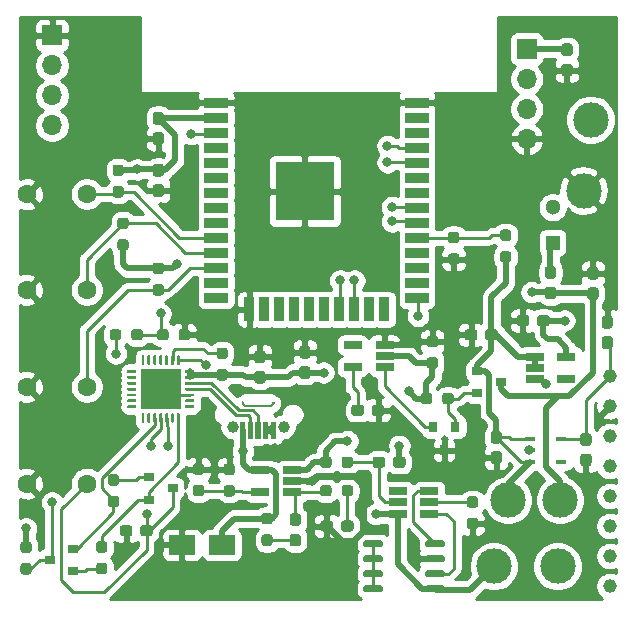
<source format=gbr>
%TF.GenerationSoftware,KiCad,Pcbnew,(5.1.10)-1*%
%TF.CreationDate,2022-02-13T15:16:36-05:00*%
%TF.ProjectId,wristband,77726973-7462-4616-9e64-2e6b69636164,rev?*%
%TF.SameCoordinates,Original*%
%TF.FileFunction,Copper,L1,Top*%
%TF.FilePolarity,Positive*%
%FSLAX46Y46*%
G04 Gerber Fmt 4.6, Leading zero omitted, Abs format (unit mm)*
G04 Created by KiCad (PCBNEW (5.1.10)-1) date 2022-02-13 15:16:36*
%MOMM*%
%LPD*%
G01*
G04 APERTURE LIST*
%TA.AperFunction,ComponentPad*%
%ADD10C,3.000000*%
%TD*%
%TA.AperFunction,SMDPad,CuDef*%
%ADD11C,0.100000*%
%TD*%
%TA.AperFunction,ComponentPad*%
%ADD12C,1.000000*%
%TD*%
%TA.AperFunction,ComponentPad*%
%ADD13C,1.150000*%
%TD*%
%TA.AperFunction,ComponentPad*%
%ADD14O,1.700000X1.700000*%
%TD*%
%TA.AperFunction,ComponentPad*%
%ADD15R,1.700000X1.700000*%
%TD*%
%TA.AperFunction,ComponentPad*%
%ADD16C,1.300000*%
%TD*%
%TA.AperFunction,ComponentPad*%
%ADD17R,1.200000X1.200000*%
%TD*%
%TA.AperFunction,SMDPad,CuDef*%
%ADD18R,2.184400X1.651000*%
%TD*%
%TA.AperFunction,SMDPad,CuDef*%
%ADD19R,0.800000X0.900000*%
%TD*%
%TA.AperFunction,SMDPad,CuDef*%
%ADD20R,0.900000X0.800000*%
%TD*%
%TA.AperFunction,ComponentPad*%
%ADD21C,1.600000*%
%TD*%
%TA.AperFunction,SMDPad,CuDef*%
%ADD22R,5.000000X5.000000*%
%TD*%
%TA.AperFunction,SMDPad,CuDef*%
%ADD23R,2.000000X0.900000*%
%TD*%
%TA.AperFunction,SMDPad,CuDef*%
%ADD24R,0.900000X2.000000*%
%TD*%
%TA.AperFunction,SMDPad,CuDef*%
%ADD25R,3.350000X3.350000*%
%TD*%
%TA.AperFunction,SMDPad,CuDef*%
%ADD26R,1.560000X0.650000*%
%TD*%
%TA.AperFunction,SMDPad,CuDef*%
%ADD27R,0.914400X0.431800*%
%TD*%
%TA.AperFunction,ViaPad*%
%ADD28C,0.800000*%
%TD*%
%TA.AperFunction,Conductor*%
%ADD29C,0.500000*%
%TD*%
%TA.AperFunction,Conductor*%
%ADD30C,0.250000*%
%TD*%
%TA.AperFunction,Conductor*%
%ADD31C,0.254000*%
%TD*%
%TA.AperFunction,Conductor*%
%ADD32C,0.100000*%
%TD*%
G04 APERTURE END LIST*
D10*
%TO.P,TP6,1*%
%TO.N,+3V3*%
X135000000Y-75000000D03*
%TD*%
%TO.P,TP5,1*%
%TO.N,-BATT*%
X126800000Y-112800000D03*
%TD*%
%TO.P,TP4,1*%
%TO.N,+BATT*%
X132400000Y-107200000D03*
%TD*%
%TO.P,TP3,1*%
%TO.N,+1V8*%
X132200000Y-112800000D03*
%TD*%
%TO.P,TP2,1*%
%TO.N,BATT_OUT*%
X128000000Y-107200000D03*
%TD*%
%TO.P,TP1,1*%
%TO.N,GND*%
X134400000Y-81000000D03*
%TD*%
%TA.AperFunction,SMDPad,CuDef*%
D11*
%TO.P,P1,P3*%
%TO.N,N/C*%
G36*
X105600000Y-98899500D02*
G01*
X105650000Y-98899500D01*
X105650098Y-98899510D01*
X105650191Y-98899538D01*
X105650278Y-98899584D01*
X105650354Y-98899646D01*
X105650416Y-98899722D01*
X105650462Y-98899809D01*
X105650490Y-98899902D01*
X105650500Y-98900000D01*
X105650500Y-98912975D01*
X105651498Y-98925951D01*
X105655488Y-98951886D01*
X105659478Y-98964853D01*
X105659485Y-98964879D01*
X105662477Y-98976847D01*
X105667462Y-98989808D01*
X105672462Y-99001808D01*
X105677447Y-99012776D01*
X105683436Y-99024754D01*
X105690416Y-99035722D01*
X105698400Y-99046700D01*
X105714372Y-99066666D01*
X105723354Y-99076646D01*
X105733330Y-99085624D01*
X105753294Y-99101596D01*
X105764278Y-99109584D01*
X105775246Y-99116564D01*
X105787218Y-99122550D01*
X105798192Y-99127538D01*
X105810192Y-99132538D01*
X105823153Y-99137523D01*
X105835121Y-99140515D01*
X105835147Y-99140522D01*
X105848114Y-99144512D01*
X105874049Y-99148502D01*
X105887025Y-99149500D01*
X107812975Y-99149500D01*
X107825951Y-99148502D01*
X107851886Y-99144512D01*
X107864853Y-99140522D01*
X107864879Y-99140515D01*
X107876847Y-99137523D01*
X107889808Y-99132538D01*
X107901808Y-99127538D01*
X107912782Y-99122550D01*
X107924754Y-99116564D01*
X107935722Y-99109584D01*
X107946706Y-99101596D01*
X107966670Y-99085624D01*
X107976646Y-99076646D01*
X107985628Y-99066666D01*
X108001600Y-99046700D01*
X108009584Y-99035722D01*
X108016564Y-99024754D01*
X108022553Y-99012776D01*
X108027538Y-99001808D01*
X108032538Y-98989808D01*
X108037523Y-98976847D01*
X108040515Y-98964879D01*
X108040522Y-98964853D01*
X108044512Y-98951886D01*
X108048502Y-98925951D01*
X108049500Y-98912975D01*
X108049500Y-98900000D01*
X108049510Y-98899902D01*
X108049538Y-98899809D01*
X108049584Y-98899722D01*
X108049646Y-98899646D01*
X108049722Y-98899584D01*
X108049809Y-98899538D01*
X108049902Y-98899510D01*
X108050000Y-98899500D01*
X108250000Y-98899500D01*
X108250098Y-98899510D01*
X108250191Y-98899538D01*
X108250278Y-98899584D01*
X108250354Y-98899646D01*
X108250416Y-98899722D01*
X108250462Y-98899809D01*
X108250490Y-98899902D01*
X108250500Y-98900021D01*
X108249500Y-98924021D01*
X108248500Y-98947021D01*
X108248493Y-98947086D01*
X108244493Y-98970086D01*
X108244492Y-98970086D01*
X108240493Y-98994082D01*
X108240488Y-98994111D01*
X108235488Y-99016111D01*
X108235478Y-99016146D01*
X108228478Y-99039146D01*
X108228470Y-99039171D01*
X108220470Y-99061171D01*
X108220463Y-99061189D01*
X108211463Y-99083189D01*
X108211451Y-99083215D01*
X108201451Y-99104215D01*
X108201443Y-99104232D01*
X108190443Y-99125232D01*
X108190419Y-99125272D01*
X108164419Y-99165272D01*
X108164395Y-99165307D01*
X108150395Y-99183307D01*
X108150374Y-99183332D01*
X108134374Y-99201332D01*
X108134364Y-99201343D01*
X108118364Y-99218343D01*
X108118343Y-99218364D01*
X108101343Y-99234364D01*
X108101332Y-99234374D01*
X108083332Y-99250374D01*
X108083307Y-99250395D01*
X108065307Y-99264395D01*
X108065272Y-99264419D01*
X108025272Y-99290419D01*
X108025232Y-99290443D01*
X108004232Y-99301443D01*
X108004215Y-99301451D01*
X107983215Y-99311451D01*
X107983189Y-99311463D01*
X107961189Y-99320463D01*
X107961171Y-99320470D01*
X107939171Y-99328470D01*
X107939146Y-99328478D01*
X107916146Y-99335478D01*
X107916111Y-99335488D01*
X107894111Y-99340488D01*
X107894082Y-99340493D01*
X107870086Y-99344492D01*
X107870086Y-99344493D01*
X107847086Y-99348493D01*
X107847022Y-99348500D01*
X107824022Y-99349500D01*
X107800022Y-99350500D01*
X105899979Y-99350500D01*
X105875979Y-99349500D01*
X105852979Y-99348500D01*
X105852914Y-99348493D01*
X105829914Y-99344493D01*
X105829914Y-99344492D01*
X105805918Y-99340493D01*
X105805889Y-99340488D01*
X105783889Y-99335488D01*
X105783854Y-99335478D01*
X105760854Y-99328478D01*
X105760829Y-99328470D01*
X105738829Y-99320470D01*
X105738811Y-99320463D01*
X105716811Y-99311463D01*
X105716785Y-99311451D01*
X105695785Y-99301451D01*
X105695768Y-99301443D01*
X105674768Y-99290443D01*
X105674728Y-99290419D01*
X105634728Y-99264419D01*
X105634693Y-99264395D01*
X105616693Y-99250395D01*
X105616668Y-99250374D01*
X105598668Y-99234374D01*
X105598657Y-99234364D01*
X105581657Y-99218364D01*
X105581636Y-99218343D01*
X105565636Y-99201343D01*
X105565626Y-99201332D01*
X105549626Y-99183332D01*
X105549605Y-99183307D01*
X105535605Y-99165307D01*
X105535581Y-99165272D01*
X105509581Y-99125272D01*
X105509557Y-99125232D01*
X105498557Y-99104232D01*
X105498549Y-99104215D01*
X105488549Y-99083215D01*
X105488537Y-99083189D01*
X105479537Y-99061189D01*
X105479530Y-99061171D01*
X105471530Y-99039171D01*
X105471522Y-99039146D01*
X105464522Y-99016146D01*
X105464512Y-99016111D01*
X105459512Y-98994111D01*
X105459507Y-98994082D01*
X105455508Y-98970086D01*
X105455507Y-98970086D01*
X105451507Y-98947086D01*
X105451500Y-98947022D01*
X105450500Y-98924022D01*
X105449500Y-98900022D01*
X105449506Y-98899924D01*
X105449530Y-98899829D01*
X105449573Y-98899741D01*
X105449631Y-98899662D01*
X105449704Y-98899597D01*
X105449789Y-98899547D01*
X105449881Y-98899514D01*
X105450000Y-98899500D01*
X105500000Y-98899500D01*
X105500000Y-98850000D01*
X105600000Y-98850000D01*
X105600000Y-98899500D01*
G37*
%TD.AperFunction*%
D12*
%TO.P,P1,P2*%
X109000000Y-101000000D03*
%TO.P,P1,P1*%
X104700000Y-101000000D03*
%TO.P,P1,5*%
%TO.N,GND*%
%TA.AperFunction,SMDPad,CuDef*%
G36*
G01*
X107925000Y-101982500D02*
X107925000Y-100617500D01*
G75*
G02*
X107992500Y-100550000I67500J0D01*
G01*
X108307500Y-100550000D01*
G75*
G02*
X108375000Y-100617500I0J-67500D01*
G01*
X108375000Y-101982500D01*
G75*
G02*
X108307500Y-102050000I-67500J0D01*
G01*
X107992500Y-102050000D01*
G75*
G02*
X107925000Y-101982500I0J67500D01*
G01*
G37*
%TD.AperFunction*%
%TO.P,P1,4*%
%TA.AperFunction,SMDPad,CuDef*%
G36*
G01*
X107275000Y-101982500D02*
X107275000Y-100617500D01*
G75*
G02*
X107342500Y-100550000I67500J0D01*
G01*
X107657500Y-100550000D01*
G75*
G02*
X107725000Y-100617500I0J-67500D01*
G01*
X107725000Y-101982500D01*
G75*
G02*
X107657500Y-102050000I-67500J0D01*
G01*
X107342500Y-102050000D01*
G75*
G02*
X107275000Y-101982500I0J67500D01*
G01*
G37*
%TD.AperFunction*%
%TO.P,P1,3*%
%TO.N,/BMS/D-*%
%TA.AperFunction,SMDPad,CuDef*%
G36*
G01*
X106625000Y-101982500D02*
X106625000Y-100617500D01*
G75*
G02*
X106692500Y-100550000I67500J0D01*
G01*
X107007500Y-100550000D01*
G75*
G02*
X107075000Y-100617500I0J-67500D01*
G01*
X107075000Y-101982500D01*
G75*
G02*
X107007500Y-102050000I-67500J0D01*
G01*
X106692500Y-102050000D01*
G75*
G02*
X106625000Y-101982500I0J67500D01*
G01*
G37*
%TD.AperFunction*%
%TO.P,P1,2*%
%TO.N,/BMS/D+*%
%TA.AperFunction,SMDPad,CuDef*%
G36*
G01*
X105975000Y-101982500D02*
X105975000Y-100617500D01*
G75*
G02*
X106042500Y-100550000I67500J0D01*
G01*
X106357500Y-100550000D01*
G75*
G02*
X106425000Y-100617500I0J-67500D01*
G01*
X106425000Y-101982500D01*
G75*
G02*
X106357500Y-102050000I-67500J0D01*
G01*
X106042500Y-102050000D01*
G75*
G02*
X105975000Y-101982500I0J67500D01*
G01*
G37*
%TD.AperFunction*%
%TO.P,P1,1*%
%TO.N,/BMS/VBUS*%
%TA.AperFunction,SMDPad,CuDef*%
G36*
G01*
X105325000Y-101982500D02*
X105325000Y-100617500D01*
G75*
G02*
X105392500Y-100550000I67500J0D01*
G01*
X105707500Y-100550000D01*
G75*
G02*
X105775000Y-100617500I0J-67500D01*
G01*
X105775000Y-101982500D01*
G75*
G02*
X105707500Y-102050000I-67500J0D01*
G01*
X105392500Y-102050000D01*
G75*
G02*
X105325000Y-101982500I0J67500D01*
G01*
G37*
%TD.AperFunction*%
%TD*%
D13*
%TO.P,U9,4*%
%TO.N,SCL*%
X136600000Y-104330000D03*
%TO.P,U9,3*%
%TO.N,SDA*%
X136600000Y-101790000D03*
%TO.P,U9,2*%
%TO.N,GND*%
X136600000Y-99250000D03*
%TO.P,U9,1*%
%TO.N,+3V3*%
X136600000Y-96710000D03*
%TO.P,U9,5*%
%TO.N,N/C*%
X136600000Y-106870000D03*
%TO.P,U9,6*%
X136600000Y-109410000D03*
%TO.P,U9,7*%
X136600000Y-111950000D03*
%TO.P,U9,8*%
%TO.N,ACC_INT*%
X136600000Y-114490000D03*
%TD*%
%TO.P,F1,2*%
%TO.N,Net-(BT1-Pad1)*%
%TA.AperFunction,SMDPad,CuDef*%
G36*
G01*
X131837500Y-88450000D02*
X131362500Y-88450000D01*
G75*
G02*
X131125000Y-88212500I0J237500D01*
G01*
X131125000Y-87637500D01*
G75*
G02*
X131362500Y-87400000I237500J0D01*
G01*
X131837500Y-87400000D01*
G75*
G02*
X132075000Y-87637500I0J-237500D01*
G01*
X132075000Y-88212500D01*
G75*
G02*
X131837500Y-88450000I-237500J0D01*
G01*
G37*
%TD.AperFunction*%
%TO.P,F1,1*%
%TO.N,+BATT*%
%TA.AperFunction,SMDPad,CuDef*%
G36*
G01*
X131837500Y-90200000D02*
X131362500Y-90200000D01*
G75*
G02*
X131125000Y-89962500I0J237500D01*
G01*
X131125000Y-89387500D01*
G75*
G02*
X131362500Y-89150000I237500J0D01*
G01*
X131837500Y-89150000D01*
G75*
G02*
X132075000Y-89387500I0J-237500D01*
G01*
X132075000Y-89962500D01*
G75*
G02*
X131837500Y-90200000I-237500J0D01*
G01*
G37*
%TD.AperFunction*%
%TD*%
D14*
%TO.P,J3,4*%
%TO.N,GND*%
X129600000Y-76620000D03*
%TO.P,J3,3*%
%TO.N,SCL*%
X129600000Y-74080000D03*
%TO.P,J3,2*%
%TO.N,SDA*%
X129600000Y-71540000D03*
D15*
%TO.P,J3,1*%
%TO.N,+1V8*%
X129600000Y-69000000D03*
%TD*%
D14*
%TO.P,J2,4*%
%TO.N,HLTH_INT*%
X89400000Y-75480000D03*
%TO.P,J2,3*%
%TO.N,N/C*%
X89400000Y-72940000D03*
%TO.P,J2,2*%
X89400000Y-70400000D03*
D15*
%TO.P,J2,1*%
%TO.N,GND*%
X89400000Y-67860000D03*
%TD*%
D16*
%TO.P,BT1,2*%
%TO.N,-BATT*%
X131800000Y-82400000D03*
D17*
%TO.P,BT1,1*%
%TO.N,Net-(BT1-Pad1)*%
X131800000Y-85400000D03*
%TD*%
%TO.P,C1,1*%
%TO.N,+3V3*%
%TA.AperFunction,SMDPad,CuDef*%
G36*
G01*
X136637500Y-94400000D02*
X136162500Y-94400000D01*
G75*
G02*
X135925000Y-94162500I0J237500D01*
G01*
X135925000Y-93562500D01*
G75*
G02*
X136162500Y-93325000I237500J0D01*
G01*
X136637500Y-93325000D01*
G75*
G02*
X136875000Y-93562500I0J-237500D01*
G01*
X136875000Y-94162500D01*
G75*
G02*
X136637500Y-94400000I-237500J0D01*
G01*
G37*
%TD.AperFunction*%
%TO.P,C1,2*%
%TO.N,GND*%
%TA.AperFunction,SMDPad,CuDef*%
G36*
G01*
X136637500Y-92675000D02*
X136162500Y-92675000D01*
G75*
G02*
X135925000Y-92437500I0J237500D01*
G01*
X135925000Y-91837500D01*
G75*
G02*
X136162500Y-91600000I237500J0D01*
G01*
X136637500Y-91600000D01*
G75*
G02*
X136875000Y-91837500I0J-237500D01*
G01*
X136875000Y-92437500D01*
G75*
G02*
X136637500Y-92675000I-237500J0D01*
G01*
G37*
%TD.AperFunction*%
%TD*%
%TO.P,C2,2*%
%TO.N,GND*%
%TA.AperFunction,SMDPad,CuDef*%
G36*
G01*
X98162500Y-80462500D02*
X98637500Y-80462500D01*
G75*
G02*
X98875000Y-80700000I0J-237500D01*
G01*
X98875000Y-81300000D01*
G75*
G02*
X98637500Y-81537500I-237500J0D01*
G01*
X98162500Y-81537500D01*
G75*
G02*
X97925000Y-81300000I0J237500D01*
G01*
X97925000Y-80700000D01*
G75*
G02*
X98162500Y-80462500I237500J0D01*
G01*
G37*
%TD.AperFunction*%
%TO.P,C2,1*%
%TO.N,+3V3*%
%TA.AperFunction,SMDPad,CuDef*%
G36*
G01*
X98162500Y-78737500D02*
X98637500Y-78737500D01*
G75*
G02*
X98875000Y-78975000I0J-237500D01*
G01*
X98875000Y-79575000D01*
G75*
G02*
X98637500Y-79812500I-237500J0D01*
G01*
X98162500Y-79812500D01*
G75*
G02*
X97925000Y-79575000I0J237500D01*
G01*
X97925000Y-78975000D01*
G75*
G02*
X98162500Y-78737500I237500J0D01*
G01*
G37*
%TD.AperFunction*%
%TD*%
%TO.P,C3,1*%
%TO.N,+3V3*%
%TA.AperFunction,SMDPad,CuDef*%
G36*
G01*
X98162500Y-74337500D02*
X98637500Y-74337500D01*
G75*
G02*
X98875000Y-74575000I0J-237500D01*
G01*
X98875000Y-75175000D01*
G75*
G02*
X98637500Y-75412500I-237500J0D01*
G01*
X98162500Y-75412500D01*
G75*
G02*
X97925000Y-75175000I0J237500D01*
G01*
X97925000Y-74575000D01*
G75*
G02*
X98162500Y-74337500I237500J0D01*
G01*
G37*
%TD.AperFunction*%
%TO.P,C3,2*%
%TO.N,GND*%
%TA.AperFunction,SMDPad,CuDef*%
G36*
G01*
X98162500Y-76062500D02*
X98637500Y-76062500D01*
G75*
G02*
X98875000Y-76300000I0J-237500D01*
G01*
X98875000Y-76900000D01*
G75*
G02*
X98637500Y-77137500I-237500J0D01*
G01*
X98162500Y-77137500D01*
G75*
G02*
X97925000Y-76900000I0J237500D01*
G01*
X97925000Y-76300000D01*
G75*
G02*
X98162500Y-76062500I237500J0D01*
G01*
G37*
%TD.AperFunction*%
%TD*%
%TO.P,C4,1*%
%TO.N,+3V3*%
%TA.AperFunction,SMDPad,CuDef*%
G36*
G01*
X107237500Y-97337500D02*
X106762500Y-97337500D01*
G75*
G02*
X106525000Y-97100000I0J237500D01*
G01*
X106525000Y-96500000D01*
G75*
G02*
X106762500Y-96262500I237500J0D01*
G01*
X107237500Y-96262500D01*
G75*
G02*
X107475000Y-96500000I0J-237500D01*
G01*
X107475000Y-97100000D01*
G75*
G02*
X107237500Y-97337500I-237500J0D01*
G01*
G37*
%TD.AperFunction*%
%TO.P,C4,2*%
%TO.N,GND*%
%TA.AperFunction,SMDPad,CuDef*%
G36*
G01*
X107237500Y-95612500D02*
X106762500Y-95612500D01*
G75*
G02*
X106525000Y-95375000I0J237500D01*
G01*
X106525000Y-94775000D01*
G75*
G02*
X106762500Y-94537500I237500J0D01*
G01*
X107237500Y-94537500D01*
G75*
G02*
X107475000Y-94775000I0J-237500D01*
G01*
X107475000Y-95375000D01*
G75*
G02*
X107237500Y-95612500I-237500J0D01*
G01*
G37*
%TD.AperFunction*%
%TD*%
%TO.P,C5,2*%
%TO.N,GND*%
%TA.AperFunction,SMDPad,CuDef*%
G36*
G01*
X132762500Y-70262500D02*
X133237500Y-70262500D01*
G75*
G02*
X133475000Y-70500000I0J-237500D01*
G01*
X133475000Y-71100000D01*
G75*
G02*
X133237500Y-71337500I-237500J0D01*
G01*
X132762500Y-71337500D01*
G75*
G02*
X132525000Y-71100000I0J237500D01*
G01*
X132525000Y-70500000D01*
G75*
G02*
X132762500Y-70262500I237500J0D01*
G01*
G37*
%TD.AperFunction*%
%TO.P,C5,1*%
%TO.N,+1V8*%
%TA.AperFunction,SMDPad,CuDef*%
G36*
G01*
X132762500Y-68537500D02*
X133237500Y-68537500D01*
G75*
G02*
X133475000Y-68775000I0J-237500D01*
G01*
X133475000Y-69375000D01*
G75*
G02*
X133237500Y-69612500I-237500J0D01*
G01*
X132762500Y-69612500D01*
G75*
G02*
X132525000Y-69375000I0J237500D01*
G01*
X132525000Y-68775000D01*
G75*
G02*
X132762500Y-68537500I237500J0D01*
G01*
G37*
%TD.AperFunction*%
%TD*%
%TO.P,C6,2*%
%TO.N,-BATT*%
%TA.AperFunction,SMDPad,CuDef*%
G36*
G01*
X118262500Y-104237500D02*
X118262500Y-103762500D01*
G75*
G02*
X118500000Y-103525000I237500J0D01*
G01*
X119100000Y-103525000D01*
G75*
G02*
X119337500Y-103762500I0J-237500D01*
G01*
X119337500Y-104237500D01*
G75*
G02*
X119100000Y-104475000I-237500J0D01*
G01*
X118500000Y-104475000D01*
G75*
G02*
X118262500Y-104237500I0J237500D01*
G01*
G37*
%TD.AperFunction*%
%TO.P,C6,1*%
%TO.N,Net-(C6-Pad1)*%
%TA.AperFunction,SMDPad,CuDef*%
G36*
G01*
X116537500Y-104237500D02*
X116537500Y-103762500D01*
G75*
G02*
X116775000Y-103525000I237500J0D01*
G01*
X117375000Y-103525000D01*
G75*
G02*
X117612500Y-103762500I0J-237500D01*
G01*
X117612500Y-104237500D01*
G75*
G02*
X117375000Y-104475000I-237500J0D01*
G01*
X116775000Y-104475000D01*
G75*
G02*
X116537500Y-104237500I0J237500D01*
G01*
G37*
%TD.AperFunction*%
%TD*%
%TO.P,C7,1*%
%TO.N,GND*%
%TA.AperFunction,SMDPad,CuDef*%
G36*
G01*
X117537500Y-99362500D02*
X117537500Y-99837500D01*
G75*
G02*
X117300000Y-100075000I-237500J0D01*
G01*
X116700000Y-100075000D01*
G75*
G02*
X116462500Y-99837500I0J237500D01*
G01*
X116462500Y-99362500D01*
G75*
G02*
X116700000Y-99125000I237500J0D01*
G01*
X117300000Y-99125000D01*
G75*
G02*
X117537500Y-99362500I0J-237500D01*
G01*
G37*
%TD.AperFunction*%
%TO.P,C7,2*%
%TO.N,Net-(C7-Pad2)*%
%TA.AperFunction,SMDPad,CuDef*%
G36*
G01*
X115812500Y-99362500D02*
X115812500Y-99837500D01*
G75*
G02*
X115575000Y-100075000I-237500J0D01*
G01*
X114975000Y-100075000D01*
G75*
G02*
X114737500Y-99837500I0J237500D01*
G01*
X114737500Y-99362500D01*
G75*
G02*
X114975000Y-99125000I237500J0D01*
G01*
X115575000Y-99125000D01*
G75*
G02*
X115812500Y-99362500I0J-237500D01*
G01*
G37*
%TD.AperFunction*%
%TD*%
%TO.P,C8,1*%
%TO.N,BATT_OUT*%
%TA.AperFunction,SMDPad,CuDef*%
G36*
G01*
X127137500Y-92962500D02*
X127137500Y-93437500D01*
G75*
G02*
X126900000Y-93675000I-237500J0D01*
G01*
X126300000Y-93675000D01*
G75*
G02*
X126062500Y-93437500I0J237500D01*
G01*
X126062500Y-92962500D01*
G75*
G02*
X126300000Y-92725000I237500J0D01*
G01*
X126900000Y-92725000D01*
G75*
G02*
X127137500Y-92962500I0J-237500D01*
G01*
G37*
%TD.AperFunction*%
%TO.P,C8,2*%
%TO.N,GND*%
%TA.AperFunction,SMDPad,CuDef*%
G36*
G01*
X125412500Y-92962500D02*
X125412500Y-93437500D01*
G75*
G02*
X125175000Y-93675000I-237500J0D01*
G01*
X124575000Y-93675000D01*
G75*
G02*
X124337500Y-93437500I0J237500D01*
G01*
X124337500Y-92962500D01*
G75*
G02*
X124575000Y-92725000I237500J0D01*
G01*
X125175000Y-92725000D01*
G75*
G02*
X125412500Y-92962500I0J-237500D01*
G01*
G37*
%TD.AperFunction*%
%TD*%
%TO.P,C9,1*%
%TO.N,+1V8*%
%TA.AperFunction,SMDPad,CuDef*%
G36*
G01*
X131537500Y-91762500D02*
X131537500Y-92237500D01*
G75*
G02*
X131300000Y-92475000I-237500J0D01*
G01*
X130700000Y-92475000D01*
G75*
G02*
X130462500Y-92237500I0J237500D01*
G01*
X130462500Y-91762500D01*
G75*
G02*
X130700000Y-91525000I237500J0D01*
G01*
X131300000Y-91525000D01*
G75*
G02*
X131537500Y-91762500I0J-237500D01*
G01*
G37*
%TD.AperFunction*%
%TO.P,C9,2*%
%TO.N,GND*%
%TA.AperFunction,SMDPad,CuDef*%
G36*
G01*
X129812500Y-91762500D02*
X129812500Y-92237500D01*
G75*
G02*
X129575000Y-92475000I-237500J0D01*
G01*
X128975000Y-92475000D01*
G75*
G02*
X128737500Y-92237500I0J237500D01*
G01*
X128737500Y-91762500D01*
G75*
G02*
X128975000Y-91525000I237500J0D01*
G01*
X129575000Y-91525000D01*
G75*
G02*
X129812500Y-91762500I0J-237500D01*
G01*
G37*
%TD.AperFunction*%
%TD*%
%TO.P,C10,2*%
%TO.N,GND*%
%TA.AperFunction,SMDPad,CuDef*%
G36*
G01*
X135437500Y-88537500D02*
X134962500Y-88537500D01*
G75*
G02*
X134725000Y-88300000I0J237500D01*
G01*
X134725000Y-87700000D01*
G75*
G02*
X134962500Y-87462500I237500J0D01*
G01*
X135437500Y-87462500D01*
G75*
G02*
X135675000Y-87700000I0J-237500D01*
G01*
X135675000Y-88300000D01*
G75*
G02*
X135437500Y-88537500I-237500J0D01*
G01*
G37*
%TD.AperFunction*%
%TO.P,C10,1*%
%TO.N,+BATT*%
%TA.AperFunction,SMDPad,CuDef*%
G36*
G01*
X135437500Y-90262500D02*
X134962500Y-90262500D01*
G75*
G02*
X134725000Y-90025000I0J237500D01*
G01*
X134725000Y-89425000D01*
G75*
G02*
X134962500Y-89187500I237500J0D01*
G01*
X135437500Y-89187500D01*
G75*
G02*
X135675000Y-89425000I0J-237500D01*
G01*
X135675000Y-90025000D01*
G75*
G02*
X135437500Y-90262500I-237500J0D01*
G01*
G37*
%TD.AperFunction*%
%TD*%
%TO.P,C11,2*%
%TO.N,GND*%
%TA.AperFunction,SMDPad,CuDef*%
G36*
G01*
X126762500Y-103062500D02*
X127237500Y-103062500D01*
G75*
G02*
X127475000Y-103300000I0J-237500D01*
G01*
X127475000Y-103900000D01*
G75*
G02*
X127237500Y-104137500I-237500J0D01*
G01*
X126762500Y-104137500D01*
G75*
G02*
X126525000Y-103900000I0J237500D01*
G01*
X126525000Y-103300000D01*
G75*
G02*
X126762500Y-103062500I237500J0D01*
G01*
G37*
%TD.AperFunction*%
%TO.P,C11,1*%
%TO.N,BATT_OUT*%
%TA.AperFunction,SMDPad,CuDef*%
G36*
G01*
X126762500Y-101337500D02*
X127237500Y-101337500D01*
G75*
G02*
X127475000Y-101575000I0J-237500D01*
G01*
X127475000Y-102175000D01*
G75*
G02*
X127237500Y-102412500I-237500J0D01*
G01*
X126762500Y-102412500D01*
G75*
G02*
X126525000Y-102175000I0J237500D01*
G01*
X126525000Y-101575000D01*
G75*
G02*
X126762500Y-101337500I237500J0D01*
G01*
G37*
%TD.AperFunction*%
%TD*%
%TO.P,C12,2*%
%TO.N,GND*%
%TA.AperFunction,SMDPad,CuDef*%
G36*
G01*
X134362500Y-103262500D02*
X134837500Y-103262500D01*
G75*
G02*
X135075000Y-103500000I0J-237500D01*
G01*
X135075000Y-104100000D01*
G75*
G02*
X134837500Y-104337500I-237500J0D01*
G01*
X134362500Y-104337500D01*
G75*
G02*
X134125000Y-104100000I0J237500D01*
G01*
X134125000Y-103500000D01*
G75*
G02*
X134362500Y-103262500I237500J0D01*
G01*
G37*
%TD.AperFunction*%
%TO.P,C12,1*%
%TO.N,+3V3*%
%TA.AperFunction,SMDPad,CuDef*%
G36*
G01*
X134362500Y-101537500D02*
X134837500Y-101537500D01*
G75*
G02*
X135075000Y-101775000I0J-237500D01*
G01*
X135075000Y-102375000D01*
G75*
G02*
X134837500Y-102612500I-237500J0D01*
G01*
X134362500Y-102612500D01*
G75*
G02*
X134125000Y-102375000I0J237500D01*
G01*
X134125000Y-101775000D01*
G75*
G02*
X134362500Y-101537500I237500J0D01*
G01*
G37*
%TD.AperFunction*%
%TD*%
%TO.P,C13,2*%
%TO.N,GND*%
%TA.AperFunction,SMDPad,CuDef*%
G36*
G01*
X111037500Y-95212500D02*
X110562500Y-95212500D01*
G75*
G02*
X110325000Y-94975000I0J237500D01*
G01*
X110325000Y-94375000D01*
G75*
G02*
X110562500Y-94137500I237500J0D01*
G01*
X111037500Y-94137500D01*
G75*
G02*
X111275000Y-94375000I0J-237500D01*
G01*
X111275000Y-94975000D01*
G75*
G02*
X111037500Y-95212500I-237500J0D01*
G01*
G37*
%TD.AperFunction*%
%TO.P,C13,1*%
%TO.N,+3V3*%
%TA.AperFunction,SMDPad,CuDef*%
G36*
G01*
X111037500Y-96937500D02*
X110562500Y-96937500D01*
G75*
G02*
X110325000Y-96700000I0J237500D01*
G01*
X110325000Y-96100000D01*
G75*
G02*
X110562500Y-95862500I237500J0D01*
G01*
X111037500Y-95862500D01*
G75*
G02*
X111275000Y-96100000I0J-237500D01*
G01*
X111275000Y-96700000D01*
G75*
G02*
X111037500Y-96937500I-237500J0D01*
G01*
G37*
%TD.AperFunction*%
%TD*%
%TO.P,C14,1*%
%TO.N,IO_0*%
%TA.AperFunction,SMDPad,CuDef*%
G36*
G01*
X97937500Y-109562500D02*
X97937500Y-110037500D01*
G75*
G02*
X97700000Y-110275000I-237500J0D01*
G01*
X97100000Y-110275000D01*
G75*
G02*
X96862500Y-110037500I0J237500D01*
G01*
X96862500Y-109562500D01*
G75*
G02*
X97100000Y-109325000I237500J0D01*
G01*
X97700000Y-109325000D01*
G75*
G02*
X97937500Y-109562500I0J-237500D01*
G01*
G37*
%TD.AperFunction*%
%TO.P,C14,2*%
%TO.N,GND*%
%TA.AperFunction,SMDPad,CuDef*%
G36*
G01*
X96212500Y-109562500D02*
X96212500Y-110037500D01*
G75*
G02*
X95975000Y-110275000I-237500J0D01*
G01*
X95375000Y-110275000D01*
G75*
G02*
X95137500Y-110037500I0J237500D01*
G01*
X95137500Y-109562500D01*
G75*
G02*
X95375000Y-109325000I237500J0D01*
G01*
X95975000Y-109325000D01*
G75*
G02*
X96212500Y-109562500I0J-237500D01*
G01*
G37*
%TD.AperFunction*%
%TD*%
D18*
%TO.P,D1,1*%
%TO.N,/BMS/VBUS*%
X103800000Y-111000000D03*
%TO.P,D1,2*%
%TO.N,GND*%
X100396400Y-111000000D03*
%TD*%
%TO.P,D2,1*%
%TO.N,GND*%
%TA.AperFunction,SMDPad,CuDef*%
G36*
G01*
X112125000Y-109637500D02*
X112125000Y-109162500D01*
G75*
G02*
X112362500Y-108925000I237500J0D01*
G01*
X112937500Y-108925000D01*
G75*
G02*
X113175000Y-109162500I0J-237500D01*
G01*
X113175000Y-109637500D01*
G75*
G02*
X112937500Y-109875000I-237500J0D01*
G01*
X112362500Y-109875000D01*
G75*
G02*
X112125000Y-109637500I0J237500D01*
G01*
G37*
%TD.AperFunction*%
%TO.P,D2,2*%
%TO.N,Net-(D2-Pad2)*%
%TA.AperFunction,SMDPad,CuDef*%
G36*
G01*
X113875000Y-109637500D02*
X113875000Y-109162500D01*
G75*
G02*
X114112500Y-108925000I237500J0D01*
G01*
X114687500Y-108925000D01*
G75*
G02*
X114925000Y-109162500I0J-237500D01*
G01*
X114925000Y-109637500D01*
G75*
G02*
X114687500Y-109875000I-237500J0D01*
G01*
X114112500Y-109875000D01*
G75*
G02*
X113875000Y-109637500I0J237500D01*
G01*
G37*
%TD.AperFunction*%
%TD*%
%TO.P,D3,2*%
%TO.N,Net-(D3-Pad2)*%
%TA.AperFunction,SMDPad,CuDef*%
G36*
G01*
X109762500Y-110075000D02*
X110237500Y-110075000D01*
G75*
G02*
X110475000Y-110312500I0J-237500D01*
G01*
X110475000Y-110887500D01*
G75*
G02*
X110237500Y-111125000I-237500J0D01*
G01*
X109762500Y-111125000D01*
G75*
G02*
X109525000Y-110887500I0J237500D01*
G01*
X109525000Y-110312500D01*
G75*
G02*
X109762500Y-110075000I237500J0D01*
G01*
G37*
%TD.AperFunction*%
%TO.P,D3,1*%
%TO.N,Net-(D3-Pad1)*%
%TA.AperFunction,SMDPad,CuDef*%
G36*
G01*
X109762500Y-108325000D02*
X110237500Y-108325000D01*
G75*
G02*
X110475000Y-108562500I0J-237500D01*
G01*
X110475000Y-109137500D01*
G75*
G02*
X110237500Y-109375000I-237500J0D01*
G01*
X109762500Y-109375000D01*
G75*
G02*
X109525000Y-109137500I0J237500D01*
G01*
X109525000Y-108562500D01*
G75*
G02*
X109762500Y-108325000I237500J0D01*
G01*
G37*
%TD.AperFunction*%
%TD*%
D19*
%TO.P,Q1,3*%
%TO.N,GND*%
X122600000Y-103000000D03*
%TO.P,Q1,2*%
%TO.N,Net-(Q1-Pad2)*%
X121650000Y-101000000D03*
%TO.P,Q1,1*%
%TO.N,Net-(Q1-Pad1)*%
X123550000Y-101000000D03*
%TD*%
D20*
%TO.P,Q2,1*%
%TO.N,BATT_OUT*%
X125400000Y-96250000D03*
%TO.P,Q2,2*%
%TO.N,Net-(Q1-Pad1)*%
X125400000Y-98150000D03*
%TO.P,Q2,3*%
%TO.N,+BATT*%
X127400000Y-97200000D03*
%TD*%
%TO.P,Q3,1*%
%TO.N,Net-(Q3-Pad1)*%
X91200000Y-113200000D03*
%TO.P,Q3,2*%
%TO.N,RTS*%
X91200000Y-111300000D03*
%TO.P,Q3,3*%
%TO.N,EN*%
X89200000Y-112250000D03*
%TD*%
%TO.P,Q4,3*%
%TO.N,IO_0*%
X99600000Y-106200000D03*
%TO.P,Q4,2*%
%TO.N,DTR*%
X97600000Y-107150000D03*
%TO.P,Q4,1*%
%TO.N,Net-(Q4-Pad1)*%
X97600000Y-105250000D03*
%TD*%
%TO.P,R1,1*%
%TO.N,Net-(R1-Pad1)*%
%TA.AperFunction,SMDPad,CuDef*%
G36*
G01*
X123162500Y-84487500D02*
X123637500Y-84487500D01*
G75*
G02*
X123875000Y-84725000I0J-237500D01*
G01*
X123875000Y-85225000D01*
G75*
G02*
X123637500Y-85462500I-237500J0D01*
G01*
X123162500Y-85462500D01*
G75*
G02*
X122925000Y-85225000I0J237500D01*
G01*
X122925000Y-84725000D01*
G75*
G02*
X123162500Y-84487500I237500J0D01*
G01*
G37*
%TD.AperFunction*%
%TO.P,R1,2*%
%TO.N,GND*%
%TA.AperFunction,SMDPad,CuDef*%
G36*
G01*
X123162500Y-86312500D02*
X123637500Y-86312500D01*
G75*
G02*
X123875000Y-86550000I0J-237500D01*
G01*
X123875000Y-87050000D01*
G75*
G02*
X123637500Y-87287500I-237500J0D01*
G01*
X123162500Y-87287500D01*
G75*
G02*
X122925000Y-87050000I0J237500D01*
G01*
X122925000Y-86550000D01*
G75*
G02*
X123162500Y-86312500I237500J0D01*
G01*
G37*
%TD.AperFunction*%
%TD*%
%TO.P,R2,1*%
%TO.N,Net-(R2-Pad1)*%
%TA.AperFunction,SMDPad,CuDef*%
G36*
G01*
X97087500Y-92962500D02*
X97087500Y-93437500D01*
G75*
G02*
X96850000Y-93675000I-237500J0D01*
G01*
X96350000Y-93675000D01*
G75*
G02*
X96112500Y-93437500I0J237500D01*
G01*
X96112500Y-92962500D01*
G75*
G02*
X96350000Y-92725000I237500J0D01*
G01*
X96850000Y-92725000D01*
G75*
G02*
X97087500Y-92962500I0J-237500D01*
G01*
G37*
%TD.AperFunction*%
%TO.P,R2,2*%
%TO.N,/BMS/VBUS*%
%TA.AperFunction,SMDPad,CuDef*%
G36*
G01*
X95262500Y-92962500D02*
X95262500Y-93437500D01*
G75*
G02*
X95025000Y-93675000I-237500J0D01*
G01*
X94525000Y-93675000D01*
G75*
G02*
X94287500Y-93437500I0J237500D01*
G01*
X94287500Y-92962500D01*
G75*
G02*
X94525000Y-92725000I237500J0D01*
G01*
X95025000Y-92725000D01*
G75*
G02*
X95262500Y-92962500I0J-237500D01*
G01*
G37*
%TD.AperFunction*%
%TD*%
%TO.P,R3,2*%
%TO.N,Net-(R2-Pad1)*%
%TA.AperFunction,SMDPad,CuDef*%
G36*
G01*
X99262500Y-92962500D02*
X99262500Y-93437500D01*
G75*
G02*
X99025000Y-93675000I-237500J0D01*
G01*
X98525000Y-93675000D01*
G75*
G02*
X98287500Y-93437500I0J237500D01*
G01*
X98287500Y-92962500D01*
G75*
G02*
X98525000Y-92725000I237500J0D01*
G01*
X99025000Y-92725000D01*
G75*
G02*
X99262500Y-92962500I0J-237500D01*
G01*
G37*
%TD.AperFunction*%
%TO.P,R3,1*%
%TO.N,GND*%
%TA.AperFunction,SMDPad,CuDef*%
G36*
G01*
X101087500Y-92962500D02*
X101087500Y-93437500D01*
G75*
G02*
X100850000Y-93675000I-237500J0D01*
G01*
X100350000Y-93675000D01*
G75*
G02*
X100112500Y-93437500I0J237500D01*
G01*
X100112500Y-92962500D01*
G75*
G02*
X100350000Y-92725000I237500J0D01*
G01*
X100850000Y-92725000D01*
G75*
G02*
X101087500Y-92962500I0J-237500D01*
G01*
G37*
%TD.AperFunction*%
%TD*%
%TO.P,R4,2*%
%TO.N,+3V3*%
%TA.AperFunction,SMDPad,CuDef*%
G36*
G01*
X103562500Y-96112500D02*
X104037500Y-96112500D01*
G75*
G02*
X104275000Y-96350000I0J-237500D01*
G01*
X104275000Y-96850000D01*
G75*
G02*
X104037500Y-97087500I-237500J0D01*
G01*
X103562500Y-97087500D01*
G75*
G02*
X103325000Y-96850000I0J237500D01*
G01*
X103325000Y-96350000D01*
G75*
G02*
X103562500Y-96112500I237500J0D01*
G01*
G37*
%TD.AperFunction*%
%TO.P,R4,1*%
%TO.N,Net-(R4-Pad1)*%
%TA.AperFunction,SMDPad,CuDef*%
G36*
G01*
X103562500Y-94287500D02*
X104037500Y-94287500D01*
G75*
G02*
X104275000Y-94525000I0J-237500D01*
G01*
X104275000Y-95025000D01*
G75*
G02*
X104037500Y-95262500I-237500J0D01*
G01*
X103562500Y-95262500D01*
G75*
G02*
X103325000Y-95025000I0J237500D01*
G01*
X103325000Y-94525000D01*
G75*
G02*
X103562500Y-94287500I237500J0D01*
G01*
G37*
%TD.AperFunction*%
%TD*%
%TO.P,R5,1*%
%TO.N,+BATT*%
%TA.AperFunction,SMDPad,CuDef*%
G36*
G01*
X121837500Y-96087500D02*
X121362500Y-96087500D01*
G75*
G02*
X121125000Y-95850000I0J237500D01*
G01*
X121125000Y-95350000D01*
G75*
G02*
X121362500Y-95112500I237500J0D01*
G01*
X121837500Y-95112500D01*
G75*
G02*
X122075000Y-95350000I0J-237500D01*
G01*
X122075000Y-95850000D01*
G75*
G02*
X121837500Y-96087500I-237500J0D01*
G01*
G37*
%TD.AperFunction*%
%TO.P,R5,2*%
%TO.N,GND*%
%TA.AperFunction,SMDPad,CuDef*%
G36*
G01*
X121837500Y-94262500D02*
X121362500Y-94262500D01*
G75*
G02*
X121125000Y-94025000I0J237500D01*
G01*
X121125000Y-93525000D01*
G75*
G02*
X121362500Y-93287500I237500J0D01*
G01*
X121837500Y-93287500D01*
G75*
G02*
X122075000Y-93525000I0J-237500D01*
G01*
X122075000Y-94025000D01*
G75*
G02*
X121837500Y-94262500I-237500J0D01*
G01*
G37*
%TD.AperFunction*%
%TD*%
%TO.P,R6,2*%
%TO.N,Net-(Q1-Pad1)*%
%TA.AperFunction,SMDPad,CuDef*%
G36*
G01*
X122425000Y-98837500D02*
X122425000Y-98362500D01*
G75*
G02*
X122662500Y-98125000I237500J0D01*
G01*
X123162500Y-98125000D01*
G75*
G02*
X123400000Y-98362500I0J-237500D01*
G01*
X123400000Y-98837500D01*
G75*
G02*
X123162500Y-99075000I-237500J0D01*
G01*
X122662500Y-99075000D01*
G75*
G02*
X122425000Y-98837500I0J237500D01*
G01*
G37*
%TD.AperFunction*%
%TO.P,R6,1*%
%TO.N,+BATT*%
%TA.AperFunction,SMDPad,CuDef*%
G36*
G01*
X120600000Y-98837500D02*
X120600000Y-98362500D01*
G75*
G02*
X120837500Y-98125000I237500J0D01*
G01*
X121337500Y-98125000D01*
G75*
G02*
X121575000Y-98362500I0J-237500D01*
G01*
X121575000Y-98837500D01*
G75*
G02*
X121337500Y-99075000I-237500J0D01*
G01*
X120837500Y-99075000D01*
G75*
G02*
X120600000Y-98837500I0J237500D01*
G01*
G37*
%TD.AperFunction*%
%TD*%
%TO.P,R7,1*%
%TO.N,Net-(R7-Pad1)*%
%TA.AperFunction,SMDPad,CuDef*%
G36*
G01*
X102037500Y-106887500D02*
X101562500Y-106887500D01*
G75*
G02*
X101325000Y-106650000I0J237500D01*
G01*
X101325000Y-106150000D01*
G75*
G02*
X101562500Y-105912500I237500J0D01*
G01*
X102037500Y-105912500D01*
G75*
G02*
X102275000Y-106150000I0J-237500D01*
G01*
X102275000Y-106650000D01*
G75*
G02*
X102037500Y-106887500I-237500J0D01*
G01*
G37*
%TD.AperFunction*%
%TO.P,R7,2*%
%TO.N,GND*%
%TA.AperFunction,SMDPad,CuDef*%
G36*
G01*
X102037500Y-105062500D02*
X101562500Y-105062500D01*
G75*
G02*
X101325000Y-104825000I0J237500D01*
G01*
X101325000Y-104325000D01*
G75*
G02*
X101562500Y-104087500I237500J0D01*
G01*
X102037500Y-104087500D01*
G75*
G02*
X102275000Y-104325000I0J-237500D01*
G01*
X102275000Y-104825000D01*
G75*
G02*
X102037500Y-105062500I-237500J0D01*
G01*
G37*
%TD.AperFunction*%
%TD*%
%TO.P,R8,1*%
%TO.N,Net-(R7-Pad1)*%
%TA.AperFunction,SMDPad,CuDef*%
G36*
G01*
X104637500Y-106912500D02*
X104162500Y-106912500D01*
G75*
G02*
X103925000Y-106675000I0J237500D01*
G01*
X103925000Y-106175000D01*
G75*
G02*
X104162500Y-105937500I237500J0D01*
G01*
X104637500Y-105937500D01*
G75*
G02*
X104875000Y-106175000I0J-237500D01*
G01*
X104875000Y-106675000D01*
G75*
G02*
X104637500Y-106912500I-237500J0D01*
G01*
G37*
%TD.AperFunction*%
%TO.P,R8,2*%
%TO.N,GND*%
%TA.AperFunction,SMDPad,CuDef*%
G36*
G01*
X104637500Y-105087500D02*
X104162500Y-105087500D01*
G75*
G02*
X103925000Y-104850000I0J237500D01*
G01*
X103925000Y-104350000D01*
G75*
G02*
X104162500Y-104112500I237500J0D01*
G01*
X104637500Y-104112500D01*
G75*
G02*
X104875000Y-104350000I0J-237500D01*
G01*
X104875000Y-104850000D01*
G75*
G02*
X104637500Y-105087500I-237500J0D01*
G01*
G37*
%TD.AperFunction*%
%TD*%
%TO.P,R9,1*%
%TO.N,Net-(D3-Pad1)*%
%TA.AperFunction,SMDPad,CuDef*%
G36*
G01*
X112087500Y-106637500D02*
X112087500Y-106162500D01*
G75*
G02*
X112325000Y-105925000I237500J0D01*
G01*
X112825000Y-105925000D01*
G75*
G02*
X113062500Y-106162500I0J-237500D01*
G01*
X113062500Y-106637500D01*
G75*
G02*
X112825000Y-106875000I-237500J0D01*
G01*
X112325000Y-106875000D01*
G75*
G02*
X112087500Y-106637500I0J237500D01*
G01*
G37*
%TD.AperFunction*%
%TO.P,R9,2*%
%TO.N,Net-(D2-Pad2)*%
%TA.AperFunction,SMDPad,CuDef*%
G36*
G01*
X113912500Y-106637500D02*
X113912500Y-106162500D01*
G75*
G02*
X114150000Y-105925000I237500J0D01*
G01*
X114650000Y-105925000D01*
G75*
G02*
X114887500Y-106162500I0J-237500D01*
G01*
X114887500Y-106637500D01*
G75*
G02*
X114650000Y-106875000I-237500J0D01*
G01*
X114150000Y-106875000D01*
G75*
G02*
X113912500Y-106637500I0J237500D01*
G01*
G37*
%TD.AperFunction*%
%TD*%
%TO.P,R10,2*%
%TO.N,Net-(D3-Pad2)*%
%TA.AperFunction,SMDPad,CuDef*%
G36*
G01*
X107362500Y-110112500D02*
X107837500Y-110112500D01*
G75*
G02*
X108075000Y-110350000I0J-237500D01*
G01*
X108075000Y-110850000D01*
G75*
G02*
X107837500Y-111087500I-237500J0D01*
G01*
X107362500Y-111087500D01*
G75*
G02*
X107125000Y-110850000I0J237500D01*
G01*
X107125000Y-110350000D01*
G75*
G02*
X107362500Y-110112500I237500J0D01*
G01*
G37*
%TD.AperFunction*%
%TO.P,R10,1*%
%TO.N,/BMS/VBUS*%
%TA.AperFunction,SMDPad,CuDef*%
G36*
G01*
X107362500Y-108287500D02*
X107837500Y-108287500D01*
G75*
G02*
X108075000Y-108525000I0J-237500D01*
G01*
X108075000Y-109025000D01*
G75*
G02*
X107837500Y-109262500I-237500J0D01*
G01*
X107362500Y-109262500D01*
G75*
G02*
X107125000Y-109025000I0J237500D01*
G01*
X107125000Y-108525000D01*
G75*
G02*
X107362500Y-108287500I237500J0D01*
G01*
G37*
%TD.AperFunction*%
%TD*%
%TO.P,R11,2*%
%TO.N,+3V3*%
%TA.AperFunction,SMDPad,CuDef*%
G36*
G01*
X95162500Y-85112500D02*
X95637500Y-85112500D01*
G75*
G02*
X95875000Y-85350000I0J-237500D01*
G01*
X95875000Y-85850000D01*
G75*
G02*
X95637500Y-86087500I-237500J0D01*
G01*
X95162500Y-86087500D01*
G75*
G02*
X94925000Y-85850000I0J237500D01*
G01*
X94925000Y-85350000D01*
G75*
G02*
X95162500Y-85112500I237500J0D01*
G01*
G37*
%TD.AperFunction*%
%TO.P,R11,1*%
%TO.N,PB_2*%
%TA.AperFunction,SMDPad,CuDef*%
G36*
G01*
X95162500Y-83287500D02*
X95637500Y-83287500D01*
G75*
G02*
X95875000Y-83525000I0J-237500D01*
G01*
X95875000Y-84025000D01*
G75*
G02*
X95637500Y-84262500I-237500J0D01*
G01*
X95162500Y-84262500D01*
G75*
G02*
X94925000Y-84025000I0J237500D01*
G01*
X94925000Y-83525000D01*
G75*
G02*
X95162500Y-83287500I237500J0D01*
G01*
G37*
%TD.AperFunction*%
%TD*%
%TO.P,R12,2*%
%TO.N,+3V3*%
%TA.AperFunction,SMDPad,CuDef*%
G36*
G01*
X98637500Y-88062500D02*
X98162500Y-88062500D01*
G75*
G02*
X97925000Y-87825000I0J237500D01*
G01*
X97925000Y-87325000D01*
G75*
G02*
X98162500Y-87087500I237500J0D01*
G01*
X98637500Y-87087500D01*
G75*
G02*
X98875000Y-87325000I0J-237500D01*
G01*
X98875000Y-87825000D01*
G75*
G02*
X98637500Y-88062500I-237500J0D01*
G01*
G37*
%TD.AperFunction*%
%TO.P,R12,1*%
%TO.N,PB_3*%
%TA.AperFunction,SMDPad,CuDef*%
G36*
G01*
X98637500Y-89887500D02*
X98162500Y-89887500D01*
G75*
G02*
X97925000Y-89650000I0J237500D01*
G01*
X97925000Y-89150000D01*
G75*
G02*
X98162500Y-88912500I237500J0D01*
G01*
X98637500Y-88912500D01*
G75*
G02*
X98875000Y-89150000I0J-237500D01*
G01*
X98875000Y-89650000D01*
G75*
G02*
X98637500Y-89887500I-237500J0D01*
G01*
G37*
%TD.AperFunction*%
%TD*%
%TO.P,R13,1*%
%TO.N,PB_1*%
%TA.AperFunction,SMDPad,CuDef*%
G36*
G01*
X95237500Y-81587500D02*
X94762500Y-81587500D01*
G75*
G02*
X94525000Y-81350000I0J237500D01*
G01*
X94525000Y-80850000D01*
G75*
G02*
X94762500Y-80612500I237500J0D01*
G01*
X95237500Y-80612500D01*
G75*
G02*
X95475000Y-80850000I0J-237500D01*
G01*
X95475000Y-81350000D01*
G75*
G02*
X95237500Y-81587500I-237500J0D01*
G01*
G37*
%TD.AperFunction*%
%TO.P,R13,2*%
%TO.N,+3V3*%
%TA.AperFunction,SMDPad,CuDef*%
G36*
G01*
X95237500Y-79762500D02*
X94762500Y-79762500D01*
G75*
G02*
X94525000Y-79525000I0J237500D01*
G01*
X94525000Y-79025000D01*
G75*
G02*
X94762500Y-78787500I237500J0D01*
G01*
X95237500Y-78787500D01*
G75*
G02*
X95475000Y-79025000I0J-237500D01*
G01*
X95475000Y-79525000D01*
G75*
G02*
X95237500Y-79762500I-237500J0D01*
G01*
G37*
%TD.AperFunction*%
%TD*%
%TO.P,R14,1*%
%TO.N,Net-(Q3-Pad1)*%
%TA.AperFunction,SMDPad,CuDef*%
G36*
G01*
X93837500Y-113487500D02*
X93362500Y-113487500D01*
G75*
G02*
X93125000Y-113250000I0J237500D01*
G01*
X93125000Y-112750000D01*
G75*
G02*
X93362500Y-112512500I237500J0D01*
G01*
X93837500Y-112512500D01*
G75*
G02*
X94075000Y-112750000I0J-237500D01*
G01*
X94075000Y-113250000D01*
G75*
G02*
X93837500Y-113487500I-237500J0D01*
G01*
G37*
%TD.AperFunction*%
%TO.P,R14,2*%
%TO.N,DTR*%
%TA.AperFunction,SMDPad,CuDef*%
G36*
G01*
X93837500Y-111662500D02*
X93362500Y-111662500D01*
G75*
G02*
X93125000Y-111425000I0J237500D01*
G01*
X93125000Y-110925000D01*
G75*
G02*
X93362500Y-110687500I237500J0D01*
G01*
X93837500Y-110687500D01*
G75*
G02*
X94075000Y-110925000I0J-237500D01*
G01*
X94075000Y-111425000D01*
G75*
G02*
X93837500Y-111662500I-237500J0D01*
G01*
G37*
%TD.AperFunction*%
%TD*%
%TO.P,R15,2*%
%TO.N,RTS*%
%TA.AperFunction,SMDPad,CuDef*%
G36*
G01*
X94362500Y-106825000D02*
X94837500Y-106825000D01*
G75*
G02*
X95075000Y-107062500I0J-237500D01*
G01*
X95075000Y-107562500D01*
G75*
G02*
X94837500Y-107800000I-237500J0D01*
G01*
X94362500Y-107800000D01*
G75*
G02*
X94125000Y-107562500I0J237500D01*
G01*
X94125000Y-107062500D01*
G75*
G02*
X94362500Y-106825000I237500J0D01*
G01*
G37*
%TD.AperFunction*%
%TO.P,R15,1*%
%TO.N,Net-(Q4-Pad1)*%
%TA.AperFunction,SMDPad,CuDef*%
G36*
G01*
X94362500Y-105000000D02*
X94837500Y-105000000D01*
G75*
G02*
X95075000Y-105237500I0J-237500D01*
G01*
X95075000Y-105737500D01*
G75*
G02*
X94837500Y-105975000I-237500J0D01*
G01*
X94362500Y-105975000D01*
G75*
G02*
X94125000Y-105737500I0J237500D01*
G01*
X94125000Y-105237500D01*
G75*
G02*
X94362500Y-105000000I237500J0D01*
G01*
G37*
%TD.AperFunction*%
%TD*%
%TO.P,R16,1*%
%TO.N,+3V3*%
%TA.AperFunction,SMDPad,CuDef*%
G36*
G01*
X86962500Y-110712500D02*
X87437500Y-110712500D01*
G75*
G02*
X87675000Y-110950000I0J-237500D01*
G01*
X87675000Y-111450000D01*
G75*
G02*
X87437500Y-111687500I-237500J0D01*
G01*
X86962500Y-111687500D01*
G75*
G02*
X86725000Y-111450000I0J237500D01*
G01*
X86725000Y-110950000D01*
G75*
G02*
X86962500Y-110712500I237500J0D01*
G01*
G37*
%TD.AperFunction*%
%TO.P,R16,2*%
%TO.N,EN*%
%TA.AperFunction,SMDPad,CuDef*%
G36*
G01*
X86962500Y-112537500D02*
X87437500Y-112537500D01*
G75*
G02*
X87675000Y-112775000I0J-237500D01*
G01*
X87675000Y-113275000D01*
G75*
G02*
X87437500Y-113512500I-237500J0D01*
G01*
X86962500Y-113512500D01*
G75*
G02*
X86725000Y-113275000I0J237500D01*
G01*
X86725000Y-112775000D01*
G75*
G02*
X86962500Y-112537500I237500J0D01*
G01*
G37*
%TD.AperFunction*%
%TD*%
%TO.P,R17,2*%
%TO.N,Net-(R1-Pad1)*%
%TA.AperFunction,SMDPad,CuDef*%
G36*
G01*
X128037500Y-85262500D02*
X127562500Y-85262500D01*
G75*
G02*
X127325000Y-85025000I0J237500D01*
G01*
X127325000Y-84525000D01*
G75*
G02*
X127562500Y-84287500I237500J0D01*
G01*
X128037500Y-84287500D01*
G75*
G02*
X128275000Y-84525000I0J-237500D01*
G01*
X128275000Y-85025000D01*
G75*
G02*
X128037500Y-85262500I-237500J0D01*
G01*
G37*
%TD.AperFunction*%
%TO.P,R17,1*%
%TO.N,BATT_OUT*%
%TA.AperFunction,SMDPad,CuDef*%
G36*
G01*
X128037500Y-87087500D02*
X127562500Y-87087500D01*
G75*
G02*
X127325000Y-86850000I0J237500D01*
G01*
X127325000Y-86350000D01*
G75*
G02*
X127562500Y-86112500I237500J0D01*
G01*
X128037500Y-86112500D01*
G75*
G02*
X128275000Y-86350000I0J-237500D01*
G01*
X128275000Y-86850000D01*
G75*
G02*
X128037500Y-87087500I-237500J0D01*
G01*
G37*
%TD.AperFunction*%
%TD*%
%TO.P,R18,2*%
%TO.N,Net-(R18-Pad2)*%
%TA.AperFunction,SMDPad,CuDef*%
G36*
G01*
X125237500Y-107862500D02*
X124762500Y-107862500D01*
G75*
G02*
X124525000Y-107625000I0J237500D01*
G01*
X124525000Y-107125000D01*
G75*
G02*
X124762500Y-106887500I237500J0D01*
G01*
X125237500Y-106887500D01*
G75*
G02*
X125475000Y-107125000I0J-237500D01*
G01*
X125475000Y-107625000D01*
G75*
G02*
X125237500Y-107862500I-237500J0D01*
G01*
G37*
%TD.AperFunction*%
%TO.P,R18,1*%
%TO.N,GND*%
%TA.AperFunction,SMDPad,CuDef*%
G36*
G01*
X125237500Y-109687500D02*
X124762500Y-109687500D01*
G75*
G02*
X124525000Y-109450000I0J237500D01*
G01*
X124525000Y-108950000D01*
G75*
G02*
X124762500Y-108712500I237500J0D01*
G01*
X125237500Y-108712500D01*
G75*
G02*
X125475000Y-108950000I0J-237500D01*
G01*
X125475000Y-109450000D01*
G75*
G02*
X125237500Y-109687500I-237500J0D01*
G01*
G37*
%TD.AperFunction*%
%TD*%
%TO.P,R19,1*%
%TO.N,+BATT*%
%TA.AperFunction,SMDPad,CuDef*%
G36*
G01*
X112087500Y-104237500D02*
X112087500Y-103762500D01*
G75*
G02*
X112325000Y-103525000I237500J0D01*
G01*
X112825000Y-103525000D01*
G75*
G02*
X113062500Y-103762500I0J-237500D01*
G01*
X113062500Y-104237500D01*
G75*
G02*
X112825000Y-104475000I-237500J0D01*
G01*
X112325000Y-104475000D01*
G75*
G02*
X112087500Y-104237500I0J237500D01*
G01*
G37*
%TD.AperFunction*%
%TO.P,R19,2*%
%TO.N,Net-(C6-Pad1)*%
%TA.AperFunction,SMDPad,CuDef*%
G36*
G01*
X113912500Y-104237500D02*
X113912500Y-103762500D01*
G75*
G02*
X114150000Y-103525000I237500J0D01*
G01*
X114650000Y-103525000D01*
G75*
G02*
X114887500Y-103762500I0J-237500D01*
G01*
X114887500Y-104237500D01*
G75*
G02*
X114650000Y-104475000I-237500J0D01*
G01*
X114150000Y-104475000D01*
G75*
G02*
X113912500Y-104237500I0J237500D01*
G01*
G37*
%TD.AperFunction*%
%TD*%
D21*
%TO.P,SW1,1*%
%TO.N,GND*%
X87260000Y-89400000D03*
%TO.P,SW1,2*%
%TO.N,PB_2*%
X92340000Y-89400000D03*
%TD*%
%TO.P,SW2,2*%
%TO.N,PB_3*%
X92340000Y-97600000D03*
%TO.P,SW2,1*%
%TO.N,GND*%
X87260000Y-97600000D03*
%TD*%
%TO.P,SW3,1*%
%TO.N,GND*%
X87260000Y-81300000D03*
%TO.P,SW3,2*%
%TO.N,PB_1*%
X92340000Y-81300000D03*
%TD*%
%TO.P,SW4,2*%
%TO.N,IO_0*%
X92340000Y-105800000D03*
%TO.P,SW4,1*%
%TO.N,GND*%
X87260000Y-105800000D03*
%TD*%
D22*
%TO.P,U1,39*%
%TO.N,GND*%
X110800000Y-81045000D03*
D23*
%TO.P,U1,1*%
X103300000Y-73545000D03*
%TO.P,U1,2*%
%TO.N,+3V3*%
X103300000Y-74815000D03*
%TO.P,U1,3*%
%TO.N,EN*%
X103300000Y-76085000D03*
%TO.P,U1,4*%
%TO.N,N/C*%
X103300000Y-77355000D03*
%TO.P,U1,5*%
X103300000Y-78625000D03*
%TO.P,U1,6*%
X103300000Y-79895000D03*
%TO.P,U1,7*%
X103300000Y-81165000D03*
%TO.P,U1,8*%
X103300000Y-82435000D03*
%TO.P,U1,9*%
X103300000Y-83705000D03*
%TO.P,U1,10*%
%TO.N,PB_1*%
X103300000Y-84975000D03*
%TO.P,U1,11*%
%TO.N,PB_2*%
X103300000Y-86245000D03*
%TO.P,U1,12*%
%TO.N,PB_3*%
X103300000Y-87515000D03*
%TO.P,U1,13*%
%TO.N,N/C*%
X103300000Y-88785000D03*
%TO.P,U1,14*%
X103300000Y-90055000D03*
D24*
%TO.P,U1,15*%
%TO.N,GND*%
X106085000Y-91055000D03*
%TO.P,U1,16*%
%TO.N,N/C*%
X107355000Y-91055000D03*
%TO.P,U1,17*%
X108625000Y-91055000D03*
%TO.P,U1,18*%
X109895000Y-91055000D03*
%TO.P,U1,19*%
X111165000Y-91055000D03*
%TO.P,U1,20*%
X112435000Y-91055000D03*
%TO.P,U1,21*%
%TO.N,SDA*%
X113705000Y-91055000D03*
%TO.P,U1,22*%
%TO.N,SCL*%
X114975000Y-91055000D03*
%TO.P,U1,23*%
%TO.N,N/C*%
X116245000Y-91055000D03*
%TO.P,U1,24*%
X117515000Y-91055000D03*
D23*
%TO.P,U1,25*%
%TO.N,IO_0*%
X120300000Y-90055000D03*
%TO.P,U1,26*%
%TO.N,N/C*%
X120300000Y-88785000D03*
%TO.P,U1,27*%
X120300000Y-87515000D03*
%TO.P,U1,28*%
X120300000Y-86245000D03*
%TO.P,U1,29*%
%TO.N,Net-(R1-Pad1)*%
X120300000Y-84975000D03*
%TO.P,U1,30*%
%TO.N,ACC_INT*%
X120300000Y-83705000D03*
%TO.P,U1,31*%
%TO.N,HLTH_INT*%
X120300000Y-82435000D03*
%TO.P,U1,32*%
%TO.N,N/C*%
X120300000Y-81165000D03*
%TO.P,U1,33*%
X120300000Y-79895000D03*
%TO.P,U1,34*%
%TO.N,TXD*%
X120300000Y-78625000D03*
%TO.P,U1,35*%
%TO.N,RXD*%
X120300000Y-77355000D03*
%TO.P,U1,36*%
%TO.N,N/C*%
X120300000Y-76085000D03*
%TO.P,U1,37*%
X120300000Y-74815000D03*
%TO.P,U1,38*%
%TO.N,GND*%
X120300000Y-73545000D03*
%TD*%
%TO.P,U2,1*%
%TO.N,N/C*%
%TA.AperFunction,SMDPad,CuDef*%
G36*
G01*
X101450000Y-99237500D02*
X101450000Y-99362500D01*
G75*
G02*
X101387500Y-99425000I-62500J0D01*
G01*
X100712500Y-99425000D01*
G75*
G02*
X100650000Y-99362500I0J62500D01*
G01*
X100650000Y-99237500D01*
G75*
G02*
X100712500Y-99175000I62500J0D01*
G01*
X101387500Y-99175000D01*
G75*
G02*
X101450000Y-99237500I0J-62500D01*
G01*
G37*
%TD.AperFunction*%
%TO.P,U2,2*%
%TA.AperFunction,SMDPad,CuDef*%
G36*
G01*
X101450000Y-98737500D02*
X101450000Y-98862500D01*
G75*
G02*
X101387500Y-98925000I-62500J0D01*
G01*
X100712500Y-98925000D01*
G75*
G02*
X100650000Y-98862500I0J62500D01*
G01*
X100650000Y-98737500D01*
G75*
G02*
X100712500Y-98675000I62500J0D01*
G01*
X101387500Y-98675000D01*
G75*
G02*
X101450000Y-98737500I0J-62500D01*
G01*
G37*
%TD.AperFunction*%
%TO.P,U2,3*%
%TO.N,GND*%
%TA.AperFunction,SMDPad,CuDef*%
G36*
G01*
X101450000Y-98237500D02*
X101450000Y-98362500D01*
G75*
G02*
X101387500Y-98425000I-62500J0D01*
G01*
X100712500Y-98425000D01*
G75*
G02*
X100650000Y-98362500I0J62500D01*
G01*
X100650000Y-98237500D01*
G75*
G02*
X100712500Y-98175000I62500J0D01*
G01*
X101387500Y-98175000D01*
G75*
G02*
X101450000Y-98237500I0J-62500D01*
G01*
G37*
%TD.AperFunction*%
%TO.P,U2,4*%
%TO.N,/BMS/D+*%
%TA.AperFunction,SMDPad,CuDef*%
G36*
G01*
X101450000Y-97737500D02*
X101450000Y-97862500D01*
G75*
G02*
X101387500Y-97925000I-62500J0D01*
G01*
X100712500Y-97925000D01*
G75*
G02*
X100650000Y-97862500I0J62500D01*
G01*
X100650000Y-97737500D01*
G75*
G02*
X100712500Y-97675000I62500J0D01*
G01*
X101387500Y-97675000D01*
G75*
G02*
X101450000Y-97737500I0J-62500D01*
G01*
G37*
%TD.AperFunction*%
%TO.P,U2,5*%
%TO.N,/BMS/D-*%
%TA.AperFunction,SMDPad,CuDef*%
G36*
G01*
X101450000Y-97237500D02*
X101450000Y-97362500D01*
G75*
G02*
X101387500Y-97425000I-62500J0D01*
G01*
X100712500Y-97425000D01*
G75*
G02*
X100650000Y-97362500I0J62500D01*
G01*
X100650000Y-97237500D01*
G75*
G02*
X100712500Y-97175000I62500J0D01*
G01*
X101387500Y-97175000D01*
G75*
G02*
X101450000Y-97237500I0J-62500D01*
G01*
G37*
%TD.AperFunction*%
%TO.P,U2,6*%
%TO.N,+3V3*%
%TA.AperFunction,SMDPad,CuDef*%
G36*
G01*
X101450000Y-96737500D02*
X101450000Y-96862500D01*
G75*
G02*
X101387500Y-96925000I-62500J0D01*
G01*
X100712500Y-96925000D01*
G75*
G02*
X100650000Y-96862500I0J62500D01*
G01*
X100650000Y-96737500D01*
G75*
G02*
X100712500Y-96675000I62500J0D01*
G01*
X101387500Y-96675000D01*
G75*
G02*
X101450000Y-96737500I0J-62500D01*
G01*
G37*
%TD.AperFunction*%
%TO.P,U2,7*%
%TA.AperFunction,SMDPad,CuDef*%
G36*
G01*
X101450000Y-96237500D02*
X101450000Y-96362500D01*
G75*
G02*
X101387500Y-96425000I-62500J0D01*
G01*
X100712500Y-96425000D01*
G75*
G02*
X100650000Y-96362500I0J62500D01*
G01*
X100650000Y-96237500D01*
G75*
G02*
X100712500Y-96175000I62500J0D01*
G01*
X101387500Y-96175000D01*
G75*
G02*
X101450000Y-96237500I0J-62500D01*
G01*
G37*
%TD.AperFunction*%
%TO.P,U2,8*%
%TO.N,Net-(R2-Pad1)*%
%TA.AperFunction,SMDPad,CuDef*%
G36*
G01*
X100225000Y-95012500D02*
X100225000Y-95687500D01*
G75*
G02*
X100162500Y-95750000I-62500J0D01*
G01*
X100037500Y-95750000D01*
G75*
G02*
X99975000Y-95687500I0J62500D01*
G01*
X99975000Y-95012500D01*
G75*
G02*
X100037500Y-94950000I62500J0D01*
G01*
X100162500Y-94950000D01*
G75*
G02*
X100225000Y-95012500I0J-62500D01*
G01*
G37*
%TD.AperFunction*%
%TO.P,U2,9*%
%TO.N,Net-(R4-Pad1)*%
%TA.AperFunction,SMDPad,CuDef*%
G36*
G01*
X99725000Y-95012500D02*
X99725000Y-95687500D01*
G75*
G02*
X99662500Y-95750000I-62500J0D01*
G01*
X99537500Y-95750000D01*
G75*
G02*
X99475000Y-95687500I0J62500D01*
G01*
X99475000Y-95012500D01*
G75*
G02*
X99537500Y-94950000I62500J0D01*
G01*
X99662500Y-94950000D01*
G75*
G02*
X99725000Y-95012500I0J-62500D01*
G01*
G37*
%TD.AperFunction*%
%TO.P,U2,10*%
%TO.N,N/C*%
%TA.AperFunction,SMDPad,CuDef*%
G36*
G01*
X99225000Y-95012500D02*
X99225000Y-95687500D01*
G75*
G02*
X99162500Y-95750000I-62500J0D01*
G01*
X99037500Y-95750000D01*
G75*
G02*
X98975000Y-95687500I0J62500D01*
G01*
X98975000Y-95012500D01*
G75*
G02*
X99037500Y-94950000I62500J0D01*
G01*
X99162500Y-94950000D01*
G75*
G02*
X99225000Y-95012500I0J-62500D01*
G01*
G37*
%TD.AperFunction*%
%TO.P,U2,11*%
%TA.AperFunction,SMDPad,CuDef*%
G36*
G01*
X98725000Y-95012500D02*
X98725000Y-95687500D01*
G75*
G02*
X98662500Y-95750000I-62500J0D01*
G01*
X98537500Y-95750000D01*
G75*
G02*
X98475000Y-95687500I0J62500D01*
G01*
X98475000Y-95012500D01*
G75*
G02*
X98537500Y-94950000I62500J0D01*
G01*
X98662500Y-94950000D01*
G75*
G02*
X98725000Y-95012500I0J-62500D01*
G01*
G37*
%TD.AperFunction*%
%TO.P,U2,12*%
%TA.AperFunction,SMDPad,CuDef*%
G36*
G01*
X98225000Y-95012500D02*
X98225000Y-95687500D01*
G75*
G02*
X98162500Y-95750000I-62500J0D01*
G01*
X98037500Y-95750000D01*
G75*
G02*
X97975000Y-95687500I0J62500D01*
G01*
X97975000Y-95012500D01*
G75*
G02*
X98037500Y-94950000I62500J0D01*
G01*
X98162500Y-94950000D01*
G75*
G02*
X98225000Y-95012500I0J-62500D01*
G01*
G37*
%TD.AperFunction*%
%TO.P,U2,13*%
%TA.AperFunction,SMDPad,CuDef*%
G36*
G01*
X97725000Y-95012500D02*
X97725000Y-95687500D01*
G75*
G02*
X97662500Y-95750000I-62500J0D01*
G01*
X97537500Y-95750000D01*
G75*
G02*
X97475000Y-95687500I0J62500D01*
G01*
X97475000Y-95012500D01*
G75*
G02*
X97537500Y-94950000I62500J0D01*
G01*
X97662500Y-94950000D01*
G75*
G02*
X97725000Y-95012500I0J-62500D01*
G01*
G37*
%TD.AperFunction*%
%TO.P,U2,14*%
%TA.AperFunction,SMDPad,CuDef*%
G36*
G01*
X97225000Y-95012500D02*
X97225000Y-95687500D01*
G75*
G02*
X97162500Y-95750000I-62500J0D01*
G01*
X97037500Y-95750000D01*
G75*
G02*
X96975000Y-95687500I0J62500D01*
G01*
X96975000Y-95012500D01*
G75*
G02*
X97037500Y-94950000I62500J0D01*
G01*
X97162500Y-94950000D01*
G75*
G02*
X97225000Y-95012500I0J-62500D01*
G01*
G37*
%TD.AperFunction*%
%TO.P,U2,15*%
%TA.AperFunction,SMDPad,CuDef*%
G36*
G01*
X96550000Y-96237500D02*
X96550000Y-96362500D01*
G75*
G02*
X96487500Y-96425000I-62500J0D01*
G01*
X95812500Y-96425000D01*
G75*
G02*
X95750000Y-96362500I0J62500D01*
G01*
X95750000Y-96237500D01*
G75*
G02*
X95812500Y-96175000I62500J0D01*
G01*
X96487500Y-96175000D01*
G75*
G02*
X96550000Y-96237500I0J-62500D01*
G01*
G37*
%TD.AperFunction*%
%TO.P,U2,16*%
%TA.AperFunction,SMDPad,CuDef*%
G36*
G01*
X96550000Y-96737500D02*
X96550000Y-96862500D01*
G75*
G02*
X96487500Y-96925000I-62500J0D01*
G01*
X95812500Y-96925000D01*
G75*
G02*
X95750000Y-96862500I0J62500D01*
G01*
X95750000Y-96737500D01*
G75*
G02*
X95812500Y-96675000I62500J0D01*
G01*
X96487500Y-96675000D01*
G75*
G02*
X96550000Y-96737500I0J-62500D01*
G01*
G37*
%TD.AperFunction*%
%TO.P,U2,17*%
%TA.AperFunction,SMDPad,CuDef*%
G36*
G01*
X96550000Y-97237500D02*
X96550000Y-97362500D01*
G75*
G02*
X96487500Y-97425000I-62500J0D01*
G01*
X95812500Y-97425000D01*
G75*
G02*
X95750000Y-97362500I0J62500D01*
G01*
X95750000Y-97237500D01*
G75*
G02*
X95812500Y-97175000I62500J0D01*
G01*
X96487500Y-97175000D01*
G75*
G02*
X96550000Y-97237500I0J-62500D01*
G01*
G37*
%TD.AperFunction*%
%TO.P,U2,18*%
%TA.AperFunction,SMDPad,CuDef*%
G36*
G01*
X96550000Y-97737500D02*
X96550000Y-97862500D01*
G75*
G02*
X96487500Y-97925000I-62500J0D01*
G01*
X95812500Y-97925000D01*
G75*
G02*
X95750000Y-97862500I0J62500D01*
G01*
X95750000Y-97737500D01*
G75*
G02*
X95812500Y-97675000I62500J0D01*
G01*
X96487500Y-97675000D01*
G75*
G02*
X96550000Y-97737500I0J-62500D01*
G01*
G37*
%TD.AperFunction*%
%TO.P,U2,19*%
%TA.AperFunction,SMDPad,CuDef*%
G36*
G01*
X96550000Y-98237500D02*
X96550000Y-98362500D01*
G75*
G02*
X96487500Y-98425000I-62500J0D01*
G01*
X95812500Y-98425000D01*
G75*
G02*
X95750000Y-98362500I0J62500D01*
G01*
X95750000Y-98237500D01*
G75*
G02*
X95812500Y-98175000I62500J0D01*
G01*
X96487500Y-98175000D01*
G75*
G02*
X96550000Y-98237500I0J-62500D01*
G01*
G37*
%TD.AperFunction*%
%TO.P,U2,20*%
%TA.AperFunction,SMDPad,CuDef*%
G36*
G01*
X96550000Y-98737500D02*
X96550000Y-98862500D01*
G75*
G02*
X96487500Y-98925000I-62500J0D01*
G01*
X95812500Y-98925000D01*
G75*
G02*
X95750000Y-98862500I0J62500D01*
G01*
X95750000Y-98737500D01*
G75*
G02*
X95812500Y-98675000I62500J0D01*
G01*
X96487500Y-98675000D01*
G75*
G02*
X96550000Y-98737500I0J-62500D01*
G01*
G37*
%TD.AperFunction*%
%TO.P,U2,21*%
%TA.AperFunction,SMDPad,CuDef*%
G36*
G01*
X96550000Y-99237500D02*
X96550000Y-99362500D01*
G75*
G02*
X96487500Y-99425000I-62500J0D01*
G01*
X95812500Y-99425000D01*
G75*
G02*
X95750000Y-99362500I0J62500D01*
G01*
X95750000Y-99237500D01*
G75*
G02*
X95812500Y-99175000I62500J0D01*
G01*
X96487500Y-99175000D01*
G75*
G02*
X96550000Y-99237500I0J-62500D01*
G01*
G37*
%TD.AperFunction*%
%TO.P,U2,22*%
%TA.AperFunction,SMDPad,CuDef*%
G36*
G01*
X97225000Y-99912500D02*
X97225000Y-100587500D01*
G75*
G02*
X97162500Y-100650000I-62500J0D01*
G01*
X97037500Y-100650000D01*
G75*
G02*
X96975000Y-100587500I0J62500D01*
G01*
X96975000Y-99912500D01*
G75*
G02*
X97037500Y-99850000I62500J0D01*
G01*
X97162500Y-99850000D01*
G75*
G02*
X97225000Y-99912500I0J-62500D01*
G01*
G37*
%TD.AperFunction*%
%TO.P,U2,23*%
%TA.AperFunction,SMDPad,CuDef*%
G36*
G01*
X97725000Y-99912500D02*
X97725000Y-100587500D01*
G75*
G02*
X97662500Y-100650000I-62500J0D01*
G01*
X97537500Y-100650000D01*
G75*
G02*
X97475000Y-100587500I0J62500D01*
G01*
X97475000Y-99912500D01*
G75*
G02*
X97537500Y-99850000I62500J0D01*
G01*
X97662500Y-99850000D01*
G75*
G02*
X97725000Y-99912500I0J-62500D01*
G01*
G37*
%TD.AperFunction*%
%TO.P,U2,24*%
%TO.N,RTS*%
%TA.AperFunction,SMDPad,CuDef*%
G36*
G01*
X98225000Y-99912500D02*
X98225000Y-100587500D01*
G75*
G02*
X98162500Y-100650000I-62500J0D01*
G01*
X98037500Y-100650000D01*
G75*
G02*
X97975000Y-100587500I0J62500D01*
G01*
X97975000Y-99912500D01*
G75*
G02*
X98037500Y-99850000I62500J0D01*
G01*
X98162500Y-99850000D01*
G75*
G02*
X98225000Y-99912500I0J-62500D01*
G01*
G37*
%TD.AperFunction*%
%TO.P,U2,25*%
%TO.N,RXD*%
%TA.AperFunction,SMDPad,CuDef*%
G36*
G01*
X98725000Y-99912500D02*
X98725000Y-100587500D01*
G75*
G02*
X98662500Y-100650000I-62500J0D01*
G01*
X98537500Y-100650000D01*
G75*
G02*
X98475000Y-100587500I0J62500D01*
G01*
X98475000Y-99912500D01*
G75*
G02*
X98537500Y-99850000I62500J0D01*
G01*
X98662500Y-99850000D01*
G75*
G02*
X98725000Y-99912500I0J-62500D01*
G01*
G37*
%TD.AperFunction*%
%TO.P,U2,26*%
%TO.N,TXD*%
%TA.AperFunction,SMDPad,CuDef*%
G36*
G01*
X99225000Y-99912500D02*
X99225000Y-100587500D01*
G75*
G02*
X99162500Y-100650000I-62500J0D01*
G01*
X99037500Y-100650000D01*
G75*
G02*
X98975000Y-100587500I0J62500D01*
G01*
X98975000Y-99912500D01*
G75*
G02*
X99037500Y-99850000I62500J0D01*
G01*
X99162500Y-99850000D01*
G75*
G02*
X99225000Y-99912500I0J-62500D01*
G01*
G37*
%TD.AperFunction*%
%TO.P,U2,27*%
%TO.N,N/C*%
%TA.AperFunction,SMDPad,CuDef*%
G36*
G01*
X99725000Y-99912500D02*
X99725000Y-100587500D01*
G75*
G02*
X99662500Y-100650000I-62500J0D01*
G01*
X99537500Y-100650000D01*
G75*
G02*
X99475000Y-100587500I0J62500D01*
G01*
X99475000Y-99912500D01*
G75*
G02*
X99537500Y-99850000I62500J0D01*
G01*
X99662500Y-99850000D01*
G75*
G02*
X99725000Y-99912500I0J-62500D01*
G01*
G37*
%TD.AperFunction*%
%TO.P,U2,28*%
%TO.N,DTR*%
%TA.AperFunction,SMDPad,CuDef*%
G36*
G01*
X100225000Y-99912500D02*
X100225000Y-100587500D01*
G75*
G02*
X100162500Y-100650000I-62500J0D01*
G01*
X100037500Y-100650000D01*
G75*
G02*
X99975000Y-100587500I0J62500D01*
G01*
X99975000Y-99912500D01*
G75*
G02*
X100037500Y-99850000I62500J0D01*
G01*
X100162500Y-99850000D01*
G75*
G02*
X100225000Y-99912500I0J-62500D01*
G01*
G37*
%TD.AperFunction*%
D25*
%TO.P,U2,29*%
%TO.N,GND*%
X98600000Y-97800000D03*
%TD*%
%TO.P,U3,1*%
%TO.N,-BATT*%
%TA.AperFunction,SMDPad,CuDef*%
G36*
G01*
X122650000Y-114555000D02*
X122650000Y-114855000D01*
G75*
G02*
X122500000Y-115005000I-150000J0D01*
G01*
X121150000Y-115005000D01*
G75*
G02*
X121000000Y-114855000I0J150000D01*
G01*
X121000000Y-114555000D01*
G75*
G02*
X121150000Y-114405000I150000J0D01*
G01*
X122500000Y-114405000D01*
G75*
G02*
X122650000Y-114555000I0J-150000D01*
G01*
G37*
%TD.AperFunction*%
%TO.P,U3,2*%
%TO.N,Net-(U3-Pad2)*%
%TA.AperFunction,SMDPad,CuDef*%
G36*
G01*
X122650000Y-113285000D02*
X122650000Y-113585000D01*
G75*
G02*
X122500000Y-113735000I-150000J0D01*
G01*
X121150000Y-113735000D01*
G75*
G02*
X121000000Y-113585000I0J150000D01*
G01*
X121000000Y-113285000D01*
G75*
G02*
X121150000Y-113135000I150000J0D01*
G01*
X122500000Y-113135000D01*
G75*
G02*
X122650000Y-113285000I0J-150000D01*
G01*
G37*
%TD.AperFunction*%
%TO.P,U3,3*%
%TO.N,GND*%
%TA.AperFunction,SMDPad,CuDef*%
G36*
G01*
X122650000Y-112015000D02*
X122650000Y-112315000D01*
G75*
G02*
X122500000Y-112465000I-150000J0D01*
G01*
X121150000Y-112465000D01*
G75*
G02*
X121000000Y-112315000I0J150000D01*
G01*
X121000000Y-112015000D01*
G75*
G02*
X121150000Y-111865000I150000J0D01*
G01*
X122500000Y-111865000D01*
G75*
G02*
X122650000Y-112015000I0J-150000D01*
G01*
G37*
%TD.AperFunction*%
%TO.P,U3,4*%
%TO.N,Net-(U3-Pad4)*%
%TA.AperFunction,SMDPad,CuDef*%
G36*
G01*
X122650000Y-110745000D02*
X122650000Y-111045000D01*
G75*
G02*
X122500000Y-111195000I-150000J0D01*
G01*
X121150000Y-111195000D01*
G75*
G02*
X121000000Y-111045000I0J150000D01*
G01*
X121000000Y-110745000D01*
G75*
G02*
X121150000Y-110595000I150000J0D01*
G01*
X122500000Y-110595000D01*
G75*
G02*
X122650000Y-110745000I0J-150000D01*
G01*
G37*
%TD.AperFunction*%
%TO.P,U3,5*%
%TO.N,Net-(U3-Pad5)*%
%TA.AperFunction,SMDPad,CuDef*%
G36*
G01*
X117400000Y-110745000D02*
X117400000Y-111045000D01*
G75*
G02*
X117250000Y-111195000I-150000J0D01*
G01*
X115900000Y-111195000D01*
G75*
G02*
X115750000Y-111045000I0J150000D01*
G01*
X115750000Y-110745000D01*
G75*
G02*
X115900000Y-110595000I150000J0D01*
G01*
X117250000Y-110595000D01*
G75*
G02*
X117400000Y-110745000I0J-150000D01*
G01*
G37*
%TD.AperFunction*%
%TO.P,U3,6*%
%TA.AperFunction,SMDPad,CuDef*%
G36*
G01*
X117400000Y-112015000D02*
X117400000Y-112315000D01*
G75*
G02*
X117250000Y-112465000I-150000J0D01*
G01*
X115900000Y-112465000D01*
G75*
G02*
X115750000Y-112315000I0J150000D01*
G01*
X115750000Y-112015000D01*
G75*
G02*
X115900000Y-111865000I150000J0D01*
G01*
X117250000Y-111865000D01*
G75*
G02*
X117400000Y-112015000I0J-150000D01*
G01*
G37*
%TD.AperFunction*%
%TO.P,U3,7*%
%TA.AperFunction,SMDPad,CuDef*%
G36*
G01*
X117400000Y-113285000D02*
X117400000Y-113585000D01*
G75*
G02*
X117250000Y-113735000I-150000J0D01*
G01*
X115900000Y-113735000D01*
G75*
G02*
X115750000Y-113585000I0J150000D01*
G01*
X115750000Y-113285000D01*
G75*
G02*
X115900000Y-113135000I150000J0D01*
G01*
X117250000Y-113135000D01*
G75*
G02*
X117400000Y-113285000I0J-150000D01*
G01*
G37*
%TD.AperFunction*%
%TO.P,U3,8*%
%TA.AperFunction,SMDPad,CuDef*%
G36*
G01*
X117400000Y-114555000D02*
X117400000Y-114855000D01*
G75*
G02*
X117250000Y-115005000I-150000J0D01*
G01*
X115900000Y-115005000D01*
G75*
G02*
X115750000Y-114855000I0J150000D01*
G01*
X115750000Y-114555000D01*
G75*
G02*
X115900000Y-114405000I150000J0D01*
G01*
X117250000Y-114405000D01*
G75*
G02*
X117400000Y-114555000I0J-150000D01*
G01*
G37*
%TD.AperFunction*%
%TD*%
D26*
%TO.P,U4,1*%
%TO.N,Net-(U3-Pad2)*%
X121350000Y-108350000D03*
%TO.P,U4,2*%
%TO.N,Net-(R18-Pad2)*%
X121350000Y-107400000D03*
%TO.P,U4,3*%
%TO.N,Net-(U3-Pad4)*%
X121350000Y-106450000D03*
%TO.P,U4,4*%
%TO.N,N/C*%
X118650000Y-106450000D03*
%TO.P,U4,6*%
%TO.N,-BATT*%
X118650000Y-108350000D03*
%TO.P,U4,5*%
%TO.N,Net-(C6-Pad1)*%
X118650000Y-107400000D03*
%TD*%
%TO.P,U5,5*%
%TO.N,Net-(C7-Pad2)*%
X114850000Y-95950000D03*
%TO.P,U5,4*%
%TO.N,N/C*%
X114850000Y-94050000D03*
%TO.P,U5,3*%
%TO.N,GND*%
X117550000Y-94050000D03*
%TO.P,U5,2*%
%TO.N,+BATT*%
X117550000Y-95000000D03*
%TO.P,U5,1*%
%TO.N,Net-(Q1-Pad2)*%
X117550000Y-95950000D03*
%TD*%
%TO.P,U6,1*%
%TO.N,Net-(D3-Pad1)*%
X109750000Y-106550000D03*
%TO.P,U6,2*%
%TO.N,GND*%
X109750000Y-105600000D03*
%TO.P,U6,3*%
%TO.N,+BATT*%
X109750000Y-104650000D03*
%TO.P,U6,4*%
%TO.N,/BMS/VBUS*%
X107050000Y-104650000D03*
%TO.P,U6,5*%
%TO.N,Net-(R7-Pad1)*%
X107050000Y-106550000D03*
%TD*%
%TO.P,U7,1*%
%TO.N,BATT_OUT*%
X130250000Y-95050000D03*
%TO.P,U7,2*%
X130250000Y-96000000D03*
%TO.P,U7,3*%
%TO.N,GND*%
X130250000Y-96950000D03*
%TO.P,U7,4*%
%TO.N,N/C*%
X132950000Y-96950000D03*
%TO.P,U7,5*%
%TO.N,+1V8*%
X132950000Y-95050000D03*
%TD*%
D27*
%TO.P,U8,1*%
%TO.N,BATT_OUT*%
X129904600Y-102060200D03*
%TO.P,U8,2*%
%TO.N,GND*%
X129904600Y-103000000D03*
%TO.P,U8,3*%
%TO.N,BATT_OUT*%
X129904600Y-103939800D03*
%TO.P,U8,4*%
%TO.N,N/C*%
X132495400Y-103952500D03*
%TO.P,U8,5*%
%TO.N,+3V3*%
X132495400Y-102047500D03*
%TD*%
D28*
%TO.N,+BATT*%
X114400000Y-102200000D03*
X119600000Y-98000000D03*
X130000000Y-89600000D03*
%TO.N,-BATT*%
X116800000Y-108400000D03*
X118800000Y-102600000D03*
%TO.N,+3V3*%
X100000000Y-87200000D03*
X112400000Y-96400000D03*
X87200000Y-109600000D03*
X96600000Y-79200000D03*
%TO.N,GND*%
X127000000Y-103800000D03*
X129800000Y-103000000D03*
X95600000Y-109800000D03*
X111400000Y-105600000D03*
X98600000Y-98800000D03*
X99600000Y-98800000D03*
X97600000Y-98800000D03*
X98600000Y-97800000D03*
X99600000Y-97800000D03*
X97600000Y-97800000D03*
X108800000Y-83000000D03*
X109800000Y-83000000D03*
X110800000Y-83000000D03*
X111800000Y-83000000D03*
X112800000Y-83000000D03*
X108800000Y-82000000D03*
X109800000Y-82000000D03*
X110800000Y-82000000D03*
X111800000Y-82000000D03*
X112800000Y-82000000D03*
X108800000Y-81000000D03*
X109800000Y-81000000D03*
X110800000Y-81000000D03*
X111800000Y-81000000D03*
X112800000Y-81000000D03*
X108800000Y-80000000D03*
X109800000Y-80000000D03*
X110800000Y-80000000D03*
X111800000Y-80000000D03*
X112800000Y-80000000D03*
X112800000Y-79000000D03*
X111800000Y-79000000D03*
X110800000Y-79000000D03*
X109800000Y-79000000D03*
X108800000Y-79000000D03*
X97600000Y-96800000D03*
X98600000Y-96800000D03*
X99600000Y-96800000D03*
X102800000Y-92400000D03*
X120000000Y-112200000D03*
X131200000Y-97400000D03*
X119600000Y-93400000D03*
X107900000Y-101300000D03*
X102000000Y-102400000D03*
X100200000Y-80400000D03*
X129800000Y-110300000D03*
%TO.N,+1V8*%
X132800000Y-92000000D03*
%TO.N,IO_0*%
X120400000Y-91600000D03*
X97400000Y-108400000D03*
%TO.N,/BMS/VBUS*%
X94800000Y-94800000D03*
X105550000Y-103050000D03*
%TO.N,HLTH_INT*%
X118200000Y-82400000D03*
%TO.N,SDA*%
X113800000Y-88600000D03*
%TO.N,SCL*%
X115000000Y-88600000D03*
%TO.N,ACC_INT*%
X118200000Y-83600000D03*
%TO.N,EN*%
X89400000Y-107400000D03*
X101200000Y-76200000D03*
%TO.N,Net-(R2-Pad1)*%
X98600000Y-91400000D03*
X102400000Y-95800000D03*
%TO.N,TXD*%
X99200000Y-102600000D03*
X117800000Y-78600000D03*
%TO.N,RXD*%
X97800000Y-102600000D03*
X117800000Y-77200000D03*
%TD*%
D29*
%TO.N,+BATT*%
X127400000Y-97200000D02*
X127400000Y-97800000D01*
X127400000Y-97800000D02*
X128000000Y-98400000D01*
X135200000Y-96400000D02*
X135200000Y-89725000D01*
X133200000Y-98400000D02*
X135200000Y-96400000D01*
X135150000Y-89675000D02*
X135200000Y-89725000D01*
X131600000Y-89675000D02*
X135150000Y-89675000D01*
X132400000Y-107200000D02*
X132400000Y-105600000D01*
X132400000Y-105600000D02*
X131200000Y-104400000D01*
X131200000Y-104400000D02*
X131200000Y-99400000D01*
X132200000Y-98400000D02*
X132400000Y-98400000D01*
X132400000Y-98400000D02*
X133200000Y-98400000D01*
X131200000Y-99400000D02*
X132200000Y-98400000D01*
X128000000Y-98400000D02*
X132400000Y-98400000D01*
X121087500Y-98600000D02*
X121087500Y-97312500D01*
X121600000Y-96800000D02*
X121600000Y-95600000D01*
X121087500Y-97312500D02*
X121600000Y-96800000D01*
X117550000Y-95000000D02*
X119600000Y-95000000D01*
X120200000Y-95600000D02*
X121600000Y-95600000D01*
X119600000Y-95000000D02*
X120200000Y-95600000D01*
X119600000Y-98000000D02*
X120200000Y-98600000D01*
X120200000Y-98600000D02*
X121087500Y-98600000D01*
X114400000Y-102200000D02*
X113400000Y-102200000D01*
X112575000Y-103025000D02*
X112575000Y-104000000D01*
X113400000Y-102200000D02*
X112575000Y-103025000D01*
X109750000Y-104650000D02*
X110950000Y-104650000D01*
X111600000Y-104000000D02*
X112575000Y-104000000D01*
X110950000Y-104650000D02*
X111600000Y-104000000D01*
X131525000Y-89600000D02*
X131600000Y-89675000D01*
X130000000Y-89600000D02*
X131525000Y-89600000D01*
%TO.N,-BATT*%
X126800000Y-112800000D02*
X124800000Y-114800000D01*
X121920000Y-114800000D02*
X121825000Y-114705000D01*
X124800000Y-114800000D02*
X121920000Y-114800000D01*
X121825000Y-114705000D02*
X120705000Y-114705000D01*
X118650000Y-112650000D02*
X118650000Y-108350000D01*
X120705000Y-114705000D02*
X118650000Y-112650000D01*
X118600000Y-108400000D02*
X118650000Y-108350000D01*
X116800000Y-108400000D02*
X118600000Y-108400000D01*
X118800000Y-102600000D02*
X118800000Y-104000000D01*
D30*
%TO.N,+3V3*%
X134572500Y-102047500D02*
X134600000Y-102075000D01*
X132495400Y-102047500D02*
X134572500Y-102047500D01*
X136600000Y-94062500D02*
X136400000Y-93862500D01*
X136600000Y-96710000D02*
X136600000Y-94062500D01*
X134600000Y-98710000D02*
X136600000Y-96710000D01*
X134600000Y-102075000D02*
X134600000Y-98710000D01*
D29*
X101050000Y-96300000D02*
X101050000Y-96797990D01*
X101247990Y-96600000D02*
X101050000Y-96797990D01*
X103800000Y-96600000D02*
X101247990Y-96600000D01*
X103800000Y-96600000D02*
X105600000Y-96600000D01*
X105800000Y-96800000D02*
X107000000Y-96800000D01*
X105600000Y-96600000D02*
X105800000Y-96800000D01*
X107000000Y-96800000D02*
X109400000Y-96800000D01*
X109800000Y-96400000D02*
X110800000Y-96400000D01*
X109400000Y-96800000D02*
X109800000Y-96400000D01*
X95400000Y-85600000D02*
X95400000Y-87200000D01*
X95775000Y-87575000D02*
X98400000Y-87575000D01*
X95400000Y-87200000D02*
X95775000Y-87575000D01*
X103240000Y-74875000D02*
X103300000Y-74815000D01*
X98400000Y-74875000D02*
X103240000Y-74875000D01*
X98400000Y-79275000D02*
X98925000Y-79275000D01*
X98925000Y-79275000D02*
X99800000Y-78400000D01*
X99800000Y-76275000D02*
X98400000Y-74875000D01*
X99800000Y-78400000D02*
X99800000Y-76275000D01*
X110800000Y-96400000D02*
X112400000Y-96400000D01*
X87200000Y-109600000D02*
X87200000Y-111200000D01*
X98325000Y-79200000D02*
X98400000Y-79275000D01*
X96600000Y-79200000D02*
X98325000Y-79200000D01*
X99625000Y-87575000D02*
X100000000Y-87200000D01*
X98400000Y-87575000D02*
X99625000Y-87575000D01*
X96525000Y-79275000D02*
X96600000Y-79200000D01*
X95000000Y-79275000D02*
X96525000Y-79275000D01*
%TO.N,GND*%
X109750000Y-105600000D02*
X111400000Y-105600000D01*
X111400000Y-105600000D02*
X111800000Y-105200000D01*
X111800000Y-105200000D02*
X115000000Y-105200000D01*
X115000000Y-105200000D02*
X115800000Y-106000000D01*
X115800000Y-106000000D02*
X115800000Y-109800000D01*
X115800000Y-109800000D02*
X114600000Y-111000000D01*
X114250000Y-111000000D02*
X112650000Y-109400000D01*
X114600000Y-111000000D02*
X114250000Y-111000000D01*
X130750000Y-96950000D02*
X131200000Y-97400000D01*
X130250000Y-96950000D02*
X130750000Y-96950000D01*
X118950000Y-94050000D02*
X119600000Y-93400000D01*
X117550000Y-94050000D02*
X118950000Y-94050000D01*
D30*
X99100000Y-98300000D02*
X101050000Y-98300000D01*
X98600000Y-97800000D02*
X99100000Y-98300000D01*
D29*
X107500000Y-101300000D02*
X107900000Y-101300000D01*
X107900000Y-101300000D02*
X108150000Y-101300000D01*
%TO.N,+1V8*%
X132950000Y-95050000D02*
X132950000Y-94350000D01*
X132950000Y-94350000D02*
X132200000Y-93600000D01*
X132200000Y-93600000D02*
X131400000Y-93600000D01*
X131000000Y-93200000D02*
X131000000Y-92000000D01*
X131400000Y-93600000D02*
X131000000Y-93200000D01*
X131000000Y-92000000D02*
X132800000Y-92000000D01*
X132925000Y-69000000D02*
X133000000Y-69075000D01*
X129600000Y-69000000D02*
X132925000Y-69000000D01*
D30*
%TO.N,Net-(C6-Pad1)*%
X114400000Y-104000000D02*
X117075000Y-104000000D01*
X118650000Y-107400000D02*
X117600000Y-107400000D01*
X117075000Y-106875000D02*
X117075000Y-104000000D01*
X117600000Y-107400000D02*
X117075000Y-106875000D01*
%TO.N,Net-(C7-Pad2)*%
X115275000Y-99600000D02*
X115275000Y-98075000D01*
X114850000Y-97650000D02*
X114850000Y-95950000D01*
X115275000Y-98075000D02*
X114850000Y-97650000D01*
%TO.N,BATT_OUT*%
X129904600Y-102060200D02*
X128260200Y-102060200D01*
X128075000Y-101875000D02*
X127000000Y-101875000D01*
X128260200Y-102060200D02*
X128075000Y-101875000D01*
D29*
X128000000Y-105844400D02*
X129904600Y-103939800D01*
X128000000Y-107200000D02*
X128000000Y-105844400D01*
D30*
X129064800Y-103939800D02*
X127000000Y-101875000D01*
X129904600Y-103939800D02*
X129064800Y-103939800D01*
D29*
X126600000Y-93200000D02*
X127000000Y-93200000D01*
X128850000Y-95050000D02*
X130250000Y-95050000D01*
X127000000Y-93200000D02*
X128850000Y-95050000D01*
X130250000Y-95050000D02*
X130250000Y-96000000D01*
X125400000Y-96250000D02*
X125400000Y-95800000D01*
X126600000Y-94600000D02*
X126600000Y-93200000D01*
X125400000Y-95800000D02*
X126600000Y-94600000D01*
X125400000Y-96250000D02*
X126050000Y-96250000D01*
X126050000Y-96250000D02*
X126400000Y-96600000D01*
X126400000Y-96600000D02*
X126400000Y-99800000D01*
X127000000Y-100400000D02*
X127000000Y-101875000D01*
X126400000Y-99800000D02*
X127000000Y-100400000D01*
X126600000Y-93200000D02*
X126600000Y-90000000D01*
X127800000Y-88800000D02*
X127800000Y-86600000D01*
X126600000Y-90000000D02*
X127800000Y-88800000D01*
D30*
%TO.N,IO_0*%
X97400000Y-109800000D02*
X97600000Y-109800000D01*
X99600000Y-107800000D02*
X99600000Y-106200000D01*
X97600000Y-109800000D02*
X99600000Y-107800000D01*
X97400000Y-109800000D02*
X97400000Y-111400000D01*
X97400000Y-111400000D02*
X93800000Y-115000000D01*
X93800000Y-115000000D02*
X91200000Y-115000000D01*
X91200000Y-115000000D02*
X90200000Y-114000000D01*
X90200000Y-107940000D02*
X92340000Y-105800000D01*
X90200000Y-114000000D02*
X90200000Y-107940000D01*
X97400000Y-108400000D02*
X97400000Y-109800000D01*
X120400000Y-90155000D02*
X120300000Y-90055000D01*
X120400000Y-91600000D02*
X120400000Y-90155000D01*
D29*
%TO.N,/BMS/VBUS*%
X107050000Y-104650000D02*
X108050000Y-104650000D01*
X108050000Y-104650000D02*
X108400000Y-105000000D01*
X108400000Y-105000000D02*
X108400000Y-108400000D01*
X108025000Y-108775000D02*
X107600000Y-108775000D01*
X108400000Y-108400000D02*
X108025000Y-108775000D01*
X107600000Y-108775000D02*
X104825000Y-108775000D01*
X103800000Y-109800000D02*
X103800000Y-111000000D01*
X104825000Y-108775000D02*
X103800000Y-109800000D01*
D30*
X94800000Y-94800000D02*
X94800000Y-93225000D01*
X94800000Y-93225000D02*
X94775000Y-93200000D01*
D29*
X105550000Y-101300000D02*
X105550000Y-103050000D01*
X106050000Y-104650000D02*
X107050000Y-104650000D01*
X105550000Y-104150000D02*
X106050000Y-104650000D01*
X105550000Y-103050000D02*
X105550000Y-104150000D01*
D30*
%TO.N,Net-(D2-Pad2)*%
X114400000Y-109400000D02*
X114400000Y-106400000D01*
%TO.N,Net-(D3-Pad2)*%
X110000000Y-110600000D02*
X107600000Y-110600000D01*
%TO.N,Net-(D3-Pad1)*%
X112425000Y-106550000D02*
X112575000Y-106400000D01*
X109750000Y-106550000D02*
X112425000Y-106550000D01*
X110000000Y-106800000D02*
X109750000Y-106550000D01*
X110000000Y-108850000D02*
X110000000Y-106800000D01*
%TO.N,/BMS/D-*%
X106850000Y-101300000D02*
X106850000Y-100052510D01*
X106400000Y-99602510D02*
X105202510Y-99602510D01*
X106850000Y-100052510D02*
X106400000Y-99602510D01*
X102900000Y-97300000D02*
X101050000Y-97300000D01*
X105202510Y-99602510D02*
X102900000Y-97300000D01*
%TO.N,/BMS/D+*%
X101050000Y-97800000D02*
X102800000Y-97800000D01*
X102800000Y-97800000D02*
X105000000Y-100000000D01*
X105000000Y-100000000D02*
X106000000Y-100000000D01*
X106200000Y-100200000D02*
X106200000Y-101300000D01*
X106000000Y-100000000D02*
X106200000Y-100200000D01*
%TO.N,HLTH_INT*%
X120265000Y-82400000D02*
X120300000Y-82435000D01*
X118200000Y-82400000D02*
X120265000Y-82400000D01*
%TO.N,SDA*%
X113800000Y-90960000D02*
X113705000Y-91055000D01*
X113800000Y-88600000D02*
X113800000Y-90960000D01*
%TO.N,SCL*%
X114975000Y-91055000D02*
X114975000Y-88625000D01*
X114975000Y-88625000D02*
X115000000Y-88600000D01*
%TO.N,ACC_INT*%
X120195000Y-83600000D02*
X120300000Y-83705000D01*
X118200000Y-83600000D02*
X120195000Y-83600000D01*
%TO.N,Net-(Q1-Pad1)*%
X123550000Y-101000000D02*
X123550000Y-100350000D01*
X122912500Y-99712500D02*
X122912500Y-98600000D01*
X123550000Y-100350000D02*
X122912500Y-99712500D01*
X122912500Y-98600000D02*
X123800000Y-98600000D01*
X124250000Y-98150000D02*
X125400000Y-98150000D01*
X123800000Y-98600000D02*
X124250000Y-98150000D01*
%TO.N,Net-(Q1-Pad2)*%
X117550000Y-95950000D02*
X117550000Y-97550000D01*
X121000000Y-101000000D02*
X121650000Y-101000000D01*
X117550000Y-97550000D02*
X121000000Y-101000000D01*
%TO.N,EN*%
X87200000Y-113025000D02*
X87575000Y-113025000D01*
X88350000Y-112250000D02*
X89200000Y-112250000D01*
X87575000Y-113025000D02*
X88350000Y-112250000D01*
X103185000Y-76200000D02*
X103300000Y-76085000D01*
X101200000Y-76200000D02*
X103185000Y-76200000D01*
X89400000Y-112050000D02*
X89200000Y-112250000D01*
X89400000Y-107400000D02*
X89400000Y-112050000D01*
%TO.N,RTS*%
X91200000Y-111300000D02*
X91500000Y-111300000D01*
X94600000Y-108200000D02*
X94600000Y-107312500D01*
X91500000Y-111300000D02*
X94600000Y-108200000D01*
X94600000Y-107312500D02*
X94600000Y-107200000D01*
X94600000Y-107200000D02*
X93600000Y-106200000D01*
X98100000Y-100807726D02*
X98100000Y-100250000D01*
X93600000Y-105307726D02*
X98100000Y-100807726D01*
X93600000Y-106200000D02*
X93600000Y-105307726D01*
%TO.N,Net-(Q3-Pad1)*%
X91200000Y-113200000D02*
X92200000Y-113200000D01*
X92400000Y-113000000D02*
X93600000Y-113000000D01*
X92200000Y-113200000D02*
X92400000Y-113000000D01*
%TO.N,Net-(Q4-Pad1)*%
X94600000Y-105487500D02*
X96512500Y-105487500D01*
X96750000Y-105250000D02*
X97600000Y-105250000D01*
X96512500Y-105487500D02*
X96750000Y-105250000D01*
%TO.N,DTR*%
X93600000Y-111175000D02*
X93600000Y-110200000D01*
X96650000Y-107150000D02*
X97600000Y-107150000D01*
X93600000Y-110200000D02*
X96650000Y-107150000D01*
X100100000Y-104000000D02*
X100100000Y-100250000D01*
X97600000Y-106500000D02*
X100100000Y-104000000D01*
X97600000Y-107150000D02*
X97600000Y-106500000D01*
%TO.N,Net-(R1-Pad1)*%
X123400000Y-84975000D02*
X126425000Y-84975000D01*
X126625000Y-84775000D02*
X127800000Y-84775000D01*
X126425000Y-84975000D02*
X126625000Y-84775000D01*
X123400000Y-84975000D02*
X120300000Y-84975000D01*
%TO.N,Net-(R2-Pad1)*%
X96600000Y-93200000D02*
X98775000Y-93200000D01*
X101950000Y-95350000D02*
X102400000Y-95800000D01*
X100100000Y-95350000D02*
X101950000Y-95350000D01*
X98600000Y-93025000D02*
X98775000Y-93200000D01*
X98600000Y-91400000D02*
X98600000Y-93025000D01*
%TO.N,Net-(R4-Pad1)*%
X99600000Y-95350000D02*
X99600000Y-94600000D01*
X99600000Y-94600000D02*
X99800000Y-94400000D01*
X99800000Y-94400000D02*
X102200000Y-94400000D01*
X102575000Y-94775000D02*
X103800000Y-94775000D01*
X102200000Y-94400000D02*
X102575000Y-94775000D01*
%TO.N,Net-(R7-Pad1)*%
X104400000Y-106425000D02*
X105425000Y-106425000D01*
X105550000Y-106550000D02*
X107050000Y-106550000D01*
X105425000Y-106425000D02*
X105550000Y-106550000D01*
X104375000Y-106400000D02*
X104400000Y-106425000D01*
X101800000Y-106400000D02*
X104375000Y-106400000D01*
%TO.N,PB_2*%
X92340000Y-86835000D02*
X95400000Y-83775000D01*
X92340000Y-89400000D02*
X92340000Y-86835000D01*
X95400000Y-83775000D02*
X98175000Y-83775000D01*
X100645000Y-86245000D02*
X103300000Y-86245000D01*
X98175000Y-83775000D02*
X100645000Y-86245000D01*
%TO.N,PB_3*%
X92340000Y-97600000D02*
X92340000Y-92860000D01*
X95800000Y-89400000D02*
X98400000Y-89400000D01*
X92340000Y-92860000D02*
X95800000Y-89400000D01*
X98400000Y-89400000D02*
X99200000Y-89400000D01*
X101085000Y-87515000D02*
X103300000Y-87515000D01*
X99200000Y-89400000D02*
X101085000Y-87515000D01*
%TO.N,PB_1*%
X94800000Y-81300000D02*
X95000000Y-81100000D01*
X92340000Y-81300000D02*
X94800000Y-81300000D01*
X95000000Y-81100000D02*
X96300000Y-81100000D01*
X100175000Y-84975000D02*
X103300000Y-84975000D01*
X96300000Y-81100000D02*
X100175000Y-84975000D01*
%TO.N,Net-(R18-Pad2)*%
X124975000Y-107400000D02*
X125000000Y-107375000D01*
X121350000Y-107400000D02*
X124975000Y-107400000D01*
%TO.N,TXD*%
X99100000Y-100900000D02*
X99100000Y-100250000D01*
X99200000Y-101000000D02*
X99100000Y-100900000D01*
X99200000Y-102600000D02*
X99200000Y-101000000D01*
X120275000Y-78600000D02*
X120300000Y-78625000D01*
X117800000Y-78600000D02*
X120275000Y-78600000D01*
%TO.N,RXD*%
X97800000Y-102600000D02*
X97800000Y-102000000D01*
X98600000Y-101200000D02*
X98600000Y-100250000D01*
X97800000Y-102000000D02*
X98600000Y-101200000D01*
X117800000Y-77200000D02*
X118600000Y-77200000D01*
X118755000Y-77355000D02*
X120300000Y-77355000D01*
X118600000Y-77200000D02*
X118755000Y-77355000D01*
%TO.N,Net-(U3-Pad2)*%
X121825000Y-113435000D02*
X121235000Y-113435000D01*
X121825000Y-113435000D02*
X122965000Y-113435000D01*
X122965000Y-113435000D02*
X123400000Y-113000000D01*
X123400000Y-113000000D02*
X123400000Y-109000000D01*
X122750000Y-108350000D02*
X121350000Y-108350000D01*
X123400000Y-109000000D02*
X122750000Y-108350000D01*
%TO.N,Net-(U3-Pad4)*%
X121825000Y-110895000D02*
X120000000Y-109070000D01*
X120000000Y-109070000D02*
X120000000Y-106800000D01*
X120350000Y-106450000D02*
X121350000Y-106450000D01*
X120000000Y-106800000D02*
X120350000Y-106450000D01*
%TO.N,Net-(U3-Pad5)*%
X116575000Y-110895000D02*
X116575000Y-112165000D01*
X116575000Y-112165000D02*
X116575000Y-113435000D01*
X116575000Y-113435000D02*
X116575000Y-114705000D01*
D29*
%TO.N,Net-(BT1-Pad1)*%
X131600000Y-85600000D02*
X131800000Y-85400000D01*
X131600000Y-87925000D02*
X131600000Y-85600000D01*
%TD*%
D31*
%TO.N,GND*%
X134727000Y-103673000D02*
X134747000Y-103673000D01*
X134747000Y-103927000D01*
X134727000Y-103927000D01*
X134727000Y-104813750D01*
X134885750Y-104972500D01*
X135075000Y-104975572D01*
X135199482Y-104963312D01*
X135319180Y-104927002D01*
X135429494Y-104868037D01*
X135491940Y-104816789D01*
X135527712Y-104903150D01*
X135660131Y-105101330D01*
X135828670Y-105269869D01*
X136026850Y-105402288D01*
X136247056Y-105493501D01*
X136480825Y-105540000D01*
X136719175Y-105540000D01*
X136952944Y-105493501D01*
X137140001Y-105416019D01*
X137140001Y-105783981D01*
X136952944Y-105706499D01*
X136719175Y-105660000D01*
X136480825Y-105660000D01*
X136247056Y-105706499D01*
X136026850Y-105797712D01*
X135828670Y-105930131D01*
X135660131Y-106098670D01*
X135527712Y-106296850D01*
X135436499Y-106517056D01*
X135390000Y-106750825D01*
X135390000Y-106989175D01*
X135436499Y-107222944D01*
X135527712Y-107443150D01*
X135660131Y-107641330D01*
X135828670Y-107809869D01*
X136026850Y-107942288D01*
X136247056Y-108033501D01*
X136480825Y-108080000D01*
X136719175Y-108080000D01*
X136952944Y-108033501D01*
X137140001Y-107956019D01*
X137140001Y-108323981D01*
X136952944Y-108246499D01*
X136719175Y-108200000D01*
X136480825Y-108200000D01*
X136247056Y-108246499D01*
X136026850Y-108337712D01*
X135828670Y-108470131D01*
X135660131Y-108638670D01*
X135527712Y-108836850D01*
X135436499Y-109057056D01*
X135390000Y-109290825D01*
X135390000Y-109529175D01*
X135436499Y-109762944D01*
X135527712Y-109983150D01*
X135660131Y-110181330D01*
X135828670Y-110349869D01*
X136026850Y-110482288D01*
X136247056Y-110573501D01*
X136480825Y-110620000D01*
X136719175Y-110620000D01*
X136952944Y-110573501D01*
X137140001Y-110496019D01*
X137140001Y-110863981D01*
X136952944Y-110786499D01*
X136719175Y-110740000D01*
X136480825Y-110740000D01*
X136247056Y-110786499D01*
X136026850Y-110877712D01*
X135828670Y-111010131D01*
X135660131Y-111178670D01*
X135527712Y-111376850D01*
X135436499Y-111597056D01*
X135390000Y-111830825D01*
X135390000Y-112069175D01*
X135436499Y-112302944D01*
X135527712Y-112523150D01*
X135660131Y-112721330D01*
X135828670Y-112889869D01*
X136026850Y-113022288D01*
X136247056Y-113113501D01*
X136480825Y-113160000D01*
X136719175Y-113160000D01*
X136952944Y-113113501D01*
X137140001Y-113036019D01*
X137140001Y-113403981D01*
X136952944Y-113326499D01*
X136719175Y-113280000D01*
X136480825Y-113280000D01*
X136247056Y-113326499D01*
X136026850Y-113417712D01*
X135828670Y-113550131D01*
X135660131Y-113718670D01*
X135527712Y-113916850D01*
X135436499Y-114137056D01*
X135390000Y-114370825D01*
X135390000Y-114609175D01*
X135436499Y-114842944D01*
X135527712Y-115063150D01*
X135660131Y-115261330D01*
X135828670Y-115429869D01*
X135993493Y-115540000D01*
X125292957Y-115540000D01*
X125294059Y-115539411D01*
X125428817Y-115428817D01*
X125456534Y-115395044D01*
X126050942Y-114800637D01*
X126177244Y-114852953D01*
X126589721Y-114935000D01*
X127010279Y-114935000D01*
X127422756Y-114852953D01*
X127811302Y-114692012D01*
X128160983Y-114458363D01*
X128458363Y-114160983D01*
X128692012Y-113811302D01*
X128852953Y-113422756D01*
X128935000Y-113010279D01*
X128935000Y-112589721D01*
X130065000Y-112589721D01*
X130065000Y-113010279D01*
X130147047Y-113422756D01*
X130307988Y-113811302D01*
X130541637Y-114160983D01*
X130839017Y-114458363D01*
X131188698Y-114692012D01*
X131577244Y-114852953D01*
X131989721Y-114935000D01*
X132410279Y-114935000D01*
X132822756Y-114852953D01*
X133211302Y-114692012D01*
X133560983Y-114458363D01*
X133858363Y-114160983D01*
X134092012Y-113811302D01*
X134252953Y-113422756D01*
X134335000Y-113010279D01*
X134335000Y-112589721D01*
X134252953Y-112177244D01*
X134092012Y-111788698D01*
X133858363Y-111439017D01*
X133560983Y-111141637D01*
X133211302Y-110907988D01*
X132822756Y-110747047D01*
X132410279Y-110665000D01*
X131989721Y-110665000D01*
X131577244Y-110747047D01*
X131188698Y-110907988D01*
X130839017Y-111141637D01*
X130541637Y-111439017D01*
X130307988Y-111788698D01*
X130147047Y-112177244D01*
X130065000Y-112589721D01*
X128935000Y-112589721D01*
X128852953Y-112177244D01*
X128692012Y-111788698D01*
X128458363Y-111439017D01*
X128160983Y-111141637D01*
X127811302Y-110907988D01*
X127422756Y-110747047D01*
X127010279Y-110665000D01*
X126589721Y-110665000D01*
X126177244Y-110747047D01*
X125788698Y-110907988D01*
X125439017Y-111141637D01*
X125141637Y-111439017D01*
X124907988Y-111788698D01*
X124747047Y-112177244D01*
X124665000Y-112589721D01*
X124665000Y-113010279D01*
X124747047Y-113422756D01*
X124799363Y-113549058D01*
X124433422Y-113915000D01*
X123559801Y-113915000D01*
X123910998Y-113563803D01*
X123940001Y-113540001D01*
X124017297Y-113445816D01*
X124034974Y-113424277D01*
X124105546Y-113292247D01*
X124110778Y-113275000D01*
X124149003Y-113148986D01*
X124160000Y-113037333D01*
X124160000Y-113037323D01*
X124163676Y-113000000D01*
X124160000Y-112962677D01*
X124160000Y-110209415D01*
X124170506Y-110218037D01*
X124280820Y-110277002D01*
X124400518Y-110313312D01*
X124525000Y-110325572D01*
X124714250Y-110322500D01*
X124873000Y-110163750D01*
X124873000Y-109327000D01*
X125127000Y-109327000D01*
X125127000Y-110163750D01*
X125285750Y-110322500D01*
X125475000Y-110325572D01*
X125599482Y-110313312D01*
X125719180Y-110277002D01*
X125829494Y-110218037D01*
X125926185Y-110138685D01*
X126005537Y-110041994D01*
X126064502Y-109931680D01*
X126100812Y-109811982D01*
X126113072Y-109687500D01*
X126110000Y-109485750D01*
X125951250Y-109327000D01*
X125127000Y-109327000D01*
X124873000Y-109327000D01*
X124853000Y-109327000D01*
X124853000Y-109073000D01*
X124873000Y-109073000D01*
X124873000Y-109053000D01*
X125127000Y-109053000D01*
X125127000Y-109073000D01*
X125951250Y-109073000D01*
X126110000Y-108914250D01*
X126113072Y-108712500D01*
X126100812Y-108588018D01*
X126064502Y-108468320D01*
X126005537Y-108358006D01*
X125926185Y-108261315D01*
X125876188Y-108220283D01*
X125965512Y-108111442D01*
X126022479Y-108004864D01*
X126107988Y-108211302D01*
X126341637Y-108560983D01*
X126639017Y-108858363D01*
X126988698Y-109092012D01*
X127377244Y-109252953D01*
X127789721Y-109335000D01*
X128210279Y-109335000D01*
X128622756Y-109252953D01*
X129011302Y-109092012D01*
X129360983Y-108858363D01*
X129658363Y-108560983D01*
X129892012Y-108211302D01*
X130052953Y-107822756D01*
X130135000Y-107410279D01*
X130135000Y-106989721D01*
X130052953Y-106577244D01*
X129892012Y-106188698D01*
X129658363Y-105839017D01*
X129457662Y-105638316D01*
X130302207Y-104793772D01*
X130361800Y-104793772D01*
X130404726Y-104789544D01*
X130460589Y-104894058D01*
X130571183Y-105028817D01*
X130604956Y-105056534D01*
X131069614Y-105521193D01*
X131039017Y-105541637D01*
X130741637Y-105839017D01*
X130507988Y-106188698D01*
X130347047Y-106577244D01*
X130265000Y-106989721D01*
X130265000Y-107410279D01*
X130347047Y-107822756D01*
X130507988Y-108211302D01*
X130741637Y-108560983D01*
X131039017Y-108858363D01*
X131388698Y-109092012D01*
X131777244Y-109252953D01*
X132189721Y-109335000D01*
X132610279Y-109335000D01*
X133022756Y-109252953D01*
X133411302Y-109092012D01*
X133760983Y-108858363D01*
X134058363Y-108560983D01*
X134292012Y-108211302D01*
X134452953Y-107822756D01*
X134535000Y-107410279D01*
X134535000Y-106989721D01*
X134452953Y-106577244D01*
X134292012Y-106188698D01*
X134058363Y-105839017D01*
X133760983Y-105541637D01*
X133411302Y-105307988D01*
X133200801Y-105220796D01*
X133139411Y-105105941D01*
X133094320Y-105050998D01*
X133056532Y-105004953D01*
X133056530Y-105004951D01*
X133028817Y-104971183D01*
X132995049Y-104943470D01*
X132858051Y-104806472D01*
X132952600Y-104806472D01*
X133077082Y-104794212D01*
X133196780Y-104757902D01*
X133307094Y-104698937D01*
X133403785Y-104619585D01*
X133483137Y-104522894D01*
X133505165Y-104481684D01*
X133535498Y-104581680D01*
X133594463Y-104691994D01*
X133673815Y-104788685D01*
X133770506Y-104868037D01*
X133880820Y-104927002D01*
X134000518Y-104963312D01*
X134125000Y-104975572D01*
X134314250Y-104972500D01*
X134473000Y-104813750D01*
X134473000Y-103927000D01*
X134453000Y-103927000D01*
X134453000Y-103673000D01*
X134473000Y-103673000D01*
X134473000Y-103653000D01*
X134727000Y-103653000D01*
X134727000Y-103673000D01*
%TA.AperFunction,Conductor*%
D32*
G36*
X134727000Y-103673000D02*
G01*
X134747000Y-103673000D01*
X134747000Y-103927000D01*
X134727000Y-103927000D01*
X134727000Y-104813750D01*
X134885750Y-104972500D01*
X135075000Y-104975572D01*
X135199482Y-104963312D01*
X135319180Y-104927002D01*
X135429494Y-104868037D01*
X135491940Y-104816789D01*
X135527712Y-104903150D01*
X135660131Y-105101330D01*
X135828670Y-105269869D01*
X136026850Y-105402288D01*
X136247056Y-105493501D01*
X136480825Y-105540000D01*
X136719175Y-105540000D01*
X136952944Y-105493501D01*
X137140001Y-105416019D01*
X137140001Y-105783981D01*
X136952944Y-105706499D01*
X136719175Y-105660000D01*
X136480825Y-105660000D01*
X136247056Y-105706499D01*
X136026850Y-105797712D01*
X135828670Y-105930131D01*
X135660131Y-106098670D01*
X135527712Y-106296850D01*
X135436499Y-106517056D01*
X135390000Y-106750825D01*
X135390000Y-106989175D01*
X135436499Y-107222944D01*
X135527712Y-107443150D01*
X135660131Y-107641330D01*
X135828670Y-107809869D01*
X136026850Y-107942288D01*
X136247056Y-108033501D01*
X136480825Y-108080000D01*
X136719175Y-108080000D01*
X136952944Y-108033501D01*
X137140001Y-107956019D01*
X137140001Y-108323981D01*
X136952944Y-108246499D01*
X136719175Y-108200000D01*
X136480825Y-108200000D01*
X136247056Y-108246499D01*
X136026850Y-108337712D01*
X135828670Y-108470131D01*
X135660131Y-108638670D01*
X135527712Y-108836850D01*
X135436499Y-109057056D01*
X135390000Y-109290825D01*
X135390000Y-109529175D01*
X135436499Y-109762944D01*
X135527712Y-109983150D01*
X135660131Y-110181330D01*
X135828670Y-110349869D01*
X136026850Y-110482288D01*
X136247056Y-110573501D01*
X136480825Y-110620000D01*
X136719175Y-110620000D01*
X136952944Y-110573501D01*
X137140001Y-110496019D01*
X137140001Y-110863981D01*
X136952944Y-110786499D01*
X136719175Y-110740000D01*
X136480825Y-110740000D01*
X136247056Y-110786499D01*
X136026850Y-110877712D01*
X135828670Y-111010131D01*
X135660131Y-111178670D01*
X135527712Y-111376850D01*
X135436499Y-111597056D01*
X135390000Y-111830825D01*
X135390000Y-112069175D01*
X135436499Y-112302944D01*
X135527712Y-112523150D01*
X135660131Y-112721330D01*
X135828670Y-112889869D01*
X136026850Y-113022288D01*
X136247056Y-113113501D01*
X136480825Y-113160000D01*
X136719175Y-113160000D01*
X136952944Y-113113501D01*
X137140001Y-113036019D01*
X137140001Y-113403981D01*
X136952944Y-113326499D01*
X136719175Y-113280000D01*
X136480825Y-113280000D01*
X136247056Y-113326499D01*
X136026850Y-113417712D01*
X135828670Y-113550131D01*
X135660131Y-113718670D01*
X135527712Y-113916850D01*
X135436499Y-114137056D01*
X135390000Y-114370825D01*
X135390000Y-114609175D01*
X135436499Y-114842944D01*
X135527712Y-115063150D01*
X135660131Y-115261330D01*
X135828670Y-115429869D01*
X135993493Y-115540000D01*
X125292957Y-115540000D01*
X125294059Y-115539411D01*
X125428817Y-115428817D01*
X125456534Y-115395044D01*
X126050942Y-114800637D01*
X126177244Y-114852953D01*
X126589721Y-114935000D01*
X127010279Y-114935000D01*
X127422756Y-114852953D01*
X127811302Y-114692012D01*
X128160983Y-114458363D01*
X128458363Y-114160983D01*
X128692012Y-113811302D01*
X128852953Y-113422756D01*
X128935000Y-113010279D01*
X128935000Y-112589721D01*
X130065000Y-112589721D01*
X130065000Y-113010279D01*
X130147047Y-113422756D01*
X130307988Y-113811302D01*
X130541637Y-114160983D01*
X130839017Y-114458363D01*
X131188698Y-114692012D01*
X131577244Y-114852953D01*
X131989721Y-114935000D01*
X132410279Y-114935000D01*
X132822756Y-114852953D01*
X133211302Y-114692012D01*
X133560983Y-114458363D01*
X133858363Y-114160983D01*
X134092012Y-113811302D01*
X134252953Y-113422756D01*
X134335000Y-113010279D01*
X134335000Y-112589721D01*
X134252953Y-112177244D01*
X134092012Y-111788698D01*
X133858363Y-111439017D01*
X133560983Y-111141637D01*
X133211302Y-110907988D01*
X132822756Y-110747047D01*
X132410279Y-110665000D01*
X131989721Y-110665000D01*
X131577244Y-110747047D01*
X131188698Y-110907988D01*
X130839017Y-111141637D01*
X130541637Y-111439017D01*
X130307988Y-111788698D01*
X130147047Y-112177244D01*
X130065000Y-112589721D01*
X128935000Y-112589721D01*
X128852953Y-112177244D01*
X128692012Y-111788698D01*
X128458363Y-111439017D01*
X128160983Y-111141637D01*
X127811302Y-110907988D01*
X127422756Y-110747047D01*
X127010279Y-110665000D01*
X126589721Y-110665000D01*
X126177244Y-110747047D01*
X125788698Y-110907988D01*
X125439017Y-111141637D01*
X125141637Y-111439017D01*
X124907988Y-111788698D01*
X124747047Y-112177244D01*
X124665000Y-112589721D01*
X124665000Y-113010279D01*
X124747047Y-113422756D01*
X124799363Y-113549058D01*
X124433422Y-113915000D01*
X123559801Y-113915000D01*
X123910998Y-113563803D01*
X123940001Y-113540001D01*
X124017297Y-113445816D01*
X124034974Y-113424277D01*
X124105546Y-113292247D01*
X124110778Y-113275000D01*
X124149003Y-113148986D01*
X124160000Y-113037333D01*
X124160000Y-113037323D01*
X124163676Y-113000000D01*
X124160000Y-112962677D01*
X124160000Y-110209415D01*
X124170506Y-110218037D01*
X124280820Y-110277002D01*
X124400518Y-110313312D01*
X124525000Y-110325572D01*
X124714250Y-110322500D01*
X124873000Y-110163750D01*
X124873000Y-109327000D01*
X125127000Y-109327000D01*
X125127000Y-110163750D01*
X125285750Y-110322500D01*
X125475000Y-110325572D01*
X125599482Y-110313312D01*
X125719180Y-110277002D01*
X125829494Y-110218037D01*
X125926185Y-110138685D01*
X126005537Y-110041994D01*
X126064502Y-109931680D01*
X126100812Y-109811982D01*
X126113072Y-109687500D01*
X126110000Y-109485750D01*
X125951250Y-109327000D01*
X125127000Y-109327000D01*
X124873000Y-109327000D01*
X124853000Y-109327000D01*
X124853000Y-109073000D01*
X124873000Y-109073000D01*
X124873000Y-109053000D01*
X125127000Y-109053000D01*
X125127000Y-109073000D01*
X125951250Y-109073000D01*
X126110000Y-108914250D01*
X126113072Y-108712500D01*
X126100812Y-108588018D01*
X126064502Y-108468320D01*
X126005537Y-108358006D01*
X125926185Y-108261315D01*
X125876188Y-108220283D01*
X125965512Y-108111442D01*
X126022479Y-108004864D01*
X126107988Y-108211302D01*
X126341637Y-108560983D01*
X126639017Y-108858363D01*
X126988698Y-109092012D01*
X127377244Y-109252953D01*
X127789721Y-109335000D01*
X128210279Y-109335000D01*
X128622756Y-109252953D01*
X129011302Y-109092012D01*
X129360983Y-108858363D01*
X129658363Y-108560983D01*
X129892012Y-108211302D01*
X130052953Y-107822756D01*
X130135000Y-107410279D01*
X130135000Y-106989721D01*
X130052953Y-106577244D01*
X129892012Y-106188698D01*
X129658363Y-105839017D01*
X129457662Y-105638316D01*
X130302207Y-104793772D01*
X130361800Y-104793772D01*
X130404726Y-104789544D01*
X130460589Y-104894058D01*
X130571183Y-105028817D01*
X130604956Y-105056534D01*
X131069614Y-105521193D01*
X131039017Y-105541637D01*
X130741637Y-105839017D01*
X130507988Y-106188698D01*
X130347047Y-106577244D01*
X130265000Y-106989721D01*
X130265000Y-107410279D01*
X130347047Y-107822756D01*
X130507988Y-108211302D01*
X130741637Y-108560983D01*
X131039017Y-108858363D01*
X131388698Y-109092012D01*
X131777244Y-109252953D01*
X132189721Y-109335000D01*
X132610279Y-109335000D01*
X133022756Y-109252953D01*
X133411302Y-109092012D01*
X133760983Y-108858363D01*
X134058363Y-108560983D01*
X134292012Y-108211302D01*
X134452953Y-107822756D01*
X134535000Y-107410279D01*
X134535000Y-106989721D01*
X134452953Y-106577244D01*
X134292012Y-106188698D01*
X134058363Y-105839017D01*
X133760983Y-105541637D01*
X133411302Y-105307988D01*
X133200801Y-105220796D01*
X133139411Y-105105941D01*
X133094320Y-105050998D01*
X133056532Y-105004953D01*
X133056530Y-105004951D01*
X133028817Y-104971183D01*
X132995049Y-104943470D01*
X132858051Y-104806472D01*
X132952600Y-104806472D01*
X133077082Y-104794212D01*
X133196780Y-104757902D01*
X133307094Y-104698937D01*
X133403785Y-104619585D01*
X133483137Y-104522894D01*
X133505165Y-104481684D01*
X133535498Y-104581680D01*
X133594463Y-104691994D01*
X133673815Y-104788685D01*
X133770506Y-104868037D01*
X133880820Y-104927002D01*
X134000518Y-104963312D01*
X134125000Y-104975572D01*
X134314250Y-104972500D01*
X134473000Y-104813750D01*
X134473000Y-103927000D01*
X134453000Y-103927000D01*
X134453000Y-103673000D01*
X134473000Y-103673000D01*
X134473000Y-103653000D01*
X134727000Y-103653000D01*
X134727000Y-103673000D01*
G37*
%TD.AperFunction*%
D31*
X100686928Y-106650000D02*
X100703752Y-106820816D01*
X100753577Y-106985067D01*
X100834488Y-107136442D01*
X100943377Y-107269123D01*
X101076058Y-107378012D01*
X101227433Y-107458923D01*
X101391684Y-107508748D01*
X101562500Y-107525572D01*
X102037500Y-107525572D01*
X102208316Y-107508748D01*
X102372567Y-107458923D01*
X102523942Y-107378012D01*
X102656623Y-107269123D01*
X102746178Y-107160000D01*
X103433717Y-107160000D01*
X103434488Y-107161442D01*
X103543377Y-107294123D01*
X103676058Y-107403012D01*
X103827433Y-107483923D01*
X103991684Y-107533748D01*
X104162500Y-107550572D01*
X104637500Y-107550572D01*
X104808316Y-107533748D01*
X104972567Y-107483923D01*
X105123942Y-107403012D01*
X105256623Y-107294123D01*
X105282197Y-107262961D01*
X105401014Y-107299003D01*
X105512667Y-107310000D01*
X105512675Y-107310000D01*
X105550000Y-107313676D01*
X105587325Y-107310000D01*
X105805532Y-107310000D01*
X105818815Y-107326185D01*
X105915506Y-107405537D01*
X106025820Y-107464502D01*
X106145518Y-107500812D01*
X106270000Y-107513072D01*
X107515001Y-107513072D01*
X107515001Y-107649428D01*
X107362500Y-107649428D01*
X107191684Y-107666252D01*
X107027433Y-107716077D01*
X106876058Y-107796988D01*
X106762723Y-107890000D01*
X104868469Y-107890000D01*
X104825000Y-107885719D01*
X104781531Y-107890000D01*
X104781523Y-107890000D01*
X104651510Y-107902805D01*
X104484687Y-107953411D01*
X104350752Y-108025000D01*
X104330941Y-108035589D01*
X104229953Y-108118468D01*
X104229951Y-108118470D01*
X104196183Y-108146183D01*
X104168470Y-108179951D01*
X103204956Y-109143466D01*
X103171183Y-109171183D01*
X103060589Y-109305942D01*
X102978411Y-109459688D01*
X102961860Y-109514250D01*
X102955132Y-109536428D01*
X102707800Y-109536428D01*
X102583318Y-109548688D01*
X102463620Y-109584998D01*
X102353306Y-109643963D01*
X102256615Y-109723315D01*
X102177263Y-109820006D01*
X102118298Y-109930320D01*
X102098200Y-109996574D01*
X102078102Y-109930320D01*
X102019137Y-109820006D01*
X101939785Y-109723315D01*
X101843094Y-109643963D01*
X101732780Y-109584998D01*
X101613082Y-109548688D01*
X101488600Y-109536428D01*
X100682150Y-109539500D01*
X100523400Y-109698250D01*
X100523400Y-110873000D01*
X100543400Y-110873000D01*
X100543400Y-111127000D01*
X100523400Y-111127000D01*
X100523400Y-112301750D01*
X100682150Y-112460500D01*
X101488600Y-112463572D01*
X101613082Y-112451312D01*
X101732780Y-112415002D01*
X101843094Y-112356037D01*
X101939785Y-112276685D01*
X102019137Y-112179994D01*
X102078102Y-112069680D01*
X102098200Y-112003426D01*
X102118298Y-112069680D01*
X102177263Y-112179994D01*
X102256615Y-112276685D01*
X102353306Y-112356037D01*
X102463620Y-112415002D01*
X102583318Y-112451312D01*
X102707800Y-112463572D01*
X104892200Y-112463572D01*
X105016682Y-112451312D01*
X105136380Y-112415002D01*
X105246694Y-112356037D01*
X105343385Y-112276685D01*
X105422737Y-112179994D01*
X105481702Y-112069680D01*
X105518012Y-111949982D01*
X105530272Y-111825500D01*
X105530272Y-110174500D01*
X105518012Y-110050018D01*
X105481702Y-109930320D01*
X105422737Y-109820006D01*
X105343385Y-109723315D01*
X105266235Y-109660000D01*
X106762723Y-109660000D01*
X106796232Y-109687500D01*
X106743377Y-109730877D01*
X106634488Y-109863558D01*
X106553577Y-110014933D01*
X106503752Y-110179184D01*
X106486928Y-110350000D01*
X106486928Y-110850000D01*
X106503752Y-111020816D01*
X106553577Y-111185067D01*
X106634488Y-111336442D01*
X106743377Y-111469123D01*
X106876058Y-111578012D01*
X107027433Y-111658923D01*
X107191684Y-111708748D01*
X107362500Y-111725572D01*
X107837500Y-111725572D01*
X108008316Y-111708748D01*
X108172567Y-111658923D01*
X108323942Y-111578012D01*
X108456623Y-111469123D01*
X108546178Y-111360000D01*
X109027036Y-111360000D01*
X109034488Y-111373942D01*
X109143377Y-111506623D01*
X109276058Y-111615512D01*
X109427433Y-111696423D01*
X109591684Y-111746248D01*
X109762500Y-111763072D01*
X110237500Y-111763072D01*
X110408316Y-111746248D01*
X110572567Y-111696423D01*
X110723942Y-111615512D01*
X110856623Y-111506623D01*
X110965512Y-111373942D01*
X111046423Y-111222567D01*
X111096248Y-111058316D01*
X111113072Y-110887500D01*
X111113072Y-110312500D01*
X111096248Y-110141684D01*
X111046423Y-109977433D01*
X110991672Y-109875000D01*
X111486928Y-109875000D01*
X111499188Y-109999482D01*
X111535498Y-110119180D01*
X111594463Y-110229494D01*
X111673815Y-110326185D01*
X111770506Y-110405537D01*
X111880820Y-110464502D01*
X112000518Y-110500812D01*
X112125000Y-110513072D01*
X112364250Y-110510000D01*
X112523000Y-110351250D01*
X112523000Y-109527000D01*
X111648750Y-109527000D01*
X111490000Y-109685750D01*
X111486928Y-109875000D01*
X110991672Y-109875000D01*
X110965512Y-109826058D01*
X110882575Y-109725000D01*
X110965512Y-109623942D01*
X111046423Y-109472567D01*
X111096248Y-109308316D01*
X111113072Y-109137500D01*
X111113072Y-108925000D01*
X111486928Y-108925000D01*
X111490000Y-109114250D01*
X111648750Y-109273000D01*
X112523000Y-109273000D01*
X112523000Y-108448750D01*
X112364250Y-108290000D01*
X112125000Y-108286928D01*
X112000518Y-108299188D01*
X111880820Y-108335498D01*
X111770506Y-108394463D01*
X111673815Y-108473815D01*
X111594463Y-108570506D01*
X111535498Y-108680820D01*
X111499188Y-108800518D01*
X111486928Y-108925000D01*
X111113072Y-108925000D01*
X111113072Y-108562500D01*
X111096248Y-108391684D01*
X111046423Y-108227433D01*
X110965512Y-108076058D01*
X110856623Y-107943377D01*
X110760000Y-107864080D01*
X110760000Y-107468803D01*
X110774180Y-107464502D01*
X110884494Y-107405537D01*
X110981185Y-107326185D01*
X110994468Y-107310000D01*
X111770917Y-107310000D01*
X111838558Y-107365512D01*
X111989933Y-107446423D01*
X112154184Y-107496248D01*
X112325000Y-107513072D01*
X112825000Y-107513072D01*
X112995816Y-107496248D01*
X113160067Y-107446423D01*
X113311442Y-107365512D01*
X113444123Y-107256623D01*
X113487500Y-107203768D01*
X113530877Y-107256623D01*
X113640001Y-107346179D01*
X113640000Y-108427036D01*
X113626058Y-108434488D01*
X113602161Y-108454099D01*
X113529494Y-108394463D01*
X113419180Y-108335498D01*
X113299482Y-108299188D01*
X113175000Y-108286928D01*
X112935750Y-108290000D01*
X112777000Y-108448750D01*
X112777000Y-109273000D01*
X112797000Y-109273000D01*
X112797000Y-109527000D01*
X112777000Y-109527000D01*
X112777000Y-110351250D01*
X112935750Y-110510000D01*
X113175000Y-110513072D01*
X113299482Y-110500812D01*
X113419180Y-110464502D01*
X113529494Y-110405537D01*
X113602161Y-110345901D01*
X113626058Y-110365512D01*
X113777433Y-110446423D01*
X113941684Y-110496248D01*
X114112500Y-110513072D01*
X114687500Y-110513072D01*
X114858316Y-110496248D01*
X115022567Y-110446423D01*
X115173942Y-110365512D01*
X115244517Y-110307593D01*
X115171916Y-110443418D01*
X115127071Y-110591255D01*
X115111928Y-110745000D01*
X115111928Y-111045000D01*
X115127071Y-111198745D01*
X115171916Y-111346582D01*
X115244742Y-111482829D01*
X115283454Y-111530000D01*
X115244742Y-111577171D01*
X115171916Y-111713418D01*
X115127071Y-111861255D01*
X115111928Y-112015000D01*
X115111928Y-112315000D01*
X115127071Y-112468745D01*
X115171916Y-112616582D01*
X115244742Y-112752829D01*
X115283454Y-112800000D01*
X115244742Y-112847171D01*
X115171916Y-112983418D01*
X115127071Y-113131255D01*
X115111928Y-113285000D01*
X115111928Y-113585000D01*
X115127071Y-113738745D01*
X115171916Y-113886582D01*
X115244742Y-114022829D01*
X115283454Y-114070000D01*
X115244742Y-114117171D01*
X115171916Y-114253418D01*
X115127071Y-114401255D01*
X115111928Y-114555000D01*
X115111928Y-114855000D01*
X115127071Y-115008745D01*
X115171916Y-115156582D01*
X115244742Y-115292829D01*
X115342749Y-115412251D01*
X115462171Y-115510258D01*
X115517814Y-115540000D01*
X94340002Y-115540000D01*
X94363804Y-115510997D01*
X97911003Y-111963799D01*
X97940001Y-111940001D01*
X98033969Y-111825500D01*
X98666128Y-111825500D01*
X98678388Y-111949982D01*
X98714698Y-112069680D01*
X98773663Y-112179994D01*
X98853015Y-112276685D01*
X98949706Y-112356037D01*
X99060020Y-112415002D01*
X99179718Y-112451312D01*
X99304200Y-112463572D01*
X100110650Y-112460500D01*
X100269400Y-112301750D01*
X100269400Y-111127000D01*
X98827950Y-111127000D01*
X98669200Y-111285750D01*
X98666128Y-111825500D01*
X98033969Y-111825500D01*
X98034974Y-111824276D01*
X98105546Y-111692247D01*
X98149003Y-111548986D01*
X98160000Y-111437333D01*
X98160000Y-111437323D01*
X98163676Y-111400000D01*
X98160000Y-111362677D01*
X98160000Y-110779645D01*
X98186442Y-110765512D01*
X98319123Y-110656623D01*
X98428012Y-110523942D01*
X98508923Y-110372567D01*
X98558748Y-110208316D01*
X98562078Y-110174500D01*
X98666128Y-110174500D01*
X98669200Y-110714250D01*
X98827950Y-110873000D01*
X100269400Y-110873000D01*
X100269400Y-109698250D01*
X100110650Y-109539500D01*
X99304200Y-109536428D01*
X99179718Y-109548688D01*
X99060020Y-109584998D01*
X98949706Y-109643963D01*
X98853015Y-109723315D01*
X98773663Y-109820006D01*
X98714698Y-109930320D01*
X98678388Y-110050018D01*
X98666128Y-110174500D01*
X98562078Y-110174500D01*
X98575572Y-110037500D01*
X98575572Y-109899229D01*
X100111004Y-108363798D01*
X100140001Y-108340001D01*
X100174420Y-108298061D01*
X100234974Y-108224277D01*
X100305546Y-108092247D01*
X100309261Y-108080000D01*
X100349003Y-107948986D01*
X100360000Y-107837333D01*
X100360000Y-107837324D01*
X100363676Y-107800001D01*
X100360000Y-107762678D01*
X100360000Y-107154320D01*
X100404494Y-107130537D01*
X100501185Y-107051185D01*
X100580537Y-106954494D01*
X100639502Y-106844180D01*
X100675812Y-106724482D01*
X100686928Y-106611616D01*
X100686928Y-106650000D01*
%TA.AperFunction,Conductor*%
D32*
G36*
X100686928Y-106650000D02*
G01*
X100703752Y-106820816D01*
X100753577Y-106985067D01*
X100834488Y-107136442D01*
X100943377Y-107269123D01*
X101076058Y-107378012D01*
X101227433Y-107458923D01*
X101391684Y-107508748D01*
X101562500Y-107525572D01*
X102037500Y-107525572D01*
X102208316Y-107508748D01*
X102372567Y-107458923D01*
X102523942Y-107378012D01*
X102656623Y-107269123D01*
X102746178Y-107160000D01*
X103433717Y-107160000D01*
X103434488Y-107161442D01*
X103543377Y-107294123D01*
X103676058Y-107403012D01*
X103827433Y-107483923D01*
X103991684Y-107533748D01*
X104162500Y-107550572D01*
X104637500Y-107550572D01*
X104808316Y-107533748D01*
X104972567Y-107483923D01*
X105123942Y-107403012D01*
X105256623Y-107294123D01*
X105282197Y-107262961D01*
X105401014Y-107299003D01*
X105512667Y-107310000D01*
X105512675Y-107310000D01*
X105550000Y-107313676D01*
X105587325Y-107310000D01*
X105805532Y-107310000D01*
X105818815Y-107326185D01*
X105915506Y-107405537D01*
X106025820Y-107464502D01*
X106145518Y-107500812D01*
X106270000Y-107513072D01*
X107515001Y-107513072D01*
X107515001Y-107649428D01*
X107362500Y-107649428D01*
X107191684Y-107666252D01*
X107027433Y-107716077D01*
X106876058Y-107796988D01*
X106762723Y-107890000D01*
X104868469Y-107890000D01*
X104825000Y-107885719D01*
X104781531Y-107890000D01*
X104781523Y-107890000D01*
X104651510Y-107902805D01*
X104484687Y-107953411D01*
X104350752Y-108025000D01*
X104330941Y-108035589D01*
X104229953Y-108118468D01*
X104229951Y-108118470D01*
X104196183Y-108146183D01*
X104168470Y-108179951D01*
X103204956Y-109143466D01*
X103171183Y-109171183D01*
X103060589Y-109305942D01*
X102978411Y-109459688D01*
X102961860Y-109514250D01*
X102955132Y-109536428D01*
X102707800Y-109536428D01*
X102583318Y-109548688D01*
X102463620Y-109584998D01*
X102353306Y-109643963D01*
X102256615Y-109723315D01*
X102177263Y-109820006D01*
X102118298Y-109930320D01*
X102098200Y-109996574D01*
X102078102Y-109930320D01*
X102019137Y-109820006D01*
X101939785Y-109723315D01*
X101843094Y-109643963D01*
X101732780Y-109584998D01*
X101613082Y-109548688D01*
X101488600Y-109536428D01*
X100682150Y-109539500D01*
X100523400Y-109698250D01*
X100523400Y-110873000D01*
X100543400Y-110873000D01*
X100543400Y-111127000D01*
X100523400Y-111127000D01*
X100523400Y-112301750D01*
X100682150Y-112460500D01*
X101488600Y-112463572D01*
X101613082Y-112451312D01*
X101732780Y-112415002D01*
X101843094Y-112356037D01*
X101939785Y-112276685D01*
X102019137Y-112179994D01*
X102078102Y-112069680D01*
X102098200Y-112003426D01*
X102118298Y-112069680D01*
X102177263Y-112179994D01*
X102256615Y-112276685D01*
X102353306Y-112356037D01*
X102463620Y-112415002D01*
X102583318Y-112451312D01*
X102707800Y-112463572D01*
X104892200Y-112463572D01*
X105016682Y-112451312D01*
X105136380Y-112415002D01*
X105246694Y-112356037D01*
X105343385Y-112276685D01*
X105422737Y-112179994D01*
X105481702Y-112069680D01*
X105518012Y-111949982D01*
X105530272Y-111825500D01*
X105530272Y-110174500D01*
X105518012Y-110050018D01*
X105481702Y-109930320D01*
X105422737Y-109820006D01*
X105343385Y-109723315D01*
X105266235Y-109660000D01*
X106762723Y-109660000D01*
X106796232Y-109687500D01*
X106743377Y-109730877D01*
X106634488Y-109863558D01*
X106553577Y-110014933D01*
X106503752Y-110179184D01*
X106486928Y-110350000D01*
X106486928Y-110850000D01*
X106503752Y-111020816D01*
X106553577Y-111185067D01*
X106634488Y-111336442D01*
X106743377Y-111469123D01*
X106876058Y-111578012D01*
X107027433Y-111658923D01*
X107191684Y-111708748D01*
X107362500Y-111725572D01*
X107837500Y-111725572D01*
X108008316Y-111708748D01*
X108172567Y-111658923D01*
X108323942Y-111578012D01*
X108456623Y-111469123D01*
X108546178Y-111360000D01*
X109027036Y-111360000D01*
X109034488Y-111373942D01*
X109143377Y-111506623D01*
X109276058Y-111615512D01*
X109427433Y-111696423D01*
X109591684Y-111746248D01*
X109762500Y-111763072D01*
X110237500Y-111763072D01*
X110408316Y-111746248D01*
X110572567Y-111696423D01*
X110723942Y-111615512D01*
X110856623Y-111506623D01*
X110965512Y-111373942D01*
X111046423Y-111222567D01*
X111096248Y-111058316D01*
X111113072Y-110887500D01*
X111113072Y-110312500D01*
X111096248Y-110141684D01*
X111046423Y-109977433D01*
X110991672Y-109875000D01*
X111486928Y-109875000D01*
X111499188Y-109999482D01*
X111535498Y-110119180D01*
X111594463Y-110229494D01*
X111673815Y-110326185D01*
X111770506Y-110405537D01*
X111880820Y-110464502D01*
X112000518Y-110500812D01*
X112125000Y-110513072D01*
X112364250Y-110510000D01*
X112523000Y-110351250D01*
X112523000Y-109527000D01*
X111648750Y-109527000D01*
X111490000Y-109685750D01*
X111486928Y-109875000D01*
X110991672Y-109875000D01*
X110965512Y-109826058D01*
X110882575Y-109725000D01*
X110965512Y-109623942D01*
X111046423Y-109472567D01*
X111096248Y-109308316D01*
X111113072Y-109137500D01*
X111113072Y-108925000D01*
X111486928Y-108925000D01*
X111490000Y-109114250D01*
X111648750Y-109273000D01*
X112523000Y-109273000D01*
X112523000Y-108448750D01*
X112364250Y-108290000D01*
X112125000Y-108286928D01*
X112000518Y-108299188D01*
X111880820Y-108335498D01*
X111770506Y-108394463D01*
X111673815Y-108473815D01*
X111594463Y-108570506D01*
X111535498Y-108680820D01*
X111499188Y-108800518D01*
X111486928Y-108925000D01*
X111113072Y-108925000D01*
X111113072Y-108562500D01*
X111096248Y-108391684D01*
X111046423Y-108227433D01*
X110965512Y-108076058D01*
X110856623Y-107943377D01*
X110760000Y-107864080D01*
X110760000Y-107468803D01*
X110774180Y-107464502D01*
X110884494Y-107405537D01*
X110981185Y-107326185D01*
X110994468Y-107310000D01*
X111770917Y-107310000D01*
X111838558Y-107365512D01*
X111989933Y-107446423D01*
X112154184Y-107496248D01*
X112325000Y-107513072D01*
X112825000Y-107513072D01*
X112995816Y-107496248D01*
X113160067Y-107446423D01*
X113311442Y-107365512D01*
X113444123Y-107256623D01*
X113487500Y-107203768D01*
X113530877Y-107256623D01*
X113640001Y-107346179D01*
X113640000Y-108427036D01*
X113626058Y-108434488D01*
X113602161Y-108454099D01*
X113529494Y-108394463D01*
X113419180Y-108335498D01*
X113299482Y-108299188D01*
X113175000Y-108286928D01*
X112935750Y-108290000D01*
X112777000Y-108448750D01*
X112777000Y-109273000D01*
X112797000Y-109273000D01*
X112797000Y-109527000D01*
X112777000Y-109527000D01*
X112777000Y-110351250D01*
X112935750Y-110510000D01*
X113175000Y-110513072D01*
X113299482Y-110500812D01*
X113419180Y-110464502D01*
X113529494Y-110405537D01*
X113602161Y-110345901D01*
X113626058Y-110365512D01*
X113777433Y-110446423D01*
X113941684Y-110496248D01*
X114112500Y-110513072D01*
X114687500Y-110513072D01*
X114858316Y-110496248D01*
X115022567Y-110446423D01*
X115173942Y-110365512D01*
X115244517Y-110307593D01*
X115171916Y-110443418D01*
X115127071Y-110591255D01*
X115111928Y-110745000D01*
X115111928Y-111045000D01*
X115127071Y-111198745D01*
X115171916Y-111346582D01*
X115244742Y-111482829D01*
X115283454Y-111530000D01*
X115244742Y-111577171D01*
X115171916Y-111713418D01*
X115127071Y-111861255D01*
X115111928Y-112015000D01*
X115111928Y-112315000D01*
X115127071Y-112468745D01*
X115171916Y-112616582D01*
X115244742Y-112752829D01*
X115283454Y-112800000D01*
X115244742Y-112847171D01*
X115171916Y-112983418D01*
X115127071Y-113131255D01*
X115111928Y-113285000D01*
X115111928Y-113585000D01*
X115127071Y-113738745D01*
X115171916Y-113886582D01*
X115244742Y-114022829D01*
X115283454Y-114070000D01*
X115244742Y-114117171D01*
X115171916Y-114253418D01*
X115127071Y-114401255D01*
X115111928Y-114555000D01*
X115111928Y-114855000D01*
X115127071Y-115008745D01*
X115171916Y-115156582D01*
X115244742Y-115292829D01*
X115342749Y-115412251D01*
X115462171Y-115510258D01*
X115517814Y-115540000D01*
X94340002Y-115540000D01*
X94363804Y-115510997D01*
X97911003Y-111963799D01*
X97940001Y-111940001D01*
X98033969Y-111825500D01*
X98666128Y-111825500D01*
X98678388Y-111949982D01*
X98714698Y-112069680D01*
X98773663Y-112179994D01*
X98853015Y-112276685D01*
X98949706Y-112356037D01*
X99060020Y-112415002D01*
X99179718Y-112451312D01*
X99304200Y-112463572D01*
X100110650Y-112460500D01*
X100269400Y-112301750D01*
X100269400Y-111127000D01*
X98827950Y-111127000D01*
X98669200Y-111285750D01*
X98666128Y-111825500D01*
X98033969Y-111825500D01*
X98034974Y-111824276D01*
X98105546Y-111692247D01*
X98149003Y-111548986D01*
X98160000Y-111437333D01*
X98160000Y-111437323D01*
X98163676Y-111400000D01*
X98160000Y-111362677D01*
X98160000Y-110779645D01*
X98186442Y-110765512D01*
X98319123Y-110656623D01*
X98428012Y-110523942D01*
X98508923Y-110372567D01*
X98558748Y-110208316D01*
X98562078Y-110174500D01*
X98666128Y-110174500D01*
X98669200Y-110714250D01*
X98827950Y-110873000D01*
X100269400Y-110873000D01*
X100269400Y-109698250D01*
X100110650Y-109539500D01*
X99304200Y-109536428D01*
X99179718Y-109548688D01*
X99060020Y-109584998D01*
X98949706Y-109643963D01*
X98853015Y-109723315D01*
X98773663Y-109820006D01*
X98714698Y-109930320D01*
X98678388Y-110050018D01*
X98666128Y-110174500D01*
X98562078Y-110174500D01*
X98575572Y-110037500D01*
X98575572Y-109899229D01*
X100111004Y-108363798D01*
X100140001Y-108340001D01*
X100174420Y-108298061D01*
X100234974Y-108224277D01*
X100305546Y-108092247D01*
X100309261Y-108080000D01*
X100349003Y-107948986D01*
X100360000Y-107837333D01*
X100360000Y-107837324D01*
X100363676Y-107800001D01*
X100360000Y-107762678D01*
X100360000Y-107154320D01*
X100404494Y-107130537D01*
X100501185Y-107051185D01*
X100580537Y-106954494D01*
X100639502Y-106844180D01*
X100675812Y-106724482D01*
X100686928Y-106611616D01*
X100686928Y-106650000D01*
G37*
%TD.AperFunction*%
D31*
X120393219Y-110538021D02*
X120377071Y-110591255D01*
X120361928Y-110745000D01*
X120361928Y-111045000D01*
X120377071Y-111198745D01*
X120421916Y-111346582D01*
X120493730Y-111480936D01*
X120469463Y-111510506D01*
X120410498Y-111620820D01*
X120374188Y-111740518D01*
X120361928Y-111865000D01*
X120365000Y-111879250D01*
X120523750Y-112038000D01*
X121698000Y-112038000D01*
X121698000Y-112018000D01*
X121952000Y-112018000D01*
X121952000Y-112038000D01*
X121972000Y-112038000D01*
X121972000Y-112292000D01*
X121952000Y-112292000D01*
X121952000Y-112312000D01*
X121698000Y-112312000D01*
X121698000Y-112292000D01*
X120523750Y-112292000D01*
X120365000Y-112450750D01*
X120361928Y-112465000D01*
X120374188Y-112589482D01*
X120410498Y-112709180D01*
X120469463Y-112819494D01*
X120493730Y-112849064D01*
X120421916Y-112983418D01*
X120378412Y-113126834D01*
X119535000Y-112283422D01*
X119535000Y-109679801D01*
X120393219Y-110538021D01*
%TA.AperFunction,Conductor*%
D32*
G36*
X120393219Y-110538021D02*
G01*
X120377071Y-110591255D01*
X120361928Y-110745000D01*
X120361928Y-111045000D01*
X120377071Y-111198745D01*
X120421916Y-111346582D01*
X120493730Y-111480936D01*
X120469463Y-111510506D01*
X120410498Y-111620820D01*
X120374188Y-111740518D01*
X120361928Y-111865000D01*
X120365000Y-111879250D01*
X120523750Y-112038000D01*
X121698000Y-112038000D01*
X121698000Y-112018000D01*
X121952000Y-112018000D01*
X121952000Y-112038000D01*
X121972000Y-112038000D01*
X121972000Y-112292000D01*
X121952000Y-112292000D01*
X121952000Y-112312000D01*
X121698000Y-112312000D01*
X121698000Y-112292000D01*
X120523750Y-112292000D01*
X120365000Y-112450750D01*
X120361928Y-112465000D01*
X120374188Y-112589482D01*
X120410498Y-112709180D01*
X120469463Y-112819494D01*
X120493730Y-112849064D01*
X120421916Y-112983418D01*
X120378412Y-113126834D01*
X119535000Y-112283422D01*
X119535000Y-109679801D01*
X120393219Y-110538021D01*
G37*
%TD.AperFunction*%
D31*
X95802000Y-109673000D02*
X95822000Y-109673000D01*
X95822000Y-109927000D01*
X95802000Y-109927000D01*
X95802000Y-110751250D01*
X95960750Y-110910000D01*
X96212500Y-110913072D01*
X96336982Y-110900812D01*
X96456680Y-110864502D01*
X96566994Y-110805537D01*
X96614894Y-110766226D01*
X96640001Y-110779646D01*
X96640001Y-111085197D01*
X94713072Y-113012127D01*
X94713072Y-112750000D01*
X94696248Y-112579184D01*
X94646423Y-112414933D01*
X94565512Y-112263558D01*
X94456623Y-112130877D01*
X94403768Y-112087500D01*
X94456623Y-112044123D01*
X94565512Y-111911442D01*
X94646423Y-111760067D01*
X94696248Y-111595816D01*
X94713072Y-111425000D01*
X94713072Y-110925000D01*
X94696248Y-110754184D01*
X94688232Y-110727758D01*
X94783006Y-110805537D01*
X94893320Y-110864502D01*
X95013018Y-110900812D01*
X95137500Y-110913072D01*
X95389250Y-110910000D01*
X95548000Y-110751250D01*
X95548000Y-109927000D01*
X95528000Y-109927000D01*
X95528000Y-109673000D01*
X95548000Y-109673000D01*
X95548000Y-109653000D01*
X95802000Y-109653000D01*
X95802000Y-109673000D01*
%TA.AperFunction,Conductor*%
D32*
G36*
X95802000Y-109673000D02*
G01*
X95822000Y-109673000D01*
X95822000Y-109927000D01*
X95802000Y-109927000D01*
X95802000Y-110751250D01*
X95960750Y-110910000D01*
X96212500Y-110913072D01*
X96336982Y-110900812D01*
X96456680Y-110864502D01*
X96566994Y-110805537D01*
X96614894Y-110766226D01*
X96640001Y-110779646D01*
X96640001Y-111085197D01*
X94713072Y-113012127D01*
X94713072Y-112750000D01*
X94696248Y-112579184D01*
X94646423Y-112414933D01*
X94565512Y-112263558D01*
X94456623Y-112130877D01*
X94403768Y-112087500D01*
X94456623Y-112044123D01*
X94565512Y-111911442D01*
X94646423Y-111760067D01*
X94696248Y-111595816D01*
X94713072Y-111425000D01*
X94713072Y-110925000D01*
X94696248Y-110754184D01*
X94688232Y-110727758D01*
X94783006Y-110805537D01*
X94893320Y-110864502D01*
X95013018Y-110900812D01*
X95137500Y-110913072D01*
X95389250Y-110910000D01*
X95548000Y-110751250D01*
X95548000Y-109927000D01*
X95528000Y-109927000D01*
X95528000Y-109673000D01*
X95548000Y-109673000D01*
X95548000Y-109653000D01*
X95802000Y-109653000D01*
X95802000Y-109673000D01*
G37*
%TD.AperFunction*%
D31*
X96873000Y-72600000D02*
X96875440Y-72624776D01*
X96882667Y-72648601D01*
X96894403Y-72670557D01*
X96910197Y-72689803D01*
X96929443Y-72705597D01*
X96951399Y-72717333D01*
X96975224Y-72724560D01*
X97000000Y-72727000D01*
X101780547Y-72727000D01*
X101769463Y-72740506D01*
X101710498Y-72850820D01*
X101674188Y-72970518D01*
X101661928Y-73095000D01*
X101665000Y-73259250D01*
X101823750Y-73418000D01*
X103173000Y-73418000D01*
X103173000Y-73398000D01*
X103427000Y-73398000D01*
X103427000Y-73418000D01*
X104776250Y-73418000D01*
X104935000Y-73259250D01*
X104938072Y-73095000D01*
X104925812Y-72970518D01*
X104889502Y-72850820D01*
X104830537Y-72740506D01*
X104819453Y-72727000D01*
X118780547Y-72727000D01*
X118769463Y-72740506D01*
X118710498Y-72850820D01*
X118674188Y-72970518D01*
X118661928Y-73095000D01*
X118665000Y-73259250D01*
X118823750Y-73418000D01*
X120173000Y-73418000D01*
X120173000Y-73398000D01*
X120427000Y-73398000D01*
X120427000Y-73418000D01*
X121776250Y-73418000D01*
X121935000Y-73259250D01*
X121938072Y-73095000D01*
X121925812Y-72970518D01*
X121889502Y-72850820D01*
X121830537Y-72740506D01*
X121819453Y-72727000D01*
X127000000Y-72727000D01*
X127024776Y-72724560D01*
X127048601Y-72717333D01*
X127070557Y-72705597D01*
X127089803Y-72689803D01*
X127105597Y-72670557D01*
X127117333Y-72648601D01*
X127124560Y-72624776D01*
X127127000Y-72600000D01*
X127127000Y-68150000D01*
X128111928Y-68150000D01*
X128111928Y-69850000D01*
X128124188Y-69974482D01*
X128160498Y-70094180D01*
X128219463Y-70204494D01*
X128298815Y-70301185D01*
X128395506Y-70380537D01*
X128505820Y-70439502D01*
X128578380Y-70461513D01*
X128446525Y-70593368D01*
X128284010Y-70836589D01*
X128172068Y-71106842D01*
X128115000Y-71393740D01*
X128115000Y-71686260D01*
X128172068Y-71973158D01*
X128284010Y-72243411D01*
X128446525Y-72486632D01*
X128653368Y-72693475D01*
X128827760Y-72810000D01*
X128653368Y-72926525D01*
X128446525Y-73133368D01*
X128284010Y-73376589D01*
X128172068Y-73646842D01*
X128115000Y-73933740D01*
X128115000Y-74226260D01*
X128172068Y-74513158D01*
X128284010Y-74783411D01*
X128446525Y-75026632D01*
X128653368Y-75233475D01*
X128835534Y-75355195D01*
X128718645Y-75424822D01*
X128502412Y-75619731D01*
X128328359Y-75853080D01*
X128203175Y-76115901D01*
X128158524Y-76263110D01*
X128279845Y-76493000D01*
X129473000Y-76493000D01*
X129473000Y-76473000D01*
X129727000Y-76473000D01*
X129727000Y-76493000D01*
X130920155Y-76493000D01*
X131041476Y-76263110D01*
X130996825Y-76115901D01*
X130871641Y-75853080D01*
X130697588Y-75619731D01*
X130481355Y-75424822D01*
X130364466Y-75355195D01*
X130546632Y-75233475D01*
X130753475Y-75026632D01*
X130911773Y-74789721D01*
X132865000Y-74789721D01*
X132865000Y-75210279D01*
X132947047Y-75622756D01*
X133107988Y-76011302D01*
X133341637Y-76360983D01*
X133639017Y-76658363D01*
X133988698Y-76892012D01*
X134377244Y-77052953D01*
X134789721Y-77135000D01*
X135210279Y-77135000D01*
X135622756Y-77052953D01*
X136011302Y-76892012D01*
X136360983Y-76658363D01*
X136658363Y-76360983D01*
X136892012Y-76011302D01*
X137052953Y-75622756D01*
X137135000Y-75210279D01*
X137135000Y-74789721D01*
X137052953Y-74377244D01*
X136892012Y-73988698D01*
X136658363Y-73639017D01*
X136360983Y-73341637D01*
X136011302Y-73107988D01*
X135622756Y-72947047D01*
X135210279Y-72865000D01*
X134789721Y-72865000D01*
X134377244Y-72947047D01*
X133988698Y-73107988D01*
X133639017Y-73341637D01*
X133341637Y-73639017D01*
X133107988Y-73988698D01*
X132947047Y-74377244D01*
X132865000Y-74789721D01*
X130911773Y-74789721D01*
X130915990Y-74783411D01*
X131027932Y-74513158D01*
X131085000Y-74226260D01*
X131085000Y-73933740D01*
X131027932Y-73646842D01*
X130915990Y-73376589D01*
X130753475Y-73133368D01*
X130546632Y-72926525D01*
X130372240Y-72810000D01*
X130546632Y-72693475D01*
X130753475Y-72486632D01*
X130915990Y-72243411D01*
X131027932Y-71973158D01*
X131085000Y-71686260D01*
X131085000Y-71393740D01*
X131073814Y-71337500D01*
X131886928Y-71337500D01*
X131899188Y-71461982D01*
X131935498Y-71581680D01*
X131994463Y-71691994D01*
X132073815Y-71788685D01*
X132170506Y-71868037D01*
X132280820Y-71927002D01*
X132400518Y-71963312D01*
X132525000Y-71975572D01*
X132714250Y-71972500D01*
X132873000Y-71813750D01*
X132873000Y-70927000D01*
X133127000Y-70927000D01*
X133127000Y-71813750D01*
X133285750Y-71972500D01*
X133475000Y-71975572D01*
X133599482Y-71963312D01*
X133719180Y-71927002D01*
X133829494Y-71868037D01*
X133926185Y-71788685D01*
X134005537Y-71691994D01*
X134064502Y-71581680D01*
X134100812Y-71461982D01*
X134113072Y-71337500D01*
X134110000Y-71085750D01*
X133951250Y-70927000D01*
X133127000Y-70927000D01*
X132873000Y-70927000D01*
X132048750Y-70927000D01*
X131890000Y-71085750D01*
X131886928Y-71337500D01*
X131073814Y-71337500D01*
X131027932Y-71106842D01*
X130915990Y-70836589D01*
X130753475Y-70593368D01*
X130621620Y-70461513D01*
X130694180Y-70439502D01*
X130804494Y-70380537D01*
X130901185Y-70301185D01*
X130980537Y-70204494D01*
X131039502Y-70094180D01*
X131075812Y-69974482D01*
X131084625Y-69885000D01*
X132013343Y-69885000D01*
X131994463Y-69908006D01*
X131935498Y-70018320D01*
X131899188Y-70138018D01*
X131886928Y-70262500D01*
X131890000Y-70514250D01*
X132048750Y-70673000D01*
X132873000Y-70673000D01*
X132873000Y-70653000D01*
X133127000Y-70653000D01*
X133127000Y-70673000D01*
X133951250Y-70673000D01*
X134110000Y-70514250D01*
X134113072Y-70262500D01*
X134100812Y-70138018D01*
X134064502Y-70018320D01*
X134005537Y-69908006D01*
X133966226Y-69860106D01*
X134046423Y-69710067D01*
X134096248Y-69545816D01*
X134113072Y-69375000D01*
X134113072Y-68775000D01*
X134096248Y-68604184D01*
X134046423Y-68439933D01*
X133965512Y-68288558D01*
X133856623Y-68155877D01*
X133723942Y-68046988D01*
X133572567Y-67966077D01*
X133408316Y-67916252D01*
X133237500Y-67899428D01*
X132762500Y-67899428D01*
X132591684Y-67916252D01*
X132427433Y-67966077D01*
X132276058Y-68046988D01*
X132193186Y-68115000D01*
X131084625Y-68115000D01*
X131075812Y-68025518D01*
X131039502Y-67905820D01*
X130980537Y-67795506D01*
X130901185Y-67698815D01*
X130804494Y-67619463D01*
X130694180Y-67560498D01*
X130574482Y-67524188D01*
X130450000Y-67511928D01*
X128750000Y-67511928D01*
X128625518Y-67524188D01*
X128505820Y-67560498D01*
X128395506Y-67619463D01*
X128298815Y-67698815D01*
X128219463Y-67795506D01*
X128160498Y-67905820D01*
X128124188Y-68025518D01*
X128111928Y-68150000D01*
X127127000Y-68150000D01*
X127127000Y-66260000D01*
X137140000Y-66260000D01*
X137140001Y-91021627D01*
X137119180Y-91010498D01*
X136999482Y-90974188D01*
X136875000Y-90961928D01*
X136685750Y-90965000D01*
X136527000Y-91123750D01*
X136527000Y-92010500D01*
X136547000Y-92010500D01*
X136547000Y-92264500D01*
X136527000Y-92264500D01*
X136527000Y-92284500D01*
X136273000Y-92284500D01*
X136273000Y-92264500D01*
X136253000Y-92264500D01*
X136253000Y-92010500D01*
X136273000Y-92010500D01*
X136273000Y-91123750D01*
X136114250Y-90965000D01*
X136085000Y-90964525D01*
X136085000Y-90609546D01*
X136165512Y-90511442D01*
X136246423Y-90360067D01*
X136296248Y-90195816D01*
X136313072Y-90025000D01*
X136313072Y-89425000D01*
X136296248Y-89254184D01*
X136246423Y-89089933D01*
X136166226Y-88939894D01*
X136205537Y-88891994D01*
X136264502Y-88781680D01*
X136300812Y-88661982D01*
X136313072Y-88537500D01*
X136310000Y-88285750D01*
X136151250Y-88127000D01*
X135327000Y-88127000D01*
X135327000Y-88147000D01*
X135073000Y-88147000D01*
X135073000Y-88127000D01*
X134248750Y-88127000D01*
X134090000Y-88285750D01*
X134086928Y-88537500D01*
X134099188Y-88661982D01*
X134135498Y-88781680D01*
X134139945Y-88790000D01*
X132490782Y-88790000D01*
X132565512Y-88698942D01*
X132646423Y-88547567D01*
X132696248Y-88383316D01*
X132713072Y-88212500D01*
X132713072Y-87637500D01*
X132696248Y-87466684D01*
X132694979Y-87462500D01*
X134086928Y-87462500D01*
X134090000Y-87714250D01*
X134248750Y-87873000D01*
X135073000Y-87873000D01*
X135073000Y-86986250D01*
X135327000Y-86986250D01*
X135327000Y-87873000D01*
X136151250Y-87873000D01*
X136310000Y-87714250D01*
X136313072Y-87462500D01*
X136300812Y-87338018D01*
X136264502Y-87218320D01*
X136205537Y-87108006D01*
X136126185Y-87011315D01*
X136029494Y-86931963D01*
X135919180Y-86872998D01*
X135799482Y-86836688D01*
X135675000Y-86824428D01*
X135485750Y-86827500D01*
X135327000Y-86986250D01*
X135073000Y-86986250D01*
X134914250Y-86827500D01*
X134725000Y-86824428D01*
X134600518Y-86836688D01*
X134480820Y-86872998D01*
X134370506Y-86931963D01*
X134273815Y-87011315D01*
X134194463Y-87108006D01*
X134135498Y-87218320D01*
X134099188Y-87338018D01*
X134086928Y-87462500D01*
X132694979Y-87462500D01*
X132646423Y-87302433D01*
X132565512Y-87151058D01*
X132485000Y-87052954D01*
X132485000Y-86629701D01*
X132524482Y-86625812D01*
X132644180Y-86589502D01*
X132754494Y-86530537D01*
X132851185Y-86451185D01*
X132930537Y-86354494D01*
X132989502Y-86244180D01*
X133025812Y-86124482D01*
X133038072Y-86000000D01*
X133038072Y-84800000D01*
X133025812Y-84675518D01*
X132989502Y-84555820D01*
X132930537Y-84445506D01*
X132851185Y-84348815D01*
X132754494Y-84269463D01*
X132644180Y-84210498D01*
X132524482Y-84174188D01*
X132400000Y-84161928D01*
X131200000Y-84161928D01*
X131075518Y-84174188D01*
X130955820Y-84210498D01*
X130845506Y-84269463D01*
X130748815Y-84348815D01*
X130669463Y-84445506D01*
X130610498Y-84555820D01*
X130574188Y-84675518D01*
X130561928Y-84800000D01*
X130561928Y-86000000D01*
X130574188Y-86124482D01*
X130610498Y-86244180D01*
X130669463Y-86354494D01*
X130715001Y-86409982D01*
X130715000Y-87052954D01*
X130634488Y-87151058D01*
X130553577Y-87302433D01*
X130503752Y-87466684D01*
X130486928Y-87637500D01*
X130486928Y-88212500D01*
X130503752Y-88383316D01*
X130553577Y-88547567D01*
X130634488Y-88698942D01*
X130647667Y-88715000D01*
X130538454Y-88715000D01*
X130490256Y-88682795D01*
X130301898Y-88604774D01*
X130101939Y-88565000D01*
X129898061Y-88565000D01*
X129698102Y-88604774D01*
X129509744Y-88682795D01*
X129340226Y-88796063D01*
X129196063Y-88940226D01*
X129082795Y-89109744D01*
X129004774Y-89298102D01*
X128965000Y-89498061D01*
X128965000Y-89701939D01*
X129004774Y-89901898D01*
X129082795Y-90090256D01*
X129196063Y-90259774D01*
X129340226Y-90403937D01*
X129509744Y-90517205D01*
X129698102Y-90595226D01*
X129898061Y-90635000D01*
X130101939Y-90635000D01*
X130301898Y-90595226D01*
X130490256Y-90517205D01*
X130538454Y-90485000D01*
X130664080Y-90485000D01*
X130743377Y-90581623D01*
X130876058Y-90690512D01*
X131027433Y-90771423D01*
X131191684Y-90821248D01*
X131362500Y-90838072D01*
X131837500Y-90838072D01*
X132008316Y-90821248D01*
X132172567Y-90771423D01*
X132323942Y-90690512D01*
X132456623Y-90581623D01*
X132474369Y-90560000D01*
X134274339Y-90560000D01*
X134315001Y-90609547D01*
X134315000Y-94472398D01*
X134260537Y-94370506D01*
X134181185Y-94273815D01*
X134084494Y-94194463D01*
X133974180Y-94135498D01*
X133854482Y-94099188D01*
X133797023Y-94093529D01*
X133771589Y-94009687D01*
X133689411Y-93855941D01*
X133641029Y-93796988D01*
X133606532Y-93754953D01*
X133606530Y-93754951D01*
X133578817Y-93721183D01*
X133545049Y-93693470D01*
X132886578Y-93035000D01*
X132901939Y-93035000D01*
X133101898Y-92995226D01*
X133290256Y-92917205D01*
X133459774Y-92803937D01*
X133603937Y-92659774D01*
X133717205Y-92490256D01*
X133795226Y-92301898D01*
X133835000Y-92101939D01*
X133835000Y-91898061D01*
X133795226Y-91698102D01*
X133717205Y-91509744D01*
X133603937Y-91340226D01*
X133459774Y-91196063D01*
X133290256Y-91082795D01*
X133101898Y-91004774D01*
X132901939Y-90965000D01*
X132698061Y-90965000D01*
X132498102Y-91004774D01*
X132309744Y-91082795D01*
X132261546Y-91115000D01*
X131884546Y-91115000D01*
X131786442Y-91034488D01*
X131635067Y-90953577D01*
X131470816Y-90903752D01*
X131300000Y-90886928D01*
X130700000Y-90886928D01*
X130529184Y-90903752D01*
X130364933Y-90953577D01*
X130214894Y-91033774D01*
X130166994Y-90994463D01*
X130056680Y-90935498D01*
X129936982Y-90899188D01*
X129812500Y-90886928D01*
X129560750Y-90890000D01*
X129402000Y-91048750D01*
X129402000Y-91873000D01*
X129422000Y-91873000D01*
X129422000Y-92127000D01*
X129402000Y-92127000D01*
X129402000Y-92951250D01*
X129560750Y-93110000D01*
X129812500Y-93113072D01*
X129936982Y-93100812D01*
X130056680Y-93064502D01*
X130115000Y-93033329D01*
X130115000Y-93156530D01*
X130110719Y-93200000D01*
X130115000Y-93243469D01*
X130115000Y-93243476D01*
X130127805Y-93373489D01*
X130178411Y-93540312D01*
X130260589Y-93694058D01*
X130371183Y-93828817D01*
X130404956Y-93856534D01*
X130635350Y-94086928D01*
X129470000Y-94086928D01*
X129345518Y-94099188D01*
X129225820Y-94135498D01*
X129200572Y-94148993D01*
X127721948Y-92670370D01*
X127708923Y-92627433D01*
X127628012Y-92476058D01*
X127627144Y-92475000D01*
X128099428Y-92475000D01*
X128111688Y-92599482D01*
X128147998Y-92719180D01*
X128206963Y-92829494D01*
X128286315Y-92926185D01*
X128383006Y-93005537D01*
X128493320Y-93064502D01*
X128613018Y-93100812D01*
X128737500Y-93113072D01*
X128989250Y-93110000D01*
X129148000Y-92951250D01*
X129148000Y-92127000D01*
X128261250Y-92127000D01*
X128102500Y-92285750D01*
X128099428Y-92475000D01*
X127627144Y-92475000D01*
X127519123Y-92343377D01*
X127485000Y-92315373D01*
X127485000Y-91525000D01*
X128099428Y-91525000D01*
X128102500Y-91714250D01*
X128261250Y-91873000D01*
X129148000Y-91873000D01*
X129148000Y-91048750D01*
X128989250Y-90890000D01*
X128737500Y-90886928D01*
X128613018Y-90899188D01*
X128493320Y-90935498D01*
X128383006Y-90994463D01*
X128286315Y-91073815D01*
X128206963Y-91170506D01*
X128147998Y-91280820D01*
X128111688Y-91400518D01*
X128099428Y-91525000D01*
X127485000Y-91525000D01*
X127485000Y-90366578D01*
X128395050Y-89456529D01*
X128428817Y-89428817D01*
X128461761Y-89388676D01*
X128539410Y-89294060D01*
X128539411Y-89294059D01*
X128621589Y-89140313D01*
X128672195Y-88973490D01*
X128685000Y-88843477D01*
X128685000Y-88843467D01*
X128689281Y-88800001D01*
X128685000Y-88756535D01*
X128685000Y-87434546D01*
X128765512Y-87336442D01*
X128846423Y-87185067D01*
X128896248Y-87020816D01*
X128913072Y-86850000D01*
X128913072Y-86350000D01*
X128896248Y-86179184D01*
X128846423Y-86014933D01*
X128765512Y-85863558D01*
X128656623Y-85730877D01*
X128603768Y-85687500D01*
X128656623Y-85644123D01*
X128765512Y-85511442D01*
X128846423Y-85360067D01*
X128896248Y-85195816D01*
X128913072Y-85025000D01*
X128913072Y-84525000D01*
X128896248Y-84354184D01*
X128846423Y-84189933D01*
X128765512Y-84038558D01*
X128656623Y-83905877D01*
X128523942Y-83796988D01*
X128372567Y-83716077D01*
X128208316Y-83666252D01*
X128037500Y-83649428D01*
X127562500Y-83649428D01*
X127391684Y-83666252D01*
X127227433Y-83716077D01*
X127076058Y-83796988D01*
X126943377Y-83905877D01*
X126853822Y-84015000D01*
X126662325Y-84015000D01*
X126625000Y-84011324D01*
X126587675Y-84015000D01*
X126587667Y-84015000D01*
X126476014Y-84025997D01*
X126332753Y-84069454D01*
X126200724Y-84140026D01*
X126109368Y-84215000D01*
X124346178Y-84215000D01*
X124256623Y-84105877D01*
X124123942Y-83996988D01*
X123972567Y-83916077D01*
X123808316Y-83866252D01*
X123637500Y-83849428D01*
X123162500Y-83849428D01*
X122991684Y-83866252D01*
X122827433Y-83916077D01*
X122676058Y-83996988D01*
X122543377Y-84105877D01*
X122453822Y-84215000D01*
X121932163Y-84215000D01*
X121938072Y-84155000D01*
X121938072Y-83255000D01*
X121925812Y-83130518D01*
X121907454Y-83070000D01*
X121925812Y-83009482D01*
X121938072Y-82885000D01*
X121938072Y-82273439D01*
X130515000Y-82273439D01*
X130515000Y-82526561D01*
X130564381Y-82774821D01*
X130661247Y-83008676D01*
X130801875Y-83219140D01*
X130980860Y-83398125D01*
X131191324Y-83538753D01*
X131425179Y-83635619D01*
X131673439Y-83685000D01*
X131926561Y-83685000D01*
X132174821Y-83635619D01*
X132408676Y-83538753D01*
X132619140Y-83398125D01*
X132798125Y-83219140D01*
X132938753Y-83008676D01*
X133035619Y-82774821D01*
X133085000Y-82526561D01*
X133085000Y-82494608D01*
X133087953Y-82491655D01*
X133243962Y-82807214D01*
X133618745Y-82998020D01*
X134023551Y-83112044D01*
X134442824Y-83144902D01*
X134860451Y-83095334D01*
X135260383Y-82965243D01*
X135556038Y-82807214D01*
X135712048Y-82491653D01*
X134400000Y-81179605D01*
X134385858Y-81193748D01*
X134206253Y-81014143D01*
X134220395Y-81000000D01*
X134579605Y-81000000D01*
X135891653Y-82312048D01*
X136207214Y-82156038D01*
X136398020Y-81781255D01*
X136512044Y-81376449D01*
X136544902Y-80957176D01*
X136495334Y-80539549D01*
X136365243Y-80139617D01*
X136207214Y-79843962D01*
X135891653Y-79687952D01*
X134579605Y-81000000D01*
X134220395Y-81000000D01*
X132908347Y-79687952D01*
X132592786Y-79843962D01*
X132401980Y-80218745D01*
X132287956Y-80623551D01*
X132255098Y-81042824D01*
X132274422Y-81205637D01*
X132174821Y-81164381D01*
X131926561Y-81115000D01*
X131673439Y-81115000D01*
X131425179Y-81164381D01*
X131191324Y-81261247D01*
X130980860Y-81401875D01*
X130801875Y-81580860D01*
X130661247Y-81791324D01*
X130564381Y-82025179D01*
X130515000Y-82273439D01*
X121938072Y-82273439D01*
X121938072Y-81985000D01*
X121925812Y-81860518D01*
X121907454Y-81800000D01*
X121925812Y-81739482D01*
X121938072Y-81615000D01*
X121938072Y-80715000D01*
X121925812Y-80590518D01*
X121907454Y-80530000D01*
X121925812Y-80469482D01*
X121938072Y-80345000D01*
X121938072Y-79508347D01*
X133087952Y-79508347D01*
X134400000Y-80820395D01*
X135712048Y-79508347D01*
X135556038Y-79192786D01*
X135181255Y-79001980D01*
X134776449Y-78887956D01*
X134357176Y-78855098D01*
X133939549Y-78904666D01*
X133539617Y-79034757D01*
X133243962Y-79192786D01*
X133087952Y-79508347D01*
X121938072Y-79508347D01*
X121938072Y-79445000D01*
X121925812Y-79320518D01*
X121907454Y-79260000D01*
X121925812Y-79199482D01*
X121938072Y-79075000D01*
X121938072Y-78175000D01*
X121925812Y-78050518D01*
X121907454Y-77990000D01*
X121925812Y-77929482D01*
X121938072Y-77805000D01*
X121938072Y-76976890D01*
X128158524Y-76976890D01*
X128203175Y-77124099D01*
X128328359Y-77386920D01*
X128502412Y-77620269D01*
X128718645Y-77815178D01*
X128968748Y-77964157D01*
X129243109Y-78061481D01*
X129473000Y-77940814D01*
X129473000Y-76747000D01*
X129727000Y-76747000D01*
X129727000Y-77940814D01*
X129956891Y-78061481D01*
X130231252Y-77964157D01*
X130481355Y-77815178D01*
X130697588Y-77620269D01*
X130871641Y-77386920D01*
X130996825Y-77124099D01*
X131041476Y-76976890D01*
X130920155Y-76747000D01*
X129727000Y-76747000D01*
X129473000Y-76747000D01*
X128279845Y-76747000D01*
X128158524Y-76976890D01*
X121938072Y-76976890D01*
X121938072Y-76905000D01*
X121925812Y-76780518D01*
X121907454Y-76720000D01*
X121925812Y-76659482D01*
X121938072Y-76535000D01*
X121938072Y-75635000D01*
X121925812Y-75510518D01*
X121907454Y-75450000D01*
X121925812Y-75389482D01*
X121938072Y-75265000D01*
X121938072Y-74365000D01*
X121925812Y-74240518D01*
X121907454Y-74180000D01*
X121925812Y-74119482D01*
X121938072Y-73995000D01*
X121935000Y-73830750D01*
X121776250Y-73672000D01*
X120427000Y-73672000D01*
X120427000Y-73692000D01*
X120173000Y-73692000D01*
X120173000Y-73672000D01*
X118823750Y-73672000D01*
X118665000Y-73830750D01*
X118661928Y-73995000D01*
X118674188Y-74119482D01*
X118692546Y-74180000D01*
X118674188Y-74240518D01*
X118661928Y-74365000D01*
X118661928Y-75265000D01*
X118674188Y-75389482D01*
X118692546Y-75450000D01*
X118674188Y-75510518D01*
X118661928Y-75635000D01*
X118661928Y-76442422D01*
X118637333Y-76440000D01*
X118637322Y-76440000D01*
X118600000Y-76436324D01*
X118562678Y-76440000D01*
X118503711Y-76440000D01*
X118459774Y-76396063D01*
X118290256Y-76282795D01*
X118101898Y-76204774D01*
X117901939Y-76165000D01*
X117698061Y-76165000D01*
X117498102Y-76204774D01*
X117309744Y-76282795D01*
X117140226Y-76396063D01*
X116996063Y-76540226D01*
X116882795Y-76709744D01*
X116804774Y-76898102D01*
X116765000Y-77098061D01*
X116765000Y-77301939D01*
X116804774Y-77501898D01*
X116882795Y-77690256D01*
X116996063Y-77859774D01*
X117036289Y-77900000D01*
X116996063Y-77940226D01*
X116882795Y-78109744D01*
X116804774Y-78298102D01*
X116765000Y-78498061D01*
X116765000Y-78701939D01*
X116804774Y-78901898D01*
X116882795Y-79090256D01*
X116996063Y-79259774D01*
X117140226Y-79403937D01*
X117309744Y-79517205D01*
X117498102Y-79595226D01*
X117698061Y-79635000D01*
X117901939Y-79635000D01*
X118101898Y-79595226D01*
X118290256Y-79517205D01*
X118459774Y-79403937D01*
X118503711Y-79360000D01*
X118670299Y-79360000D01*
X118661928Y-79445000D01*
X118661928Y-80345000D01*
X118674188Y-80469482D01*
X118692546Y-80530000D01*
X118674188Y-80590518D01*
X118661928Y-80715000D01*
X118661928Y-81471061D01*
X118501898Y-81404774D01*
X118301939Y-81365000D01*
X118098061Y-81365000D01*
X117898102Y-81404774D01*
X117709744Y-81482795D01*
X117540226Y-81596063D01*
X117396063Y-81740226D01*
X117282795Y-81909744D01*
X117204774Y-82098102D01*
X117165000Y-82298061D01*
X117165000Y-82501939D01*
X117204774Y-82701898D01*
X117282795Y-82890256D01*
X117356123Y-83000000D01*
X117282795Y-83109744D01*
X117204774Y-83298102D01*
X117165000Y-83498061D01*
X117165000Y-83701939D01*
X117204774Y-83901898D01*
X117282795Y-84090256D01*
X117396063Y-84259774D01*
X117540226Y-84403937D01*
X117709744Y-84517205D01*
X117898102Y-84595226D01*
X118098061Y-84635000D01*
X118301939Y-84635000D01*
X118501898Y-84595226D01*
X118661928Y-84528939D01*
X118661928Y-85425000D01*
X118674188Y-85549482D01*
X118692546Y-85610000D01*
X118674188Y-85670518D01*
X118661928Y-85795000D01*
X118661928Y-86695000D01*
X118674188Y-86819482D01*
X118692546Y-86880000D01*
X118674188Y-86940518D01*
X118661928Y-87065000D01*
X118661928Y-87965000D01*
X118674188Y-88089482D01*
X118692546Y-88150000D01*
X118674188Y-88210518D01*
X118661928Y-88335000D01*
X118661928Y-89235000D01*
X118674188Y-89359482D01*
X118692546Y-89420000D01*
X118674188Y-89480518D01*
X118661928Y-89605000D01*
X118661928Y-90505000D01*
X118674188Y-90629482D01*
X118710498Y-90749180D01*
X118769463Y-90859494D01*
X118848815Y-90956185D01*
X118945506Y-91035537D01*
X119055820Y-91094502D01*
X119175518Y-91130812D01*
X119300000Y-91143072D01*
X119468990Y-91143072D01*
X119404774Y-91298102D01*
X119365000Y-91498061D01*
X119365000Y-91701939D01*
X119404774Y-91901898D01*
X119482795Y-92090256D01*
X119596063Y-92259774D01*
X119740226Y-92403937D01*
X119909744Y-92517205D01*
X120098102Y-92595226D01*
X120298061Y-92635000D01*
X120501939Y-92635000D01*
X120701898Y-92595226D01*
X120890256Y-92517205D01*
X121059774Y-92403937D01*
X121203937Y-92259774D01*
X121317205Y-92090256D01*
X121395226Y-91901898D01*
X121435000Y-91701939D01*
X121435000Y-91498061D01*
X121395226Y-91298102D01*
X121329795Y-91140138D01*
X121424482Y-91130812D01*
X121544180Y-91094502D01*
X121654494Y-91035537D01*
X121751185Y-90956185D01*
X121830537Y-90859494D01*
X121889502Y-90749180D01*
X121925812Y-90629482D01*
X121938072Y-90505000D01*
X121938072Y-89605000D01*
X121925812Y-89480518D01*
X121907454Y-89420000D01*
X121925812Y-89359482D01*
X121938072Y-89235000D01*
X121938072Y-88335000D01*
X121925812Y-88210518D01*
X121907454Y-88150000D01*
X121925812Y-88089482D01*
X121938072Y-87965000D01*
X121938072Y-87287500D01*
X122286928Y-87287500D01*
X122299188Y-87411982D01*
X122335498Y-87531680D01*
X122394463Y-87641994D01*
X122473815Y-87738685D01*
X122570506Y-87818037D01*
X122680820Y-87877002D01*
X122800518Y-87913312D01*
X122925000Y-87925572D01*
X123114250Y-87922500D01*
X123273000Y-87763750D01*
X123273000Y-86927000D01*
X123527000Y-86927000D01*
X123527000Y-87763750D01*
X123685750Y-87922500D01*
X123875000Y-87925572D01*
X123999482Y-87913312D01*
X124119180Y-87877002D01*
X124229494Y-87818037D01*
X124326185Y-87738685D01*
X124405537Y-87641994D01*
X124464502Y-87531680D01*
X124500812Y-87411982D01*
X124513072Y-87287500D01*
X124510000Y-87085750D01*
X124351250Y-86927000D01*
X123527000Y-86927000D01*
X123273000Y-86927000D01*
X122448750Y-86927000D01*
X122290000Y-87085750D01*
X122286928Y-87287500D01*
X121938072Y-87287500D01*
X121938072Y-87065000D01*
X121925812Y-86940518D01*
X121907454Y-86880000D01*
X121925812Y-86819482D01*
X121938072Y-86695000D01*
X121938072Y-85795000D01*
X121932163Y-85735000D01*
X122453822Y-85735000D01*
X122523812Y-85820283D01*
X122473815Y-85861315D01*
X122394463Y-85958006D01*
X122335498Y-86068320D01*
X122299188Y-86188018D01*
X122286928Y-86312500D01*
X122290000Y-86514250D01*
X122448750Y-86673000D01*
X123273000Y-86673000D01*
X123273000Y-86653000D01*
X123527000Y-86653000D01*
X123527000Y-86673000D01*
X124351250Y-86673000D01*
X124510000Y-86514250D01*
X124513072Y-86312500D01*
X124500812Y-86188018D01*
X124464502Y-86068320D01*
X124405537Y-85958006D01*
X124326185Y-85861315D01*
X124276188Y-85820283D01*
X124346178Y-85735000D01*
X126387678Y-85735000D01*
X126425000Y-85738676D01*
X126462322Y-85735000D01*
X126462333Y-85735000D01*
X126573986Y-85724003D01*
X126717247Y-85680546D01*
X126849276Y-85609974D01*
X126888759Y-85577571D01*
X126943377Y-85644123D01*
X126996232Y-85687500D01*
X126943377Y-85730877D01*
X126834488Y-85863558D01*
X126753577Y-86014933D01*
X126703752Y-86179184D01*
X126686928Y-86350000D01*
X126686928Y-86850000D01*
X126703752Y-87020816D01*
X126753577Y-87185067D01*
X126834488Y-87336442D01*
X126915001Y-87434546D01*
X126915000Y-88433421D01*
X126004951Y-89343471D01*
X125971184Y-89371183D01*
X125943471Y-89404951D01*
X125943468Y-89404954D01*
X125860590Y-89505941D01*
X125778412Y-89659687D01*
X125727805Y-89826510D01*
X125710719Y-90000000D01*
X125715001Y-90043479D01*
X125715000Y-92166671D01*
X125656680Y-92135498D01*
X125536982Y-92099188D01*
X125412500Y-92086928D01*
X125160750Y-92090000D01*
X125002000Y-92248750D01*
X125002000Y-93073000D01*
X125022000Y-93073000D01*
X125022000Y-93327000D01*
X125002000Y-93327000D01*
X125002000Y-94151250D01*
X125160750Y-94310000D01*
X125412500Y-94313072D01*
X125536982Y-94300812D01*
X125656680Y-94264502D01*
X125715000Y-94233329D01*
X125715000Y-94233421D01*
X124804951Y-95143471D01*
X124771184Y-95171183D01*
X124743470Y-95204952D01*
X124743468Y-95204954D01*
X124728257Y-95223489D01*
X124691682Y-95268055D01*
X124595506Y-95319463D01*
X124498815Y-95398815D01*
X124419463Y-95495506D01*
X124360498Y-95605820D01*
X124324188Y-95725518D01*
X124311928Y-95850000D01*
X124311928Y-96650000D01*
X124324188Y-96774482D01*
X124360498Y-96894180D01*
X124419463Y-97004494D01*
X124498815Y-97101185D01*
X124595506Y-97180537D01*
X124631918Y-97200000D01*
X124595506Y-97219463D01*
X124498815Y-97298815D01*
X124423982Y-97390000D01*
X124287322Y-97390000D01*
X124249999Y-97386324D01*
X124212676Y-97390000D01*
X124212667Y-97390000D01*
X124101014Y-97400997D01*
X123957753Y-97444454D01*
X123825723Y-97515026D01*
X123795293Y-97540000D01*
X123709999Y-97609999D01*
X123686196Y-97639003D01*
X123671883Y-97653316D01*
X123648942Y-97634488D01*
X123497567Y-97553577D01*
X123333316Y-97503752D01*
X123162500Y-97486928D01*
X122662500Y-97486928D01*
X122491684Y-97503752D01*
X122327433Y-97553577D01*
X122176058Y-97634488D01*
X122043377Y-97743377D01*
X122000000Y-97796232D01*
X121972500Y-97762723D01*
X121972500Y-97679078D01*
X122195046Y-97456532D01*
X122228817Y-97428817D01*
X122339411Y-97294059D01*
X122421589Y-97140313D01*
X122472195Y-96973490D01*
X122485000Y-96843477D01*
X122485000Y-96843467D01*
X122489281Y-96800001D01*
X122485000Y-96756535D01*
X122485000Y-96434546D01*
X122565512Y-96336442D01*
X122646423Y-96185067D01*
X122696248Y-96020816D01*
X122713072Y-95850000D01*
X122713072Y-95350000D01*
X122696248Y-95179184D01*
X122646423Y-95014933D01*
X122565512Y-94863558D01*
X122476188Y-94754717D01*
X122526185Y-94713685D01*
X122605537Y-94616994D01*
X122664502Y-94506680D01*
X122700812Y-94386982D01*
X122713072Y-94262500D01*
X122710000Y-94060750D01*
X122551250Y-93902000D01*
X121727000Y-93902000D01*
X121727000Y-93922000D01*
X121473000Y-93922000D01*
X121473000Y-93902000D01*
X120648750Y-93902000D01*
X120490000Y-94060750D01*
X120486928Y-94262500D01*
X120499188Y-94386982D01*
X120535498Y-94506680D01*
X120594463Y-94616994D01*
X120673815Y-94713685D01*
X120675417Y-94715000D01*
X120566579Y-94715000D01*
X120256534Y-94404956D01*
X120228817Y-94371183D01*
X120094059Y-94260589D01*
X119940313Y-94178411D01*
X119773490Y-94127805D01*
X119643477Y-94115000D01*
X119643469Y-94115000D01*
X119600000Y-94110719D01*
X119556531Y-94115000D01*
X118629373Y-94115000D01*
X118574180Y-94085498D01*
X118454482Y-94049188D01*
X118330000Y-94036928D01*
X117403000Y-94036928D01*
X117403000Y-93923000D01*
X117423000Y-93923000D01*
X117423000Y-93248750D01*
X117677000Y-93248750D01*
X117677000Y-93923000D01*
X118806250Y-93923000D01*
X118965000Y-93764250D01*
X118968072Y-93725000D01*
X118963148Y-93675000D01*
X123699428Y-93675000D01*
X123711688Y-93799482D01*
X123747998Y-93919180D01*
X123806963Y-94029494D01*
X123886315Y-94126185D01*
X123983006Y-94205537D01*
X124093320Y-94264502D01*
X124213018Y-94300812D01*
X124337500Y-94313072D01*
X124589250Y-94310000D01*
X124748000Y-94151250D01*
X124748000Y-93327000D01*
X123861250Y-93327000D01*
X123702500Y-93485750D01*
X123699428Y-93675000D01*
X118963148Y-93675000D01*
X118955812Y-93600518D01*
X118919502Y-93480820D01*
X118860537Y-93370506D01*
X118792416Y-93287500D01*
X120486928Y-93287500D01*
X120490000Y-93489250D01*
X120648750Y-93648000D01*
X121473000Y-93648000D01*
X121473000Y-92811250D01*
X121727000Y-92811250D01*
X121727000Y-93648000D01*
X122551250Y-93648000D01*
X122710000Y-93489250D01*
X122713072Y-93287500D01*
X122700812Y-93163018D01*
X122664502Y-93043320D01*
X122605537Y-92933006D01*
X122526185Y-92836315D01*
X122429494Y-92756963D01*
X122369697Y-92725000D01*
X123699428Y-92725000D01*
X123702500Y-92914250D01*
X123861250Y-93073000D01*
X124748000Y-93073000D01*
X124748000Y-92248750D01*
X124589250Y-92090000D01*
X124337500Y-92086928D01*
X124213018Y-92099188D01*
X124093320Y-92135498D01*
X123983006Y-92194463D01*
X123886315Y-92273815D01*
X123806963Y-92370506D01*
X123747998Y-92480820D01*
X123711688Y-92600518D01*
X123699428Y-92725000D01*
X122369697Y-92725000D01*
X122319180Y-92697998D01*
X122199482Y-92661688D01*
X122075000Y-92649428D01*
X121885750Y-92652500D01*
X121727000Y-92811250D01*
X121473000Y-92811250D01*
X121314250Y-92652500D01*
X121125000Y-92649428D01*
X121000518Y-92661688D01*
X120880820Y-92697998D01*
X120770506Y-92756963D01*
X120673815Y-92836315D01*
X120594463Y-92933006D01*
X120535498Y-93043320D01*
X120499188Y-93163018D01*
X120486928Y-93287500D01*
X118792416Y-93287500D01*
X118781185Y-93273815D01*
X118684494Y-93194463D01*
X118574180Y-93135498D01*
X118454482Y-93099188D01*
X118330000Y-93086928D01*
X117835750Y-93090000D01*
X117677000Y-93248750D01*
X117423000Y-93248750D01*
X117264250Y-93090000D01*
X116770000Y-93086928D01*
X116645518Y-93099188D01*
X116525820Y-93135498D01*
X116415506Y-93194463D01*
X116318815Y-93273815D01*
X116239463Y-93370506D01*
X116200000Y-93444335D01*
X116160537Y-93370506D01*
X116081185Y-93273815D01*
X115984494Y-93194463D01*
X115874180Y-93135498D01*
X115754482Y-93099188D01*
X115630000Y-93086928D01*
X114070000Y-93086928D01*
X113945518Y-93099188D01*
X113825820Y-93135498D01*
X113715506Y-93194463D01*
X113618815Y-93273815D01*
X113539463Y-93370506D01*
X113480498Y-93480820D01*
X113444188Y-93600518D01*
X113431928Y-93725000D01*
X113431928Y-94375000D01*
X113444188Y-94499482D01*
X113480498Y-94619180D01*
X113539463Y-94729494D01*
X113618815Y-94826185D01*
X113715506Y-94905537D01*
X113825820Y-94964502D01*
X113942841Y-95000000D01*
X113825820Y-95035498D01*
X113715506Y-95094463D01*
X113618815Y-95173815D01*
X113539463Y-95270506D01*
X113480498Y-95380820D01*
X113444188Y-95500518D01*
X113431928Y-95625000D01*
X113431928Y-96275000D01*
X113433414Y-96290087D01*
X113395226Y-96098102D01*
X113317205Y-95909744D01*
X113203937Y-95740226D01*
X113059774Y-95596063D01*
X112890256Y-95482795D01*
X112701898Y-95404774D01*
X112501939Y-95365000D01*
X112298061Y-95365000D01*
X112098102Y-95404774D01*
X111909744Y-95482795D01*
X111861546Y-95515000D01*
X111833329Y-95515000D01*
X111864502Y-95456680D01*
X111900812Y-95336982D01*
X111913072Y-95212500D01*
X111910000Y-94960750D01*
X111751250Y-94802000D01*
X110927000Y-94802000D01*
X110927000Y-94822000D01*
X110673000Y-94822000D01*
X110673000Y-94802000D01*
X109848750Y-94802000D01*
X109690000Y-94960750D01*
X109686928Y-95212500D01*
X109699188Y-95336982D01*
X109735498Y-95456680D01*
X109766164Y-95514051D01*
X109756533Y-95515000D01*
X109756523Y-95515000D01*
X109626510Y-95527805D01*
X109459687Y-95578411D01*
X109305941Y-95660589D01*
X109171183Y-95771183D01*
X109143466Y-95804956D01*
X109033422Y-95915000D01*
X108033329Y-95915000D01*
X108064502Y-95856680D01*
X108100812Y-95736982D01*
X108113072Y-95612500D01*
X108110000Y-95360750D01*
X107951250Y-95202000D01*
X107127000Y-95202000D01*
X107127000Y-95222000D01*
X106873000Y-95222000D01*
X106873000Y-95202000D01*
X106048750Y-95202000D01*
X105890000Y-95360750D01*
X105886928Y-95612500D01*
X105899188Y-95736982D01*
X105908861Y-95768870D01*
X105773490Y-95727805D01*
X105643477Y-95715000D01*
X105643469Y-95715000D01*
X105600000Y-95710719D01*
X105556531Y-95715000D01*
X104637277Y-95715000D01*
X104603768Y-95687500D01*
X104656623Y-95644123D01*
X104765512Y-95511442D01*
X104846423Y-95360067D01*
X104896248Y-95195816D01*
X104913072Y-95025000D01*
X104913072Y-94537500D01*
X105886928Y-94537500D01*
X105890000Y-94789250D01*
X106048750Y-94948000D01*
X106873000Y-94948000D01*
X106873000Y-94061250D01*
X107127000Y-94061250D01*
X107127000Y-94948000D01*
X107951250Y-94948000D01*
X108110000Y-94789250D01*
X108113072Y-94537500D01*
X108100812Y-94413018D01*
X108064502Y-94293320D01*
X108005537Y-94183006D01*
X107968192Y-94137500D01*
X109686928Y-94137500D01*
X109690000Y-94389250D01*
X109848750Y-94548000D01*
X110673000Y-94548000D01*
X110673000Y-93661250D01*
X110927000Y-93661250D01*
X110927000Y-94548000D01*
X111751250Y-94548000D01*
X111910000Y-94389250D01*
X111913072Y-94137500D01*
X111900812Y-94013018D01*
X111864502Y-93893320D01*
X111805537Y-93783006D01*
X111726185Y-93686315D01*
X111629494Y-93606963D01*
X111519180Y-93547998D01*
X111399482Y-93511688D01*
X111275000Y-93499428D01*
X111085750Y-93502500D01*
X110927000Y-93661250D01*
X110673000Y-93661250D01*
X110514250Y-93502500D01*
X110325000Y-93499428D01*
X110200518Y-93511688D01*
X110080820Y-93547998D01*
X109970506Y-93606963D01*
X109873815Y-93686315D01*
X109794463Y-93783006D01*
X109735498Y-93893320D01*
X109699188Y-94013018D01*
X109686928Y-94137500D01*
X107968192Y-94137500D01*
X107926185Y-94086315D01*
X107829494Y-94006963D01*
X107719180Y-93947998D01*
X107599482Y-93911688D01*
X107475000Y-93899428D01*
X107285750Y-93902500D01*
X107127000Y-94061250D01*
X106873000Y-94061250D01*
X106714250Y-93902500D01*
X106525000Y-93899428D01*
X106400518Y-93911688D01*
X106280820Y-93947998D01*
X106170506Y-94006963D01*
X106073815Y-94086315D01*
X105994463Y-94183006D01*
X105935498Y-94293320D01*
X105899188Y-94413018D01*
X105886928Y-94537500D01*
X104913072Y-94537500D01*
X104913072Y-94525000D01*
X104896248Y-94354184D01*
X104846423Y-94189933D01*
X104765512Y-94038558D01*
X104656623Y-93905877D01*
X104523942Y-93796988D01*
X104372567Y-93716077D01*
X104208316Y-93666252D01*
X104037500Y-93649428D01*
X103562500Y-93649428D01*
X103391684Y-93666252D01*
X103227433Y-93716077D01*
X103076058Y-93796988D01*
X102943377Y-93905877D01*
X102870040Y-93995239D01*
X102763804Y-93889003D01*
X102740001Y-93859999D01*
X102624276Y-93765026D01*
X102492247Y-93694454D01*
X102348986Y-93650997D01*
X102237333Y-93640000D01*
X102237322Y-93640000D01*
X102200000Y-93636324D01*
X102162678Y-93640000D01*
X101725004Y-93640000D01*
X101722500Y-93485750D01*
X101563750Y-93327000D01*
X100727000Y-93327000D01*
X100727000Y-93347000D01*
X100473000Y-93347000D01*
X100473000Y-93327000D01*
X100453000Y-93327000D01*
X100453000Y-93073000D01*
X100473000Y-93073000D01*
X100473000Y-92248750D01*
X100727000Y-92248750D01*
X100727000Y-93073000D01*
X101563750Y-93073000D01*
X101722500Y-92914250D01*
X101725572Y-92725000D01*
X101713312Y-92600518D01*
X101677002Y-92480820D01*
X101618037Y-92370506D01*
X101538685Y-92273815D01*
X101441994Y-92194463D01*
X101331680Y-92135498D01*
X101211982Y-92099188D01*
X101087500Y-92086928D01*
X100885750Y-92090000D01*
X100727000Y-92248750D01*
X100473000Y-92248750D01*
X100314250Y-92090000D01*
X100112500Y-92086928D01*
X99988018Y-92099188D01*
X99868320Y-92135498D01*
X99758006Y-92194463D01*
X99661315Y-92273815D01*
X99620283Y-92323812D01*
X99511442Y-92234488D01*
X99360067Y-92153577D01*
X99360000Y-92153557D01*
X99360000Y-92103711D01*
X99403937Y-92059774D01*
X99407126Y-92055000D01*
X104996928Y-92055000D01*
X105009188Y-92179482D01*
X105045498Y-92299180D01*
X105104463Y-92409494D01*
X105183815Y-92506185D01*
X105280506Y-92585537D01*
X105390820Y-92644502D01*
X105510518Y-92680812D01*
X105635000Y-92693072D01*
X105799250Y-92690000D01*
X105958000Y-92531250D01*
X105958000Y-91182000D01*
X105158750Y-91182000D01*
X105000000Y-91340750D01*
X104996928Y-92055000D01*
X99407126Y-92055000D01*
X99517205Y-91890256D01*
X99595226Y-91701898D01*
X99635000Y-91501939D01*
X99635000Y-91298061D01*
X99595226Y-91098102D01*
X99517205Y-90909744D01*
X99403937Y-90740226D01*
X99259774Y-90596063D01*
X99090256Y-90482795D01*
X98998788Y-90444908D01*
X99123942Y-90378012D01*
X99256623Y-90269123D01*
X99357264Y-90146492D01*
X99492247Y-90105546D01*
X99624276Y-90034974D01*
X99740001Y-89940001D01*
X99763804Y-89910997D01*
X101399802Y-88275000D01*
X101667837Y-88275000D01*
X101661928Y-88335000D01*
X101661928Y-89235000D01*
X101674188Y-89359482D01*
X101692546Y-89420000D01*
X101674188Y-89480518D01*
X101661928Y-89605000D01*
X101661928Y-90505000D01*
X101674188Y-90629482D01*
X101710498Y-90749180D01*
X101769463Y-90859494D01*
X101848815Y-90956185D01*
X101945506Y-91035537D01*
X102055820Y-91094502D01*
X102175518Y-91130812D01*
X102300000Y-91143072D01*
X104300000Y-91143072D01*
X104424482Y-91130812D01*
X104544180Y-91094502D01*
X104654494Y-91035537D01*
X104751185Y-90956185D01*
X104830537Y-90859494D01*
X104889502Y-90749180D01*
X104925812Y-90629482D01*
X104938072Y-90505000D01*
X104938072Y-90055000D01*
X104996928Y-90055000D01*
X105000000Y-90769250D01*
X105158750Y-90928000D01*
X105958000Y-90928000D01*
X105958000Y-89578750D01*
X106212000Y-89578750D01*
X106212000Y-90928000D01*
X106232000Y-90928000D01*
X106232000Y-91182000D01*
X106212000Y-91182000D01*
X106212000Y-92531250D01*
X106370750Y-92690000D01*
X106535000Y-92693072D01*
X106659482Y-92680812D01*
X106720000Y-92662454D01*
X106780518Y-92680812D01*
X106905000Y-92693072D01*
X107805000Y-92693072D01*
X107929482Y-92680812D01*
X107990000Y-92662454D01*
X108050518Y-92680812D01*
X108175000Y-92693072D01*
X109075000Y-92693072D01*
X109199482Y-92680812D01*
X109260000Y-92662454D01*
X109320518Y-92680812D01*
X109445000Y-92693072D01*
X110345000Y-92693072D01*
X110469482Y-92680812D01*
X110530000Y-92662454D01*
X110590518Y-92680812D01*
X110715000Y-92693072D01*
X111615000Y-92693072D01*
X111739482Y-92680812D01*
X111800000Y-92662454D01*
X111860518Y-92680812D01*
X111985000Y-92693072D01*
X112885000Y-92693072D01*
X113009482Y-92680812D01*
X113070000Y-92662454D01*
X113130518Y-92680812D01*
X113255000Y-92693072D01*
X114155000Y-92693072D01*
X114279482Y-92680812D01*
X114340000Y-92662454D01*
X114400518Y-92680812D01*
X114525000Y-92693072D01*
X115425000Y-92693072D01*
X115549482Y-92680812D01*
X115610000Y-92662454D01*
X115670518Y-92680812D01*
X115795000Y-92693072D01*
X116695000Y-92693072D01*
X116819482Y-92680812D01*
X116880000Y-92662454D01*
X116940518Y-92680812D01*
X117065000Y-92693072D01*
X117965000Y-92693072D01*
X118089482Y-92680812D01*
X118209180Y-92644502D01*
X118319494Y-92585537D01*
X118416185Y-92506185D01*
X118495537Y-92409494D01*
X118554502Y-92299180D01*
X118590812Y-92179482D01*
X118603072Y-92055000D01*
X118603072Y-90055000D01*
X118590812Y-89930518D01*
X118554502Y-89810820D01*
X118495537Y-89700506D01*
X118416185Y-89603815D01*
X118319494Y-89524463D01*
X118209180Y-89465498D01*
X118089482Y-89429188D01*
X117965000Y-89416928D01*
X117065000Y-89416928D01*
X116940518Y-89429188D01*
X116880000Y-89447546D01*
X116819482Y-89429188D01*
X116695000Y-89416928D01*
X115795000Y-89416928D01*
X115735000Y-89422837D01*
X115735000Y-89328711D01*
X115803937Y-89259774D01*
X115917205Y-89090256D01*
X115995226Y-88901898D01*
X116035000Y-88701939D01*
X116035000Y-88498061D01*
X115995226Y-88298102D01*
X115917205Y-88109744D01*
X115803937Y-87940226D01*
X115659774Y-87796063D01*
X115490256Y-87682795D01*
X115301898Y-87604774D01*
X115101939Y-87565000D01*
X114898061Y-87565000D01*
X114698102Y-87604774D01*
X114509744Y-87682795D01*
X114400000Y-87756123D01*
X114290256Y-87682795D01*
X114101898Y-87604774D01*
X113901939Y-87565000D01*
X113698061Y-87565000D01*
X113498102Y-87604774D01*
X113309744Y-87682795D01*
X113140226Y-87796063D01*
X112996063Y-87940226D01*
X112882795Y-88109744D01*
X112804774Y-88298102D01*
X112765000Y-88498061D01*
X112765000Y-88701939D01*
X112804774Y-88901898D01*
X112882795Y-89090256D01*
X112996063Y-89259774D01*
X113040000Y-89303711D01*
X113040000Y-89438446D01*
X113009482Y-89429188D01*
X112885000Y-89416928D01*
X111985000Y-89416928D01*
X111860518Y-89429188D01*
X111800000Y-89447546D01*
X111739482Y-89429188D01*
X111615000Y-89416928D01*
X110715000Y-89416928D01*
X110590518Y-89429188D01*
X110530000Y-89447546D01*
X110469482Y-89429188D01*
X110345000Y-89416928D01*
X109445000Y-89416928D01*
X109320518Y-89429188D01*
X109260000Y-89447546D01*
X109199482Y-89429188D01*
X109075000Y-89416928D01*
X108175000Y-89416928D01*
X108050518Y-89429188D01*
X107990000Y-89447546D01*
X107929482Y-89429188D01*
X107805000Y-89416928D01*
X106905000Y-89416928D01*
X106780518Y-89429188D01*
X106720000Y-89447546D01*
X106659482Y-89429188D01*
X106535000Y-89416928D01*
X106370750Y-89420000D01*
X106212000Y-89578750D01*
X105958000Y-89578750D01*
X105799250Y-89420000D01*
X105635000Y-89416928D01*
X105510518Y-89429188D01*
X105390820Y-89465498D01*
X105280506Y-89524463D01*
X105183815Y-89603815D01*
X105104463Y-89700506D01*
X105045498Y-89810820D01*
X105009188Y-89930518D01*
X104996928Y-90055000D01*
X104938072Y-90055000D01*
X104938072Y-89605000D01*
X104925812Y-89480518D01*
X104907454Y-89420000D01*
X104925812Y-89359482D01*
X104938072Y-89235000D01*
X104938072Y-88335000D01*
X104925812Y-88210518D01*
X104907454Y-88150000D01*
X104925812Y-88089482D01*
X104938072Y-87965000D01*
X104938072Y-87065000D01*
X104925812Y-86940518D01*
X104907454Y-86880000D01*
X104925812Y-86819482D01*
X104938072Y-86695000D01*
X104938072Y-85795000D01*
X104925812Y-85670518D01*
X104907454Y-85610000D01*
X104925812Y-85549482D01*
X104938072Y-85425000D01*
X104938072Y-84525000D01*
X104925812Y-84400518D01*
X104907454Y-84340000D01*
X104925812Y-84279482D01*
X104938072Y-84155000D01*
X104938072Y-83545000D01*
X107661928Y-83545000D01*
X107674188Y-83669482D01*
X107710498Y-83789180D01*
X107769463Y-83899494D01*
X107848815Y-83996185D01*
X107945506Y-84075537D01*
X108055820Y-84134502D01*
X108175518Y-84170812D01*
X108300000Y-84183072D01*
X110514250Y-84180000D01*
X110673000Y-84021250D01*
X110673000Y-81172000D01*
X110927000Y-81172000D01*
X110927000Y-84021250D01*
X111085750Y-84180000D01*
X113300000Y-84183072D01*
X113424482Y-84170812D01*
X113544180Y-84134502D01*
X113654494Y-84075537D01*
X113751185Y-83996185D01*
X113830537Y-83899494D01*
X113889502Y-83789180D01*
X113925812Y-83669482D01*
X113938072Y-83545000D01*
X113935000Y-81330750D01*
X113776250Y-81172000D01*
X110927000Y-81172000D01*
X110673000Y-81172000D01*
X107823750Y-81172000D01*
X107665000Y-81330750D01*
X107661928Y-83545000D01*
X104938072Y-83545000D01*
X104938072Y-83255000D01*
X104925812Y-83130518D01*
X104907454Y-83070000D01*
X104925812Y-83009482D01*
X104938072Y-82885000D01*
X104938072Y-81985000D01*
X104925812Y-81860518D01*
X104907454Y-81800000D01*
X104925812Y-81739482D01*
X104938072Y-81615000D01*
X104938072Y-80715000D01*
X104925812Y-80590518D01*
X104907454Y-80530000D01*
X104925812Y-80469482D01*
X104938072Y-80345000D01*
X104938072Y-79445000D01*
X104925812Y-79320518D01*
X104907454Y-79260000D01*
X104925812Y-79199482D01*
X104938072Y-79075000D01*
X104938072Y-78545000D01*
X107661928Y-78545000D01*
X107665000Y-80759250D01*
X107823750Y-80918000D01*
X110673000Y-80918000D01*
X110673000Y-78068750D01*
X110927000Y-78068750D01*
X110927000Y-80918000D01*
X113776250Y-80918000D01*
X113935000Y-80759250D01*
X113938072Y-78545000D01*
X113925812Y-78420518D01*
X113889502Y-78300820D01*
X113830537Y-78190506D01*
X113751185Y-78093815D01*
X113654494Y-78014463D01*
X113544180Y-77955498D01*
X113424482Y-77919188D01*
X113300000Y-77906928D01*
X111085750Y-77910000D01*
X110927000Y-78068750D01*
X110673000Y-78068750D01*
X110514250Y-77910000D01*
X108300000Y-77906928D01*
X108175518Y-77919188D01*
X108055820Y-77955498D01*
X107945506Y-78014463D01*
X107848815Y-78093815D01*
X107769463Y-78190506D01*
X107710498Y-78300820D01*
X107674188Y-78420518D01*
X107661928Y-78545000D01*
X104938072Y-78545000D01*
X104938072Y-78175000D01*
X104925812Y-78050518D01*
X104907454Y-77990000D01*
X104925812Y-77929482D01*
X104938072Y-77805000D01*
X104938072Y-76905000D01*
X104925812Y-76780518D01*
X104907454Y-76720000D01*
X104925812Y-76659482D01*
X104938072Y-76535000D01*
X104938072Y-75635000D01*
X104925812Y-75510518D01*
X104907454Y-75450000D01*
X104925812Y-75389482D01*
X104938072Y-75265000D01*
X104938072Y-74365000D01*
X104925812Y-74240518D01*
X104907454Y-74180000D01*
X104925812Y-74119482D01*
X104938072Y-73995000D01*
X104935000Y-73830750D01*
X104776250Y-73672000D01*
X103427000Y-73672000D01*
X103427000Y-73692000D01*
X103173000Y-73692000D01*
X103173000Y-73672000D01*
X101823750Y-73672000D01*
X101665000Y-73830750D01*
X101662022Y-73990000D01*
X99284627Y-73990000D01*
X99256623Y-73955877D01*
X99123942Y-73846988D01*
X98972567Y-73766077D01*
X98808316Y-73716252D01*
X98637500Y-73699428D01*
X98162500Y-73699428D01*
X97991684Y-73716252D01*
X97827433Y-73766077D01*
X97676058Y-73846988D01*
X97543377Y-73955877D01*
X97434488Y-74088558D01*
X97353577Y-74239933D01*
X97303752Y-74404184D01*
X97286928Y-74575000D01*
X97286928Y-75175000D01*
X97303752Y-75345816D01*
X97353577Y-75510067D01*
X97433774Y-75660106D01*
X97394463Y-75708006D01*
X97335498Y-75818320D01*
X97299188Y-75938018D01*
X97286928Y-76062500D01*
X97290000Y-76314250D01*
X97448750Y-76473000D01*
X98273000Y-76473000D01*
X98273000Y-76453000D01*
X98527000Y-76453000D01*
X98527000Y-76473000D01*
X98547000Y-76473000D01*
X98547000Y-76727000D01*
X98527000Y-76727000D01*
X98527000Y-77613750D01*
X98685750Y-77772500D01*
X98875000Y-77775572D01*
X98915000Y-77771632D01*
X98915000Y-78033421D01*
X98826618Y-78121804D01*
X98808316Y-78116252D01*
X98637500Y-78099428D01*
X98162500Y-78099428D01*
X97991684Y-78116252D01*
X97827433Y-78166077D01*
X97676058Y-78246988D01*
X97593186Y-78315000D01*
X97138454Y-78315000D01*
X97090256Y-78282795D01*
X96901898Y-78204774D01*
X96701939Y-78165000D01*
X96498061Y-78165000D01*
X96298102Y-78204774D01*
X96109744Y-78282795D01*
X95949300Y-78390000D01*
X95837277Y-78390000D01*
X95723942Y-78296988D01*
X95572567Y-78216077D01*
X95408316Y-78166252D01*
X95237500Y-78149428D01*
X94762500Y-78149428D01*
X94591684Y-78166252D01*
X94427433Y-78216077D01*
X94276058Y-78296988D01*
X94143377Y-78405877D01*
X94034488Y-78538558D01*
X93953577Y-78689933D01*
X93903752Y-78854184D01*
X93886928Y-79025000D01*
X93886928Y-79525000D01*
X93903752Y-79695816D01*
X93953577Y-79860067D01*
X94034488Y-80011442D01*
X94143377Y-80144123D01*
X94196232Y-80187500D01*
X94143377Y-80230877D01*
X94034488Y-80363558D01*
X93953577Y-80514933D01*
X93945973Y-80540000D01*
X93558043Y-80540000D01*
X93454637Y-80385241D01*
X93254759Y-80185363D01*
X93019727Y-80028320D01*
X92758574Y-79920147D01*
X92481335Y-79865000D01*
X92198665Y-79865000D01*
X91921426Y-79920147D01*
X91660273Y-80028320D01*
X91425241Y-80185363D01*
X91225363Y-80385241D01*
X91068320Y-80620273D01*
X90960147Y-80881426D01*
X90905000Y-81158665D01*
X90905000Y-81441335D01*
X90960147Y-81718574D01*
X91068320Y-81979727D01*
X91225363Y-82214759D01*
X91425241Y-82414637D01*
X91660273Y-82571680D01*
X91921426Y-82679853D01*
X92198665Y-82735000D01*
X92481335Y-82735000D01*
X92758574Y-82679853D01*
X93019727Y-82571680D01*
X93254759Y-82414637D01*
X93454637Y-82214759D01*
X93558043Y-82060000D01*
X94254110Y-82060000D01*
X94276058Y-82078012D01*
X94427433Y-82158923D01*
X94591684Y-82208748D01*
X94762500Y-82225572D01*
X95237500Y-82225572D01*
X95408316Y-82208748D01*
X95572567Y-82158923D01*
X95723942Y-82078012D01*
X95856623Y-81969123D01*
X95946178Y-81860000D01*
X95985199Y-81860000D01*
X97140199Y-83015000D01*
X96346178Y-83015000D01*
X96256623Y-82905877D01*
X96123942Y-82796988D01*
X95972567Y-82716077D01*
X95808316Y-82666252D01*
X95637500Y-82649428D01*
X95162500Y-82649428D01*
X94991684Y-82666252D01*
X94827433Y-82716077D01*
X94676058Y-82796988D01*
X94543377Y-82905877D01*
X94434488Y-83038558D01*
X94353577Y-83189933D01*
X94303752Y-83354184D01*
X94286928Y-83525000D01*
X94286928Y-83813270D01*
X91828998Y-86271201D01*
X91800000Y-86294999D01*
X91776202Y-86323997D01*
X91776201Y-86323998D01*
X91705026Y-86410724D01*
X91634454Y-86542754D01*
X91625831Y-86571183D01*
X91590998Y-86686014D01*
X91590113Y-86695000D01*
X91576324Y-86835000D01*
X91580001Y-86872332D01*
X91580000Y-88181956D01*
X91425241Y-88285363D01*
X91225363Y-88485241D01*
X91068320Y-88720273D01*
X90960147Y-88981426D01*
X90905000Y-89258665D01*
X90905000Y-89541335D01*
X90960147Y-89818574D01*
X91068320Y-90079727D01*
X91225363Y-90314759D01*
X91425241Y-90514637D01*
X91660273Y-90671680D01*
X91921426Y-90779853D01*
X92198665Y-90835000D01*
X92481335Y-90835000D01*
X92758574Y-90779853D01*
X93019727Y-90671680D01*
X93254759Y-90514637D01*
X93454637Y-90314759D01*
X93611680Y-90079727D01*
X93719853Y-89818574D01*
X93775000Y-89541335D01*
X93775000Y-89258665D01*
X93719853Y-88981426D01*
X93611680Y-88720273D01*
X93454637Y-88485241D01*
X93254759Y-88285363D01*
X93100000Y-88181957D01*
X93100000Y-87149801D01*
X94297048Y-85952753D01*
X94303752Y-86020816D01*
X94353577Y-86185067D01*
X94434488Y-86336442D01*
X94515001Y-86434546D01*
X94515001Y-87156521D01*
X94510719Y-87200000D01*
X94527805Y-87373490D01*
X94578412Y-87540313D01*
X94660590Y-87694059D01*
X94743468Y-87795046D01*
X94743471Y-87795049D01*
X94771184Y-87828817D01*
X94804952Y-87856530D01*
X95118466Y-88170044D01*
X95146183Y-88203817D01*
X95280941Y-88314411D01*
X95434687Y-88396589D01*
X95601510Y-88447195D01*
X95731523Y-88460000D01*
X95731533Y-88460000D01*
X95774999Y-88464281D01*
X95818466Y-88460000D01*
X97562723Y-88460000D01*
X97596232Y-88487500D01*
X97543377Y-88530877D01*
X97453822Y-88640000D01*
X95837323Y-88640000D01*
X95800000Y-88636324D01*
X95762677Y-88640000D01*
X95762667Y-88640000D01*
X95651014Y-88650997D01*
X95543047Y-88683748D01*
X95507753Y-88694454D01*
X95375723Y-88765026D01*
X95315705Y-88814282D01*
X95259999Y-88859999D01*
X95236201Y-88888997D01*
X91828998Y-92296201D01*
X91800000Y-92319999D01*
X91776202Y-92348997D01*
X91776201Y-92348998D01*
X91705026Y-92435724D01*
X91634454Y-92567754D01*
X91608748Y-92652500D01*
X91590998Y-92711014D01*
X91580107Y-92821589D01*
X91576324Y-92860000D01*
X91580001Y-92897332D01*
X91580000Y-96381956D01*
X91425241Y-96485363D01*
X91225363Y-96685241D01*
X91068320Y-96920273D01*
X90960147Y-97181426D01*
X90905000Y-97458665D01*
X90905000Y-97741335D01*
X90960147Y-98018574D01*
X91068320Y-98279727D01*
X91225363Y-98514759D01*
X91425241Y-98714637D01*
X91660273Y-98871680D01*
X91921426Y-98979853D01*
X92198665Y-99035000D01*
X92481335Y-99035000D01*
X92758574Y-98979853D01*
X93019727Y-98871680D01*
X93254759Y-98714637D01*
X93454637Y-98514759D01*
X93611680Y-98279727D01*
X93719853Y-98018574D01*
X93775000Y-97741335D01*
X93775000Y-97458665D01*
X93719853Y-97181426D01*
X93611680Y-96920273D01*
X93454637Y-96685241D01*
X93254759Y-96485363D01*
X93100000Y-96381957D01*
X93100000Y-93174801D01*
X93794972Y-92479829D01*
X93716077Y-92627433D01*
X93666252Y-92791684D01*
X93649428Y-92962500D01*
X93649428Y-93437500D01*
X93666252Y-93608316D01*
X93716077Y-93772567D01*
X93796988Y-93923942D01*
X93905877Y-94056623D01*
X94001330Y-94134959D01*
X93996063Y-94140226D01*
X93882795Y-94309744D01*
X93804774Y-94498102D01*
X93765000Y-94698061D01*
X93765000Y-94901939D01*
X93804774Y-95101898D01*
X93882795Y-95290256D01*
X93996063Y-95459774D01*
X94140226Y-95603937D01*
X94309744Y-95717205D01*
X94498102Y-95795226D01*
X94698061Y-95835000D01*
X94901939Y-95835000D01*
X95101898Y-95795226D01*
X95290256Y-95717205D01*
X95459774Y-95603937D01*
X95603937Y-95459774D01*
X95717205Y-95290256D01*
X95795226Y-95101898D01*
X95835000Y-94901939D01*
X95835000Y-94698061D01*
X95795226Y-94498102D01*
X95717205Y-94309744D01*
X95603937Y-94140226D01*
X95576133Y-94112422D01*
X95644123Y-94056623D01*
X95687500Y-94003768D01*
X95730877Y-94056623D01*
X95863558Y-94165512D01*
X96014933Y-94246423D01*
X96179184Y-94296248D01*
X96350000Y-94313072D01*
X96850000Y-94313072D01*
X97020816Y-94296248D01*
X97185067Y-94246423D01*
X97336442Y-94165512D01*
X97469123Y-94056623D01*
X97548420Y-93960000D01*
X97826580Y-93960000D01*
X97905877Y-94056623D01*
X98038558Y-94165512D01*
X98189933Y-94246423D01*
X98354184Y-94296248D01*
X98525000Y-94313072D01*
X98525885Y-94313072D01*
X98400825Y-94325389D01*
X98350000Y-94340807D01*
X98299175Y-94325389D01*
X98162500Y-94311928D01*
X98037500Y-94311928D01*
X97900825Y-94325389D01*
X97850000Y-94340807D01*
X97799175Y-94325389D01*
X97662500Y-94311928D01*
X97537500Y-94311928D01*
X97400825Y-94325389D01*
X97350000Y-94340807D01*
X97299175Y-94325389D01*
X97162500Y-94311928D01*
X97037500Y-94311928D01*
X96900825Y-94325389D01*
X96769403Y-94365256D01*
X96648283Y-94429996D01*
X96542121Y-94517121D01*
X96454996Y-94623283D01*
X96390256Y-94744403D01*
X96350389Y-94875825D01*
X96336928Y-95012500D01*
X96336928Y-95536928D01*
X95812500Y-95536928D01*
X95675825Y-95550389D01*
X95544403Y-95590256D01*
X95423283Y-95654996D01*
X95317121Y-95742121D01*
X95229996Y-95848283D01*
X95165256Y-95969403D01*
X95125389Y-96100825D01*
X95111928Y-96237500D01*
X95111928Y-96362500D01*
X95125389Y-96499175D01*
X95140807Y-96550000D01*
X95125389Y-96600825D01*
X95111928Y-96737500D01*
X95111928Y-96862500D01*
X95125389Y-96999175D01*
X95140807Y-97050000D01*
X95125389Y-97100825D01*
X95111928Y-97237500D01*
X95111928Y-97362500D01*
X95125389Y-97499175D01*
X95140807Y-97550000D01*
X95125389Y-97600825D01*
X95111928Y-97737500D01*
X95111928Y-97862500D01*
X95125389Y-97999175D01*
X95140807Y-98050000D01*
X95125389Y-98100825D01*
X95111928Y-98237500D01*
X95111928Y-98362500D01*
X95125389Y-98499175D01*
X95140807Y-98550000D01*
X95125389Y-98600825D01*
X95111928Y-98737500D01*
X95111928Y-98862500D01*
X95125389Y-98999175D01*
X95140807Y-99050000D01*
X95125389Y-99100825D01*
X95111928Y-99237500D01*
X95111928Y-99362500D01*
X95125389Y-99499175D01*
X95165256Y-99630597D01*
X95229996Y-99751717D01*
X95317121Y-99857879D01*
X95423283Y-99945004D01*
X95544403Y-100009744D01*
X95675825Y-100049611D01*
X95812500Y-100063072D01*
X96336928Y-100063072D01*
X96336928Y-100587500D01*
X96350389Y-100724175D01*
X96390256Y-100855597D01*
X96454996Y-100976717D01*
X96542121Y-101082879D01*
X96648283Y-101170004D01*
X96657822Y-101175103D01*
X93190499Y-104642426D01*
X93019727Y-104528320D01*
X92758574Y-104420147D01*
X92481335Y-104365000D01*
X92198665Y-104365000D01*
X91921426Y-104420147D01*
X91660273Y-104528320D01*
X91425241Y-104685363D01*
X91225363Y-104885241D01*
X91068320Y-105120273D01*
X90960147Y-105381426D01*
X90905000Y-105658665D01*
X90905000Y-105941335D01*
X90941312Y-106123886D01*
X90252417Y-106812782D01*
X90203937Y-106740226D01*
X90059774Y-106596063D01*
X89890256Y-106482795D01*
X89701898Y-106404774D01*
X89501939Y-106365000D01*
X89298061Y-106365000D01*
X89098102Y-106404774D01*
X88909744Y-106482795D01*
X88740226Y-106596063D01*
X88596063Y-106740226D01*
X88482795Y-106909744D01*
X88404774Y-107098102D01*
X88365000Y-107298061D01*
X88365000Y-107501939D01*
X88404774Y-107701898D01*
X88482795Y-107890256D01*
X88596063Y-108059774D01*
X88640000Y-108103711D01*
X88640001Y-111222762D01*
X88625518Y-111224188D01*
X88505820Y-111260498D01*
X88395506Y-111319463D01*
X88313072Y-111387115D01*
X88313072Y-110950000D01*
X88296248Y-110779184D01*
X88246423Y-110614933D01*
X88165512Y-110463558D01*
X88085000Y-110365454D01*
X88085000Y-110138454D01*
X88117205Y-110090256D01*
X88195226Y-109901898D01*
X88235000Y-109701939D01*
X88235000Y-109498061D01*
X88195226Y-109298102D01*
X88117205Y-109109744D01*
X88003937Y-108940226D01*
X87859774Y-108796063D01*
X87690256Y-108682795D01*
X87501898Y-108604774D01*
X87301939Y-108565000D01*
X87098061Y-108565000D01*
X86898102Y-108604774D01*
X86709744Y-108682795D01*
X86660000Y-108716033D01*
X86660000Y-107103631D01*
X86773996Y-107157571D01*
X87048184Y-107226300D01*
X87330512Y-107240217D01*
X87610130Y-107198787D01*
X87876292Y-107103603D01*
X88001514Y-107036671D01*
X88073097Y-106792702D01*
X87260000Y-105979605D01*
X87245858Y-105993748D01*
X87066253Y-105814143D01*
X87080395Y-105800000D01*
X87439605Y-105800000D01*
X88252702Y-106613097D01*
X88496671Y-106541514D01*
X88617571Y-106286004D01*
X88686300Y-106011816D01*
X88700217Y-105729488D01*
X88658787Y-105449870D01*
X88563603Y-105183708D01*
X88496671Y-105058486D01*
X88252702Y-104986903D01*
X87439605Y-105800000D01*
X87080395Y-105800000D01*
X87066253Y-105785858D01*
X87245858Y-105606253D01*
X87260000Y-105620395D01*
X88073097Y-104807298D01*
X88001514Y-104563329D01*
X87746004Y-104442429D01*
X87471816Y-104373700D01*
X87189488Y-104359783D01*
X86909870Y-104401213D01*
X86660000Y-104490571D01*
X86660000Y-98903631D01*
X86773996Y-98957571D01*
X87048184Y-99026300D01*
X87330512Y-99040217D01*
X87610130Y-98998787D01*
X87876292Y-98903603D01*
X88001514Y-98836671D01*
X88073097Y-98592702D01*
X87260000Y-97779605D01*
X87245858Y-97793748D01*
X87066253Y-97614143D01*
X87080395Y-97600000D01*
X87439605Y-97600000D01*
X88252702Y-98413097D01*
X88496671Y-98341514D01*
X88617571Y-98086004D01*
X88686300Y-97811816D01*
X88700217Y-97529488D01*
X88658787Y-97249870D01*
X88563603Y-96983708D01*
X88496671Y-96858486D01*
X88252702Y-96786903D01*
X87439605Y-97600000D01*
X87080395Y-97600000D01*
X87066253Y-97585858D01*
X87245858Y-97406253D01*
X87260000Y-97420395D01*
X88073097Y-96607298D01*
X88001514Y-96363329D01*
X87746004Y-96242429D01*
X87471816Y-96173700D01*
X87189488Y-96159783D01*
X86909870Y-96201213D01*
X86660000Y-96290571D01*
X86660000Y-90703631D01*
X86773996Y-90757571D01*
X87048184Y-90826300D01*
X87330512Y-90840217D01*
X87610130Y-90798787D01*
X87876292Y-90703603D01*
X88001514Y-90636671D01*
X88073097Y-90392702D01*
X87260000Y-89579605D01*
X87245858Y-89593748D01*
X87066253Y-89414143D01*
X87080395Y-89400000D01*
X87439605Y-89400000D01*
X88252702Y-90213097D01*
X88496671Y-90141514D01*
X88617571Y-89886004D01*
X88686300Y-89611816D01*
X88700217Y-89329488D01*
X88658787Y-89049870D01*
X88563603Y-88783708D01*
X88496671Y-88658486D01*
X88252702Y-88586903D01*
X87439605Y-89400000D01*
X87080395Y-89400000D01*
X87066253Y-89385858D01*
X87245858Y-89206253D01*
X87260000Y-89220395D01*
X88073097Y-88407298D01*
X88001514Y-88163329D01*
X87746004Y-88042429D01*
X87471816Y-87973700D01*
X87189488Y-87959783D01*
X86909870Y-88001213D01*
X86660000Y-88090571D01*
X86660000Y-82603631D01*
X86773996Y-82657571D01*
X87048184Y-82726300D01*
X87330512Y-82740217D01*
X87610130Y-82698787D01*
X87876292Y-82603603D01*
X88001514Y-82536671D01*
X88073097Y-82292702D01*
X87260000Y-81479605D01*
X87245858Y-81493748D01*
X87066253Y-81314143D01*
X87080395Y-81300000D01*
X87439605Y-81300000D01*
X88252702Y-82113097D01*
X88496671Y-82041514D01*
X88617571Y-81786004D01*
X88686300Y-81511816D01*
X88700217Y-81229488D01*
X88658787Y-80949870D01*
X88563603Y-80683708D01*
X88496671Y-80558486D01*
X88252702Y-80486903D01*
X87439605Y-81300000D01*
X87080395Y-81300000D01*
X87066253Y-81285858D01*
X87245858Y-81106253D01*
X87260000Y-81120395D01*
X88073097Y-80307298D01*
X88001514Y-80063329D01*
X87746004Y-79942429D01*
X87471816Y-79873700D01*
X87189488Y-79859783D01*
X86909870Y-79901213D01*
X86660000Y-79990571D01*
X86660000Y-77137500D01*
X97286928Y-77137500D01*
X97299188Y-77261982D01*
X97335498Y-77381680D01*
X97394463Y-77491994D01*
X97473815Y-77588685D01*
X97570506Y-77668037D01*
X97680820Y-77727002D01*
X97800518Y-77763312D01*
X97925000Y-77775572D01*
X98114250Y-77772500D01*
X98273000Y-77613750D01*
X98273000Y-76727000D01*
X97448750Y-76727000D01*
X97290000Y-76885750D01*
X97286928Y-77137500D01*
X86660000Y-77137500D01*
X86660000Y-68710000D01*
X87911928Y-68710000D01*
X87924188Y-68834482D01*
X87960498Y-68954180D01*
X88019463Y-69064494D01*
X88098815Y-69161185D01*
X88195506Y-69240537D01*
X88305820Y-69299502D01*
X88378380Y-69321513D01*
X88246525Y-69453368D01*
X88084010Y-69696589D01*
X87972068Y-69966842D01*
X87915000Y-70253740D01*
X87915000Y-70546260D01*
X87972068Y-70833158D01*
X88084010Y-71103411D01*
X88246525Y-71346632D01*
X88453368Y-71553475D01*
X88627760Y-71670000D01*
X88453368Y-71786525D01*
X88246525Y-71993368D01*
X88084010Y-72236589D01*
X87972068Y-72506842D01*
X87915000Y-72793740D01*
X87915000Y-73086260D01*
X87972068Y-73373158D01*
X88084010Y-73643411D01*
X88246525Y-73886632D01*
X88453368Y-74093475D01*
X88627760Y-74210000D01*
X88453368Y-74326525D01*
X88246525Y-74533368D01*
X88084010Y-74776589D01*
X87972068Y-75046842D01*
X87915000Y-75333740D01*
X87915000Y-75626260D01*
X87972068Y-75913158D01*
X88084010Y-76183411D01*
X88246525Y-76426632D01*
X88453368Y-76633475D01*
X88696589Y-76795990D01*
X88966842Y-76907932D01*
X89253740Y-76965000D01*
X89546260Y-76965000D01*
X89833158Y-76907932D01*
X90103411Y-76795990D01*
X90346632Y-76633475D01*
X90553475Y-76426632D01*
X90715990Y-76183411D01*
X90827932Y-75913158D01*
X90885000Y-75626260D01*
X90885000Y-75333740D01*
X90827932Y-75046842D01*
X90715990Y-74776589D01*
X90553475Y-74533368D01*
X90346632Y-74326525D01*
X90172240Y-74210000D01*
X90346632Y-74093475D01*
X90553475Y-73886632D01*
X90715990Y-73643411D01*
X90827932Y-73373158D01*
X90885000Y-73086260D01*
X90885000Y-72793740D01*
X90827932Y-72506842D01*
X90715990Y-72236589D01*
X90553475Y-71993368D01*
X90346632Y-71786525D01*
X90172240Y-71670000D01*
X90346632Y-71553475D01*
X90553475Y-71346632D01*
X90715990Y-71103411D01*
X90827932Y-70833158D01*
X90885000Y-70546260D01*
X90885000Y-70253740D01*
X90827932Y-69966842D01*
X90715990Y-69696589D01*
X90553475Y-69453368D01*
X90421620Y-69321513D01*
X90494180Y-69299502D01*
X90604494Y-69240537D01*
X90701185Y-69161185D01*
X90780537Y-69064494D01*
X90839502Y-68954180D01*
X90875812Y-68834482D01*
X90888072Y-68710000D01*
X90885000Y-68145750D01*
X90726250Y-67987000D01*
X89527000Y-67987000D01*
X89527000Y-68007000D01*
X89273000Y-68007000D01*
X89273000Y-67987000D01*
X88073750Y-67987000D01*
X87915000Y-68145750D01*
X87911928Y-68710000D01*
X86660000Y-68710000D01*
X86660000Y-67010000D01*
X87911928Y-67010000D01*
X87915000Y-67574250D01*
X88073750Y-67733000D01*
X89273000Y-67733000D01*
X89273000Y-66533750D01*
X89527000Y-66533750D01*
X89527000Y-67733000D01*
X90726250Y-67733000D01*
X90885000Y-67574250D01*
X90888072Y-67010000D01*
X90875812Y-66885518D01*
X90839502Y-66765820D01*
X90780537Y-66655506D01*
X90701185Y-66558815D01*
X90604494Y-66479463D01*
X90494180Y-66420498D01*
X90374482Y-66384188D01*
X90250000Y-66371928D01*
X89685750Y-66375000D01*
X89527000Y-66533750D01*
X89273000Y-66533750D01*
X89114250Y-66375000D01*
X88550000Y-66371928D01*
X88425518Y-66384188D01*
X88305820Y-66420498D01*
X88195506Y-66479463D01*
X88098815Y-66558815D01*
X88019463Y-66655506D01*
X87960498Y-66765820D01*
X87924188Y-66885518D01*
X87911928Y-67010000D01*
X86660000Y-67010000D01*
X86660000Y-66260000D01*
X96873000Y-66260000D01*
X96873000Y-72600000D01*
%TA.AperFunction,Conductor*%
D32*
G36*
X96873000Y-72600000D02*
G01*
X96875440Y-72624776D01*
X96882667Y-72648601D01*
X96894403Y-72670557D01*
X96910197Y-72689803D01*
X96929443Y-72705597D01*
X96951399Y-72717333D01*
X96975224Y-72724560D01*
X97000000Y-72727000D01*
X101780547Y-72727000D01*
X101769463Y-72740506D01*
X101710498Y-72850820D01*
X101674188Y-72970518D01*
X101661928Y-73095000D01*
X101665000Y-73259250D01*
X101823750Y-73418000D01*
X103173000Y-73418000D01*
X103173000Y-73398000D01*
X103427000Y-73398000D01*
X103427000Y-73418000D01*
X104776250Y-73418000D01*
X104935000Y-73259250D01*
X104938072Y-73095000D01*
X104925812Y-72970518D01*
X104889502Y-72850820D01*
X104830537Y-72740506D01*
X104819453Y-72727000D01*
X118780547Y-72727000D01*
X118769463Y-72740506D01*
X118710498Y-72850820D01*
X118674188Y-72970518D01*
X118661928Y-73095000D01*
X118665000Y-73259250D01*
X118823750Y-73418000D01*
X120173000Y-73418000D01*
X120173000Y-73398000D01*
X120427000Y-73398000D01*
X120427000Y-73418000D01*
X121776250Y-73418000D01*
X121935000Y-73259250D01*
X121938072Y-73095000D01*
X121925812Y-72970518D01*
X121889502Y-72850820D01*
X121830537Y-72740506D01*
X121819453Y-72727000D01*
X127000000Y-72727000D01*
X127024776Y-72724560D01*
X127048601Y-72717333D01*
X127070557Y-72705597D01*
X127089803Y-72689803D01*
X127105597Y-72670557D01*
X127117333Y-72648601D01*
X127124560Y-72624776D01*
X127127000Y-72600000D01*
X127127000Y-68150000D01*
X128111928Y-68150000D01*
X128111928Y-69850000D01*
X128124188Y-69974482D01*
X128160498Y-70094180D01*
X128219463Y-70204494D01*
X128298815Y-70301185D01*
X128395506Y-70380537D01*
X128505820Y-70439502D01*
X128578380Y-70461513D01*
X128446525Y-70593368D01*
X128284010Y-70836589D01*
X128172068Y-71106842D01*
X128115000Y-71393740D01*
X128115000Y-71686260D01*
X128172068Y-71973158D01*
X128284010Y-72243411D01*
X128446525Y-72486632D01*
X128653368Y-72693475D01*
X128827760Y-72810000D01*
X128653368Y-72926525D01*
X128446525Y-73133368D01*
X128284010Y-73376589D01*
X128172068Y-73646842D01*
X128115000Y-73933740D01*
X128115000Y-74226260D01*
X128172068Y-74513158D01*
X128284010Y-74783411D01*
X128446525Y-75026632D01*
X128653368Y-75233475D01*
X128835534Y-75355195D01*
X128718645Y-75424822D01*
X128502412Y-75619731D01*
X128328359Y-75853080D01*
X128203175Y-76115901D01*
X128158524Y-76263110D01*
X128279845Y-76493000D01*
X129473000Y-76493000D01*
X129473000Y-76473000D01*
X129727000Y-76473000D01*
X129727000Y-76493000D01*
X130920155Y-76493000D01*
X131041476Y-76263110D01*
X130996825Y-76115901D01*
X130871641Y-75853080D01*
X130697588Y-75619731D01*
X130481355Y-75424822D01*
X130364466Y-75355195D01*
X130546632Y-75233475D01*
X130753475Y-75026632D01*
X130911773Y-74789721D01*
X132865000Y-74789721D01*
X132865000Y-75210279D01*
X132947047Y-75622756D01*
X133107988Y-76011302D01*
X133341637Y-76360983D01*
X133639017Y-76658363D01*
X133988698Y-76892012D01*
X134377244Y-77052953D01*
X134789721Y-77135000D01*
X135210279Y-77135000D01*
X135622756Y-77052953D01*
X136011302Y-76892012D01*
X136360983Y-76658363D01*
X136658363Y-76360983D01*
X136892012Y-76011302D01*
X137052953Y-75622756D01*
X137135000Y-75210279D01*
X137135000Y-74789721D01*
X137052953Y-74377244D01*
X136892012Y-73988698D01*
X136658363Y-73639017D01*
X136360983Y-73341637D01*
X136011302Y-73107988D01*
X135622756Y-72947047D01*
X135210279Y-72865000D01*
X134789721Y-72865000D01*
X134377244Y-72947047D01*
X133988698Y-73107988D01*
X133639017Y-73341637D01*
X133341637Y-73639017D01*
X133107988Y-73988698D01*
X132947047Y-74377244D01*
X132865000Y-74789721D01*
X130911773Y-74789721D01*
X130915990Y-74783411D01*
X131027932Y-74513158D01*
X131085000Y-74226260D01*
X131085000Y-73933740D01*
X131027932Y-73646842D01*
X130915990Y-73376589D01*
X130753475Y-73133368D01*
X130546632Y-72926525D01*
X130372240Y-72810000D01*
X130546632Y-72693475D01*
X130753475Y-72486632D01*
X130915990Y-72243411D01*
X131027932Y-71973158D01*
X131085000Y-71686260D01*
X131085000Y-71393740D01*
X131073814Y-71337500D01*
X131886928Y-71337500D01*
X131899188Y-71461982D01*
X131935498Y-71581680D01*
X131994463Y-71691994D01*
X132073815Y-71788685D01*
X132170506Y-71868037D01*
X132280820Y-71927002D01*
X132400518Y-71963312D01*
X132525000Y-71975572D01*
X132714250Y-71972500D01*
X132873000Y-71813750D01*
X132873000Y-70927000D01*
X133127000Y-70927000D01*
X133127000Y-71813750D01*
X133285750Y-71972500D01*
X133475000Y-71975572D01*
X133599482Y-71963312D01*
X133719180Y-71927002D01*
X133829494Y-71868037D01*
X133926185Y-71788685D01*
X134005537Y-71691994D01*
X134064502Y-71581680D01*
X134100812Y-71461982D01*
X134113072Y-71337500D01*
X134110000Y-71085750D01*
X133951250Y-70927000D01*
X133127000Y-70927000D01*
X132873000Y-70927000D01*
X132048750Y-70927000D01*
X131890000Y-71085750D01*
X131886928Y-71337500D01*
X131073814Y-71337500D01*
X131027932Y-71106842D01*
X130915990Y-70836589D01*
X130753475Y-70593368D01*
X130621620Y-70461513D01*
X130694180Y-70439502D01*
X130804494Y-70380537D01*
X130901185Y-70301185D01*
X130980537Y-70204494D01*
X131039502Y-70094180D01*
X131075812Y-69974482D01*
X131084625Y-69885000D01*
X132013343Y-69885000D01*
X131994463Y-69908006D01*
X131935498Y-70018320D01*
X131899188Y-70138018D01*
X131886928Y-70262500D01*
X131890000Y-70514250D01*
X132048750Y-70673000D01*
X132873000Y-70673000D01*
X132873000Y-70653000D01*
X133127000Y-70653000D01*
X133127000Y-70673000D01*
X133951250Y-70673000D01*
X134110000Y-70514250D01*
X134113072Y-70262500D01*
X134100812Y-70138018D01*
X134064502Y-70018320D01*
X134005537Y-69908006D01*
X133966226Y-69860106D01*
X134046423Y-69710067D01*
X134096248Y-69545816D01*
X134113072Y-69375000D01*
X134113072Y-68775000D01*
X134096248Y-68604184D01*
X134046423Y-68439933D01*
X133965512Y-68288558D01*
X133856623Y-68155877D01*
X133723942Y-68046988D01*
X133572567Y-67966077D01*
X133408316Y-67916252D01*
X133237500Y-67899428D01*
X132762500Y-67899428D01*
X132591684Y-67916252D01*
X132427433Y-67966077D01*
X132276058Y-68046988D01*
X132193186Y-68115000D01*
X131084625Y-68115000D01*
X131075812Y-68025518D01*
X131039502Y-67905820D01*
X130980537Y-67795506D01*
X130901185Y-67698815D01*
X130804494Y-67619463D01*
X130694180Y-67560498D01*
X130574482Y-67524188D01*
X130450000Y-67511928D01*
X128750000Y-67511928D01*
X128625518Y-67524188D01*
X128505820Y-67560498D01*
X128395506Y-67619463D01*
X128298815Y-67698815D01*
X128219463Y-67795506D01*
X128160498Y-67905820D01*
X128124188Y-68025518D01*
X128111928Y-68150000D01*
X127127000Y-68150000D01*
X127127000Y-66260000D01*
X137140000Y-66260000D01*
X137140001Y-91021627D01*
X137119180Y-91010498D01*
X136999482Y-90974188D01*
X136875000Y-90961928D01*
X136685750Y-90965000D01*
X136527000Y-91123750D01*
X136527000Y-92010500D01*
X136547000Y-92010500D01*
X136547000Y-92264500D01*
X136527000Y-92264500D01*
X136527000Y-92284500D01*
X136273000Y-92284500D01*
X136273000Y-92264500D01*
X136253000Y-92264500D01*
X136253000Y-92010500D01*
X136273000Y-92010500D01*
X136273000Y-91123750D01*
X136114250Y-90965000D01*
X136085000Y-90964525D01*
X136085000Y-90609546D01*
X136165512Y-90511442D01*
X136246423Y-90360067D01*
X136296248Y-90195816D01*
X136313072Y-90025000D01*
X136313072Y-89425000D01*
X136296248Y-89254184D01*
X136246423Y-89089933D01*
X136166226Y-88939894D01*
X136205537Y-88891994D01*
X136264502Y-88781680D01*
X136300812Y-88661982D01*
X136313072Y-88537500D01*
X136310000Y-88285750D01*
X136151250Y-88127000D01*
X135327000Y-88127000D01*
X135327000Y-88147000D01*
X135073000Y-88147000D01*
X135073000Y-88127000D01*
X134248750Y-88127000D01*
X134090000Y-88285750D01*
X134086928Y-88537500D01*
X134099188Y-88661982D01*
X134135498Y-88781680D01*
X134139945Y-88790000D01*
X132490782Y-88790000D01*
X132565512Y-88698942D01*
X132646423Y-88547567D01*
X132696248Y-88383316D01*
X132713072Y-88212500D01*
X132713072Y-87637500D01*
X132696248Y-87466684D01*
X132694979Y-87462500D01*
X134086928Y-87462500D01*
X134090000Y-87714250D01*
X134248750Y-87873000D01*
X135073000Y-87873000D01*
X135073000Y-86986250D01*
X135327000Y-86986250D01*
X135327000Y-87873000D01*
X136151250Y-87873000D01*
X136310000Y-87714250D01*
X136313072Y-87462500D01*
X136300812Y-87338018D01*
X136264502Y-87218320D01*
X136205537Y-87108006D01*
X136126185Y-87011315D01*
X136029494Y-86931963D01*
X135919180Y-86872998D01*
X135799482Y-86836688D01*
X135675000Y-86824428D01*
X135485750Y-86827500D01*
X135327000Y-86986250D01*
X135073000Y-86986250D01*
X134914250Y-86827500D01*
X134725000Y-86824428D01*
X134600518Y-86836688D01*
X134480820Y-86872998D01*
X134370506Y-86931963D01*
X134273815Y-87011315D01*
X134194463Y-87108006D01*
X134135498Y-87218320D01*
X134099188Y-87338018D01*
X134086928Y-87462500D01*
X132694979Y-87462500D01*
X132646423Y-87302433D01*
X132565512Y-87151058D01*
X132485000Y-87052954D01*
X132485000Y-86629701D01*
X132524482Y-86625812D01*
X132644180Y-86589502D01*
X132754494Y-86530537D01*
X132851185Y-86451185D01*
X132930537Y-86354494D01*
X132989502Y-86244180D01*
X133025812Y-86124482D01*
X133038072Y-86000000D01*
X133038072Y-84800000D01*
X133025812Y-84675518D01*
X132989502Y-84555820D01*
X132930537Y-84445506D01*
X132851185Y-84348815D01*
X132754494Y-84269463D01*
X132644180Y-84210498D01*
X132524482Y-84174188D01*
X132400000Y-84161928D01*
X131200000Y-84161928D01*
X131075518Y-84174188D01*
X130955820Y-84210498D01*
X130845506Y-84269463D01*
X130748815Y-84348815D01*
X130669463Y-84445506D01*
X130610498Y-84555820D01*
X130574188Y-84675518D01*
X130561928Y-84800000D01*
X130561928Y-86000000D01*
X130574188Y-86124482D01*
X130610498Y-86244180D01*
X130669463Y-86354494D01*
X130715001Y-86409982D01*
X130715000Y-87052954D01*
X130634488Y-87151058D01*
X130553577Y-87302433D01*
X130503752Y-87466684D01*
X130486928Y-87637500D01*
X130486928Y-88212500D01*
X130503752Y-88383316D01*
X130553577Y-88547567D01*
X130634488Y-88698942D01*
X130647667Y-88715000D01*
X130538454Y-88715000D01*
X130490256Y-88682795D01*
X130301898Y-88604774D01*
X130101939Y-88565000D01*
X129898061Y-88565000D01*
X129698102Y-88604774D01*
X129509744Y-88682795D01*
X129340226Y-88796063D01*
X129196063Y-88940226D01*
X129082795Y-89109744D01*
X129004774Y-89298102D01*
X128965000Y-89498061D01*
X128965000Y-89701939D01*
X129004774Y-89901898D01*
X129082795Y-90090256D01*
X129196063Y-90259774D01*
X129340226Y-90403937D01*
X129509744Y-90517205D01*
X129698102Y-90595226D01*
X129898061Y-90635000D01*
X130101939Y-90635000D01*
X130301898Y-90595226D01*
X130490256Y-90517205D01*
X130538454Y-90485000D01*
X130664080Y-90485000D01*
X130743377Y-90581623D01*
X130876058Y-90690512D01*
X131027433Y-90771423D01*
X131191684Y-90821248D01*
X131362500Y-90838072D01*
X131837500Y-90838072D01*
X132008316Y-90821248D01*
X132172567Y-90771423D01*
X132323942Y-90690512D01*
X132456623Y-90581623D01*
X132474369Y-90560000D01*
X134274339Y-90560000D01*
X134315001Y-90609547D01*
X134315000Y-94472398D01*
X134260537Y-94370506D01*
X134181185Y-94273815D01*
X134084494Y-94194463D01*
X133974180Y-94135498D01*
X133854482Y-94099188D01*
X133797023Y-94093529D01*
X133771589Y-94009687D01*
X133689411Y-93855941D01*
X133641029Y-93796988D01*
X133606532Y-93754953D01*
X133606530Y-93754951D01*
X133578817Y-93721183D01*
X133545049Y-93693470D01*
X132886578Y-93035000D01*
X132901939Y-93035000D01*
X133101898Y-92995226D01*
X133290256Y-92917205D01*
X133459774Y-92803937D01*
X133603937Y-92659774D01*
X133717205Y-92490256D01*
X133795226Y-92301898D01*
X133835000Y-92101939D01*
X133835000Y-91898061D01*
X133795226Y-91698102D01*
X133717205Y-91509744D01*
X133603937Y-91340226D01*
X133459774Y-91196063D01*
X133290256Y-91082795D01*
X133101898Y-91004774D01*
X132901939Y-90965000D01*
X132698061Y-90965000D01*
X132498102Y-91004774D01*
X132309744Y-91082795D01*
X132261546Y-91115000D01*
X131884546Y-91115000D01*
X131786442Y-91034488D01*
X131635067Y-90953577D01*
X131470816Y-90903752D01*
X131300000Y-90886928D01*
X130700000Y-90886928D01*
X130529184Y-90903752D01*
X130364933Y-90953577D01*
X130214894Y-91033774D01*
X130166994Y-90994463D01*
X130056680Y-90935498D01*
X129936982Y-90899188D01*
X129812500Y-90886928D01*
X129560750Y-90890000D01*
X129402000Y-91048750D01*
X129402000Y-91873000D01*
X129422000Y-91873000D01*
X129422000Y-92127000D01*
X129402000Y-92127000D01*
X129402000Y-92951250D01*
X129560750Y-93110000D01*
X129812500Y-93113072D01*
X129936982Y-93100812D01*
X130056680Y-93064502D01*
X130115000Y-93033329D01*
X130115000Y-93156530D01*
X130110719Y-93200000D01*
X130115000Y-93243469D01*
X130115000Y-93243476D01*
X130127805Y-93373489D01*
X130178411Y-93540312D01*
X130260589Y-93694058D01*
X130371183Y-93828817D01*
X130404956Y-93856534D01*
X130635350Y-94086928D01*
X129470000Y-94086928D01*
X129345518Y-94099188D01*
X129225820Y-94135498D01*
X129200572Y-94148993D01*
X127721948Y-92670370D01*
X127708923Y-92627433D01*
X127628012Y-92476058D01*
X127627144Y-92475000D01*
X128099428Y-92475000D01*
X128111688Y-92599482D01*
X128147998Y-92719180D01*
X128206963Y-92829494D01*
X128286315Y-92926185D01*
X128383006Y-93005537D01*
X128493320Y-93064502D01*
X128613018Y-93100812D01*
X128737500Y-93113072D01*
X128989250Y-93110000D01*
X129148000Y-92951250D01*
X129148000Y-92127000D01*
X128261250Y-92127000D01*
X128102500Y-92285750D01*
X128099428Y-92475000D01*
X127627144Y-92475000D01*
X127519123Y-92343377D01*
X127485000Y-92315373D01*
X127485000Y-91525000D01*
X128099428Y-91525000D01*
X128102500Y-91714250D01*
X128261250Y-91873000D01*
X129148000Y-91873000D01*
X129148000Y-91048750D01*
X128989250Y-90890000D01*
X128737500Y-90886928D01*
X128613018Y-90899188D01*
X128493320Y-90935498D01*
X128383006Y-90994463D01*
X128286315Y-91073815D01*
X128206963Y-91170506D01*
X128147998Y-91280820D01*
X128111688Y-91400518D01*
X128099428Y-91525000D01*
X127485000Y-91525000D01*
X127485000Y-90366578D01*
X128395050Y-89456529D01*
X128428817Y-89428817D01*
X128461761Y-89388676D01*
X128539410Y-89294060D01*
X128539411Y-89294059D01*
X128621589Y-89140313D01*
X128672195Y-88973490D01*
X128685000Y-88843477D01*
X128685000Y-88843467D01*
X128689281Y-88800001D01*
X128685000Y-88756535D01*
X128685000Y-87434546D01*
X128765512Y-87336442D01*
X128846423Y-87185067D01*
X128896248Y-87020816D01*
X128913072Y-86850000D01*
X128913072Y-86350000D01*
X128896248Y-86179184D01*
X128846423Y-86014933D01*
X128765512Y-85863558D01*
X128656623Y-85730877D01*
X128603768Y-85687500D01*
X128656623Y-85644123D01*
X128765512Y-85511442D01*
X128846423Y-85360067D01*
X128896248Y-85195816D01*
X128913072Y-85025000D01*
X128913072Y-84525000D01*
X128896248Y-84354184D01*
X128846423Y-84189933D01*
X128765512Y-84038558D01*
X128656623Y-83905877D01*
X128523942Y-83796988D01*
X128372567Y-83716077D01*
X128208316Y-83666252D01*
X128037500Y-83649428D01*
X127562500Y-83649428D01*
X127391684Y-83666252D01*
X127227433Y-83716077D01*
X127076058Y-83796988D01*
X126943377Y-83905877D01*
X126853822Y-84015000D01*
X126662325Y-84015000D01*
X126625000Y-84011324D01*
X126587675Y-84015000D01*
X126587667Y-84015000D01*
X126476014Y-84025997D01*
X126332753Y-84069454D01*
X126200724Y-84140026D01*
X126109368Y-84215000D01*
X124346178Y-84215000D01*
X124256623Y-84105877D01*
X124123942Y-83996988D01*
X123972567Y-83916077D01*
X123808316Y-83866252D01*
X123637500Y-83849428D01*
X123162500Y-83849428D01*
X122991684Y-83866252D01*
X122827433Y-83916077D01*
X122676058Y-83996988D01*
X122543377Y-84105877D01*
X122453822Y-84215000D01*
X121932163Y-84215000D01*
X121938072Y-84155000D01*
X121938072Y-83255000D01*
X121925812Y-83130518D01*
X121907454Y-83070000D01*
X121925812Y-83009482D01*
X121938072Y-82885000D01*
X121938072Y-82273439D01*
X130515000Y-82273439D01*
X130515000Y-82526561D01*
X130564381Y-82774821D01*
X130661247Y-83008676D01*
X130801875Y-83219140D01*
X130980860Y-83398125D01*
X131191324Y-83538753D01*
X131425179Y-83635619D01*
X131673439Y-83685000D01*
X131926561Y-83685000D01*
X132174821Y-83635619D01*
X132408676Y-83538753D01*
X132619140Y-83398125D01*
X132798125Y-83219140D01*
X132938753Y-83008676D01*
X133035619Y-82774821D01*
X133085000Y-82526561D01*
X133085000Y-82494608D01*
X133087953Y-82491655D01*
X133243962Y-82807214D01*
X133618745Y-82998020D01*
X134023551Y-83112044D01*
X134442824Y-83144902D01*
X134860451Y-83095334D01*
X135260383Y-82965243D01*
X135556038Y-82807214D01*
X135712048Y-82491653D01*
X134400000Y-81179605D01*
X134385858Y-81193748D01*
X134206253Y-81014143D01*
X134220395Y-81000000D01*
X134579605Y-81000000D01*
X135891653Y-82312048D01*
X136207214Y-82156038D01*
X136398020Y-81781255D01*
X136512044Y-81376449D01*
X136544902Y-80957176D01*
X136495334Y-80539549D01*
X136365243Y-80139617D01*
X136207214Y-79843962D01*
X135891653Y-79687952D01*
X134579605Y-81000000D01*
X134220395Y-81000000D01*
X132908347Y-79687952D01*
X132592786Y-79843962D01*
X132401980Y-80218745D01*
X132287956Y-80623551D01*
X132255098Y-81042824D01*
X132274422Y-81205637D01*
X132174821Y-81164381D01*
X131926561Y-81115000D01*
X131673439Y-81115000D01*
X131425179Y-81164381D01*
X131191324Y-81261247D01*
X130980860Y-81401875D01*
X130801875Y-81580860D01*
X130661247Y-81791324D01*
X130564381Y-82025179D01*
X130515000Y-82273439D01*
X121938072Y-82273439D01*
X121938072Y-81985000D01*
X121925812Y-81860518D01*
X121907454Y-81800000D01*
X121925812Y-81739482D01*
X121938072Y-81615000D01*
X121938072Y-80715000D01*
X121925812Y-80590518D01*
X121907454Y-80530000D01*
X121925812Y-80469482D01*
X121938072Y-80345000D01*
X121938072Y-79508347D01*
X133087952Y-79508347D01*
X134400000Y-80820395D01*
X135712048Y-79508347D01*
X135556038Y-79192786D01*
X135181255Y-79001980D01*
X134776449Y-78887956D01*
X134357176Y-78855098D01*
X133939549Y-78904666D01*
X133539617Y-79034757D01*
X133243962Y-79192786D01*
X133087952Y-79508347D01*
X121938072Y-79508347D01*
X121938072Y-79445000D01*
X121925812Y-79320518D01*
X121907454Y-79260000D01*
X121925812Y-79199482D01*
X121938072Y-79075000D01*
X121938072Y-78175000D01*
X121925812Y-78050518D01*
X121907454Y-77990000D01*
X121925812Y-77929482D01*
X121938072Y-77805000D01*
X121938072Y-76976890D01*
X128158524Y-76976890D01*
X128203175Y-77124099D01*
X128328359Y-77386920D01*
X128502412Y-77620269D01*
X128718645Y-77815178D01*
X128968748Y-77964157D01*
X129243109Y-78061481D01*
X129473000Y-77940814D01*
X129473000Y-76747000D01*
X129727000Y-76747000D01*
X129727000Y-77940814D01*
X129956891Y-78061481D01*
X130231252Y-77964157D01*
X130481355Y-77815178D01*
X130697588Y-77620269D01*
X130871641Y-77386920D01*
X130996825Y-77124099D01*
X131041476Y-76976890D01*
X130920155Y-76747000D01*
X129727000Y-76747000D01*
X129473000Y-76747000D01*
X128279845Y-76747000D01*
X128158524Y-76976890D01*
X121938072Y-76976890D01*
X121938072Y-76905000D01*
X121925812Y-76780518D01*
X121907454Y-76720000D01*
X121925812Y-76659482D01*
X121938072Y-76535000D01*
X121938072Y-75635000D01*
X121925812Y-75510518D01*
X121907454Y-75450000D01*
X121925812Y-75389482D01*
X121938072Y-75265000D01*
X121938072Y-74365000D01*
X121925812Y-74240518D01*
X121907454Y-74180000D01*
X121925812Y-74119482D01*
X121938072Y-73995000D01*
X121935000Y-73830750D01*
X121776250Y-73672000D01*
X120427000Y-73672000D01*
X120427000Y-73692000D01*
X120173000Y-73692000D01*
X120173000Y-73672000D01*
X118823750Y-73672000D01*
X118665000Y-73830750D01*
X118661928Y-73995000D01*
X118674188Y-74119482D01*
X118692546Y-74180000D01*
X118674188Y-74240518D01*
X118661928Y-74365000D01*
X118661928Y-75265000D01*
X118674188Y-75389482D01*
X118692546Y-75450000D01*
X118674188Y-75510518D01*
X118661928Y-75635000D01*
X118661928Y-76442422D01*
X118637333Y-76440000D01*
X118637322Y-76440000D01*
X118600000Y-76436324D01*
X118562678Y-76440000D01*
X118503711Y-76440000D01*
X118459774Y-76396063D01*
X118290256Y-76282795D01*
X118101898Y-76204774D01*
X117901939Y-76165000D01*
X117698061Y-76165000D01*
X117498102Y-76204774D01*
X117309744Y-76282795D01*
X117140226Y-76396063D01*
X116996063Y-76540226D01*
X116882795Y-76709744D01*
X116804774Y-76898102D01*
X116765000Y-77098061D01*
X116765000Y-77301939D01*
X116804774Y-77501898D01*
X116882795Y-77690256D01*
X116996063Y-77859774D01*
X117036289Y-77900000D01*
X116996063Y-77940226D01*
X116882795Y-78109744D01*
X116804774Y-78298102D01*
X116765000Y-78498061D01*
X116765000Y-78701939D01*
X116804774Y-78901898D01*
X116882795Y-79090256D01*
X116996063Y-79259774D01*
X117140226Y-79403937D01*
X117309744Y-79517205D01*
X117498102Y-79595226D01*
X117698061Y-79635000D01*
X117901939Y-79635000D01*
X118101898Y-79595226D01*
X118290256Y-79517205D01*
X118459774Y-79403937D01*
X118503711Y-79360000D01*
X118670299Y-79360000D01*
X118661928Y-79445000D01*
X118661928Y-80345000D01*
X118674188Y-80469482D01*
X118692546Y-80530000D01*
X118674188Y-80590518D01*
X118661928Y-80715000D01*
X118661928Y-81471061D01*
X118501898Y-81404774D01*
X118301939Y-81365000D01*
X118098061Y-81365000D01*
X117898102Y-81404774D01*
X117709744Y-81482795D01*
X117540226Y-81596063D01*
X117396063Y-81740226D01*
X117282795Y-81909744D01*
X117204774Y-82098102D01*
X117165000Y-82298061D01*
X117165000Y-82501939D01*
X117204774Y-82701898D01*
X117282795Y-82890256D01*
X117356123Y-83000000D01*
X117282795Y-83109744D01*
X117204774Y-83298102D01*
X117165000Y-83498061D01*
X117165000Y-83701939D01*
X117204774Y-83901898D01*
X117282795Y-84090256D01*
X117396063Y-84259774D01*
X117540226Y-84403937D01*
X117709744Y-84517205D01*
X117898102Y-84595226D01*
X118098061Y-84635000D01*
X118301939Y-84635000D01*
X118501898Y-84595226D01*
X118661928Y-84528939D01*
X118661928Y-85425000D01*
X118674188Y-85549482D01*
X118692546Y-85610000D01*
X118674188Y-85670518D01*
X118661928Y-85795000D01*
X118661928Y-86695000D01*
X118674188Y-86819482D01*
X118692546Y-86880000D01*
X118674188Y-86940518D01*
X118661928Y-87065000D01*
X118661928Y-87965000D01*
X118674188Y-88089482D01*
X118692546Y-88150000D01*
X118674188Y-88210518D01*
X118661928Y-88335000D01*
X118661928Y-89235000D01*
X118674188Y-89359482D01*
X118692546Y-89420000D01*
X118674188Y-89480518D01*
X118661928Y-89605000D01*
X118661928Y-90505000D01*
X118674188Y-90629482D01*
X118710498Y-90749180D01*
X118769463Y-90859494D01*
X118848815Y-90956185D01*
X118945506Y-91035537D01*
X119055820Y-91094502D01*
X119175518Y-91130812D01*
X119300000Y-91143072D01*
X119468990Y-91143072D01*
X119404774Y-91298102D01*
X119365000Y-91498061D01*
X119365000Y-91701939D01*
X119404774Y-91901898D01*
X119482795Y-92090256D01*
X119596063Y-92259774D01*
X119740226Y-92403937D01*
X119909744Y-92517205D01*
X120098102Y-92595226D01*
X120298061Y-92635000D01*
X120501939Y-92635000D01*
X120701898Y-92595226D01*
X120890256Y-92517205D01*
X121059774Y-92403937D01*
X121203937Y-92259774D01*
X121317205Y-92090256D01*
X121395226Y-91901898D01*
X121435000Y-91701939D01*
X121435000Y-91498061D01*
X121395226Y-91298102D01*
X121329795Y-91140138D01*
X121424482Y-91130812D01*
X121544180Y-91094502D01*
X121654494Y-91035537D01*
X121751185Y-90956185D01*
X121830537Y-90859494D01*
X121889502Y-90749180D01*
X121925812Y-90629482D01*
X121938072Y-90505000D01*
X121938072Y-89605000D01*
X121925812Y-89480518D01*
X121907454Y-89420000D01*
X121925812Y-89359482D01*
X121938072Y-8923
... [100395 chars truncated]
</source>
